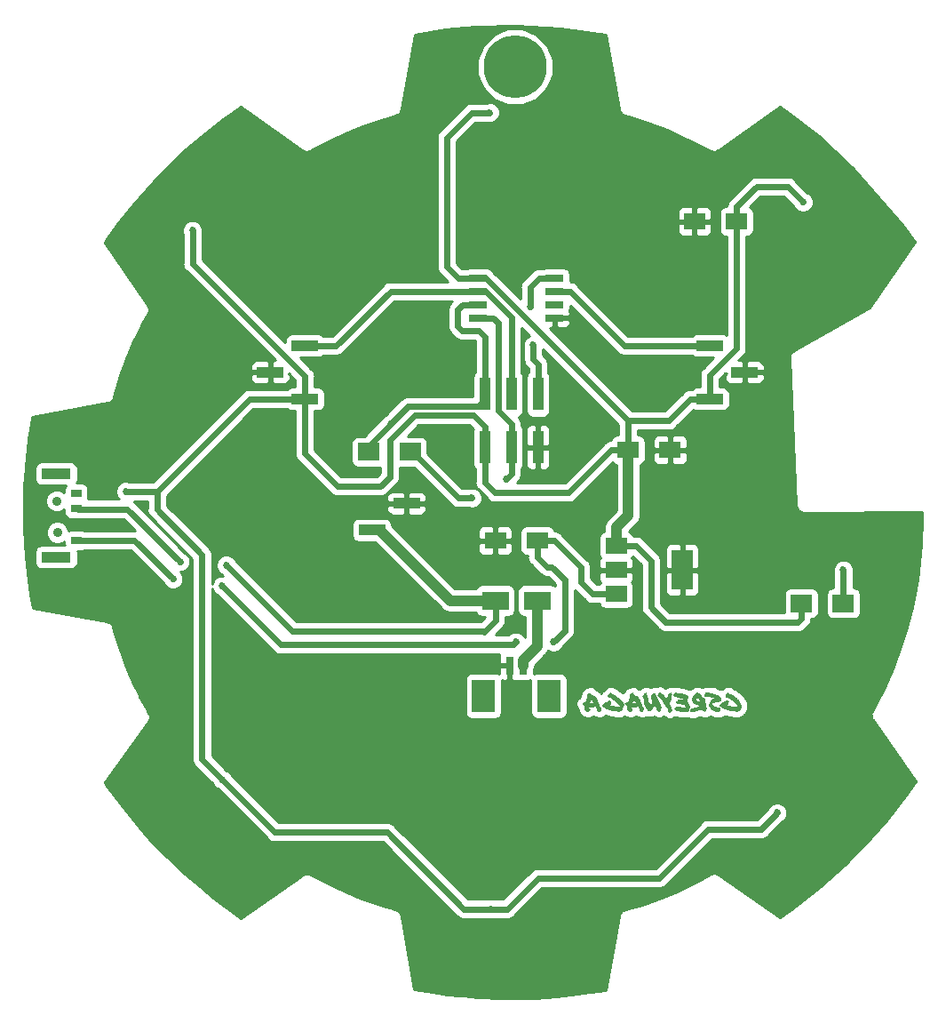
<source format=gbr>
G04 #@! TF.GenerationSoftware,KiCad,Pcbnew,6.0.0-rc1-unknown-7b10490~66~ubuntu16.04.1*
G04 #@! TF.CreationDate,2018-10-31T12:07:25-07:00*
G04 #@! TF.ProjectId,HG_002,48475f30-3032-42e6-9b69-6361645f7063,rev?*
G04 #@! TF.SameCoordinates,Original*
G04 #@! TF.FileFunction,Copper,L2,Bot*
G04 #@! TF.FilePolarity,Positive*
%FSLAX46Y46*%
G04 Gerber Fmt 4.6, Leading zero omitted, Abs format (unit mm)*
G04 Created by KiCad (PCBNEW 6.0.0-rc1-unknown-7b10490~66~ubuntu16.04.1) date Wed 31 Oct 2018 12:07:25 PM MST*
%MOMM*%
%LPD*%
G01*
G04 APERTURE LIST*
G04 #@! TA.AperFunction,EtchedComponent*
%ADD10C,0.100000*%
G04 #@! TD*
G04 #@! TA.AperFunction,ComponentPad*
%ADD11C,6.000000*%
G04 #@! TD*
G04 #@! TA.AperFunction,SMDPad,CuDef*
%ADD12R,2.499360X1.800860*%
G04 #@! TD*
G04 #@! TA.AperFunction,SMDPad,CuDef*
%ADD13R,2.000000X1.600000*%
G04 #@! TD*
G04 #@! TA.AperFunction,SMDPad,CuDef*
%ADD14R,2.510000X1.000000*%
G04 #@! TD*
G04 #@! TA.AperFunction,SMDPad,CuDef*
%ADD15R,1.000000X3.150000*%
G04 #@! TD*
G04 #@! TA.AperFunction,SMDPad,CuDef*
%ADD16R,0.800000X1.700000*%
G04 #@! TD*
G04 #@! TA.AperFunction,SMDPad,CuDef*
%ADD17R,2.200000X3.100000*%
G04 #@! TD*
G04 #@! TA.AperFunction,SMDPad,CuDef*
%ADD18R,2.000000X1.700000*%
G04 #@! TD*
G04 #@! TA.AperFunction,SMDPad,CuDef*
%ADD19R,1.700000X0.650000*%
G04 #@! TD*
G04 #@! TA.AperFunction,SMDPad,CuDef*
%ADD20R,2.000000X3.800000*%
G04 #@! TD*
G04 #@! TA.AperFunction,SMDPad,CuDef*
%ADD21R,2.000000X1.500000*%
G04 #@! TD*
G04 #@! TA.AperFunction,SMDPad,CuDef*
%ADD22R,2.800000X1.000000*%
G04 #@! TD*
G04 #@! TA.AperFunction,SMDPad,CuDef*
%ADD23R,1.000000X0.700000*%
G04 #@! TD*
G04 #@! TA.AperFunction,WasherPad*
%ADD24C,0.900000*%
G04 #@! TD*
G04 #@! TA.AperFunction,ViaPad*
%ADD25C,0.685800*%
G04 #@! TD*
G04 #@! TA.AperFunction,Conductor*
%ADD26C,1.000000*%
G04 #@! TD*
G04 #@! TA.AperFunction,Conductor*
%ADD27C,0.609600*%
G04 #@! TD*
G04 #@! TA.AperFunction,Conductor*
%ADD28C,0.254000*%
G04 #@! TD*
G04 APERTURE END LIST*
D10*
G04 #@! TO.C,svg2mod*
G36*
X155756327Y-116103180D02*
X156604997Y-115595127D01*
X156446401Y-115583380D01*
X156284869Y-115556946D01*
X156328925Y-115374855D01*
X156378851Y-115183953D01*
X156396474Y-115213322D01*
X156511015Y-115351358D01*
X156602060Y-115495270D01*
X156637305Y-115548137D01*
X156669609Y-115601005D01*
X156637305Y-115598082D01*
X156604995Y-115595159D01*
X156604997Y-115595127D01*
X155756327Y-116103180D01*
X155809194Y-116205974D01*
X155888493Y-116297019D01*
X155988349Y-116361632D01*
X156105828Y-116391001D01*
X156158695Y-116370444D01*
X156185129Y-116352821D01*
X156202751Y-116344010D01*
X156214497Y-116335199D01*
X156249742Y-116320511D01*
X156237996Y-116282331D01*
X156240919Y-116247086D01*
X156276164Y-116208906D01*
X156293786Y-116191284D01*
X156308474Y-116173661D01*
X156358400Y-116117859D01*
X156279103Y-116097301D01*
X156182183Y-116044434D01*
X156161625Y-115935766D01*
X156261482Y-115932844D01*
X156340779Y-115953401D01*
X156449447Y-115979835D01*
X156566926Y-115988646D01*
X156610982Y-115988646D01*
X156655038Y-115982800D01*
X156684407Y-115976955D01*
X156696153Y-115941710D01*
X156707899Y-115929963D01*
X156740209Y-115891783D01*
X156746055Y-115827170D01*
X156763678Y-115774303D01*
X156790111Y-115847727D01*
X156801858Y-115877096D01*
X156831226Y-115882942D01*
X156840038Y-115897629D01*
X156842960Y-115912316D01*
X156857648Y-115962243D01*
X156869394Y-115973989D01*
X156881140Y-115982800D01*
X156895828Y-116035668D01*
X156913450Y-116085594D01*
X156939884Y-116161955D01*
X156945730Y-116232441D01*
X156957476Y-116264751D01*
X156989786Y-116294120D01*
X157025031Y-116311743D01*
X157042653Y-116323489D01*
X157057341Y-116329335D01*
X157066152Y-116361638D01*
X157101397Y-116367484D01*
X157148388Y-116376295D01*
X157177757Y-116379218D01*
X157207126Y-116376295D01*
X157257052Y-116335180D01*
X157298167Y-116302870D01*
X157327536Y-116250003D01*
X157333382Y-116217699D01*
X157339227Y-116188330D01*
X157348039Y-116170708D01*
X157386219Y-116135463D01*
X157353909Y-116109029D01*
X157350986Y-116059103D01*
X157227634Y-115771281D01*
X157089597Y-115489333D01*
X157045540Y-115395351D01*
X156998549Y-115301368D01*
X157001472Y-115280811D01*
X156995626Y-115254377D01*
X156942759Y-115166268D01*
X156901644Y-115084033D01*
X156854652Y-114987113D01*
X156790039Y-114890194D01*
X156743048Y-114869636D01*
X156722491Y-114863791D01*
X156696057Y-114857945D01*
X156652001Y-114863791D01*
X156508090Y-114758060D01*
X156381801Y-114590653D01*
X156352432Y-114549538D01*
X156314252Y-114573031D01*
X156273137Y-114590653D01*
X156217334Y-114605341D01*
X156117478Y-114631774D01*
X156041117Y-114675831D01*
X156020559Y-114746317D01*
X156011748Y-114793309D01*
X155997061Y-114893165D01*
X155985315Y-115004769D01*
X155961816Y-115104626D01*
X155941258Y-115201545D01*
X155911890Y-115339583D01*
X155873710Y-115462935D01*
X155844341Y-115465858D01*
X155814972Y-115457046D01*
X155776792Y-115451201D01*
X155744488Y-115448278D01*
X155732742Y-115477647D01*
X155703373Y-115507015D01*
X155647571Y-115524638D01*
X155615261Y-115551072D01*
X155591768Y-115568694D01*
X155547712Y-115586316D01*
X155571205Y-115630373D01*
X155656376Y-115733166D01*
X155776792Y-115812464D01*
X155773869Y-115847709D01*
X155765058Y-115880013D01*
X155750370Y-115982806D01*
X155750370Y-116091474D01*
X155756216Y-116103220D01*
X155756327Y-116103180D01*
X155756327Y-116103180D01*
G37*
G36*
X157457320Y-115821232D02*
X157642349Y-116018008D01*
X157894927Y-116132550D01*
X158185686Y-116211847D01*
X158476445Y-116302893D01*
X158549869Y-116305816D01*
X158608607Y-116314627D01*
X158661474Y-116323438D01*
X158720211Y-116329284D01*
X158734899Y-116335130D01*
X158743710Y-116346876D01*
X158834756Y-116355687D01*
X158899369Y-116355687D01*
X158972793Y-116364499D01*
X159037406Y-116373310D01*
X159383967Y-116217651D01*
X159522004Y-115812351D01*
X159527850Y-115794728D01*
X159539596Y-115785917D01*
X159533751Y-115735991D01*
X159530828Y-115683123D01*
X159357547Y-115383554D01*
X159125528Y-115136849D01*
X159090283Y-115101604D01*
X159063849Y-115066359D01*
X159031545Y-115036990D01*
X158987489Y-115016433D01*
X158840641Y-114887207D01*
X158661487Y-114775602D01*
X158476458Y-114666935D01*
X158306115Y-114543582D01*
X158259124Y-114552393D01*
X158226820Y-114552393D01*
X158171017Y-114614069D01*
X158097594Y-114652249D01*
X158027107Y-114696305D01*
X157977181Y-114766792D01*
X157994803Y-114781480D01*
X157985992Y-114807913D01*
X157983069Y-114834347D01*
X158003626Y-114846093D01*
X157986004Y-114863716D01*
X157968381Y-114878403D01*
X157977193Y-114901896D01*
X157977193Y-114931265D01*
X158109356Y-115004688D01*
X158259140Y-115081050D01*
X158420673Y-115166221D01*
X158582206Y-115269014D01*
X158743738Y-115401178D01*
X158902334Y-115550963D01*
X159046245Y-115715432D01*
X159160786Y-115879902D01*
X159149040Y-115903394D01*
X159134352Y-115923952D01*
X158961072Y-115923952D01*
X158796603Y-115932763D01*
X158784856Y-115915141D01*
X158770175Y-115897518D01*
X158458857Y-115844651D01*
X158165161Y-115765353D01*
X158209218Y-115750665D01*
X158244462Y-115735984D01*
X158244462Y-115712491D01*
X158215094Y-115688993D01*
X158282644Y-115630255D01*
X158312012Y-115536272D01*
X158294390Y-115501027D01*
X158312012Y-115468717D01*
X158326694Y-115468717D01*
X158332540Y-115477528D01*
X158335462Y-115489275D01*
X158350150Y-115486352D01*
X158338404Y-115442296D01*
X158320781Y-115401181D01*
X158118131Y-115266081D01*
X158038833Y-115318948D01*
X157941914Y-115374751D01*
X157836183Y-115430553D01*
X157733389Y-115483420D01*
X157659966Y-115530412D01*
X157598289Y-115592088D01*
X157539552Y-115650825D01*
X157466127Y-115700752D01*
X157463205Y-115762428D01*
X157457359Y-115821166D01*
X157457320Y-115821232D01*
X157457320Y-115821232D01*
G37*
G36*
X159812350Y-116103180D02*
X160661031Y-115595127D01*
X160502435Y-115583380D01*
X160340902Y-115556946D01*
X160384958Y-115374855D01*
X160434885Y-115183953D01*
X160452507Y-115213322D01*
X160567048Y-115351358D01*
X160658094Y-115495270D01*
X160693339Y-115548137D01*
X160725649Y-115601005D01*
X160693339Y-115598082D01*
X160661035Y-115595159D01*
X160661031Y-115595127D01*
X159812350Y-116103180D01*
X159865217Y-116205974D01*
X159944515Y-116297019D01*
X160044372Y-116361632D01*
X160161850Y-116391001D01*
X160214717Y-116370444D01*
X160241151Y-116352821D01*
X160258774Y-116344010D01*
X160270520Y-116335199D01*
X160305765Y-116320511D01*
X160294019Y-116282331D01*
X160296941Y-116247086D01*
X160332186Y-116208906D01*
X160349809Y-116191284D01*
X160364496Y-116173661D01*
X160414423Y-116117859D01*
X160335125Y-116097301D01*
X160238205Y-116044434D01*
X160217648Y-115935766D01*
X160317504Y-115932844D01*
X160396803Y-115953401D01*
X160505470Y-115979835D01*
X160622948Y-115988646D01*
X160667004Y-115988646D01*
X160711061Y-115982800D01*
X160740429Y-115976955D01*
X160752176Y-115941710D01*
X160763922Y-115929963D01*
X160796232Y-115891783D01*
X160802078Y-115827170D01*
X160819700Y-115774303D01*
X160846134Y-115847727D01*
X160857880Y-115877096D01*
X160887249Y-115882942D01*
X160896060Y-115897629D01*
X160898983Y-115912316D01*
X160913670Y-115962243D01*
X160925417Y-115973989D01*
X160937163Y-115982800D01*
X160951850Y-116035668D01*
X160969473Y-116085594D01*
X160995907Y-116161955D01*
X161001752Y-116232441D01*
X161013499Y-116264751D01*
X161045802Y-116294120D01*
X161081047Y-116311743D01*
X161098670Y-116323489D01*
X161113357Y-116329335D01*
X161122168Y-116361638D01*
X161157413Y-116367484D01*
X161204405Y-116376295D01*
X161233773Y-116379218D01*
X161263142Y-116376295D01*
X161313068Y-116335180D01*
X161354184Y-116302870D01*
X161383552Y-116250003D01*
X161389398Y-116217699D01*
X161395244Y-116188330D01*
X161404055Y-116170708D01*
X161442235Y-116135463D01*
X161409931Y-116109029D01*
X161407008Y-116059103D01*
X161283656Y-115771281D01*
X161145619Y-115489333D01*
X161101563Y-115395351D01*
X161054572Y-115301368D01*
X161057494Y-115280811D01*
X161051649Y-115254377D01*
X160998781Y-115166268D01*
X160957666Y-115084033D01*
X160910675Y-114987113D01*
X160846062Y-114890194D01*
X160799071Y-114869636D01*
X160778513Y-114863791D01*
X160752079Y-114857945D01*
X160708023Y-114863791D01*
X160564112Y-114758060D01*
X160437823Y-114590653D01*
X160408454Y-114549538D01*
X160370274Y-114573031D01*
X160329159Y-114590653D01*
X160273356Y-114605341D01*
X160173500Y-114631774D01*
X160097139Y-114675831D01*
X160076581Y-114746317D01*
X160067770Y-114793309D01*
X160053083Y-114893165D01*
X160041336Y-115004769D01*
X160017844Y-115104626D01*
X159997286Y-115201545D01*
X159967918Y-115339583D01*
X159929738Y-115462935D01*
X159900369Y-115465858D01*
X159871000Y-115457046D01*
X159832820Y-115451201D01*
X159800510Y-115448278D01*
X159788764Y-115477647D01*
X159759395Y-115507015D01*
X159703593Y-115524638D01*
X159671289Y-115551072D01*
X159647790Y-115568694D01*
X159603734Y-115586316D01*
X159627233Y-115630373D01*
X159712404Y-115733166D01*
X159832819Y-115812464D01*
X159829897Y-115847709D01*
X159821085Y-115880013D01*
X159806404Y-115982806D01*
X159806404Y-116091474D01*
X159812250Y-116103220D01*
X159812350Y-116103180D01*
X159812350Y-116103180D01*
G37*
G36*
X162461486Y-115815358D02*
X162499666Y-115847668D01*
X162523158Y-115897594D01*
X162543716Y-115947521D01*
X162573085Y-115968078D01*
X162590707Y-116009193D01*
X162614206Y-116047373D01*
X162631828Y-116088488D01*
X162625983Y-116138415D01*
X162655351Y-116188341D01*
X162670039Y-116250017D01*
X162693531Y-116299943D01*
X162758144Y-116317566D01*
X162761067Y-116332253D01*
X162752256Y-116352811D01*
X162802182Y-116355734D01*
X162840362Y-116370415D01*
X162934345Y-116308739D01*
X162998958Y-116211819D01*
X163048884Y-116100215D01*
X163089999Y-116003296D01*
X163087076Y-115941619D01*
X163107634Y-115888752D01*
X163071244Y-115811748D01*
X163034026Y-115733461D01*
X162995986Y-115653887D01*
X162957118Y-115573029D01*
X162917422Y-115490886D01*
X162876904Y-115407458D01*
X162835557Y-115322745D01*
X162793383Y-115236747D01*
X162751074Y-115150245D01*
X162709314Y-115064017D01*
X162668101Y-114978065D01*
X162627443Y-114892389D01*
X162587332Y-114806988D01*
X162547776Y-114721862D01*
X162508768Y-114637011D01*
X162470314Y-114552436D01*
X162338151Y-114614112D01*
X162217735Y-114690473D01*
X162123753Y-114793267D01*
X162073827Y-114919555D01*
X162088514Y-114934243D01*
X162100260Y-114937166D01*
X162088514Y-114957723D01*
X162088514Y-114969470D01*
X162088514Y-114987092D01*
X162079703Y-115013526D01*
X162097325Y-115016449D01*
X162114948Y-115016449D01*
X162109102Y-115069316D01*
X162120848Y-115107496D01*
X162135536Y-115142741D01*
X162132613Y-115189732D01*
X162147300Y-115195578D01*
X162153146Y-115204389D01*
X162161957Y-115213200D01*
X162173704Y-115213200D01*
X162167858Y-115342427D01*
X162173704Y-115474590D01*
X162170781Y-115612627D01*
X162150223Y-115759475D01*
X161982817Y-115600878D01*
X161880023Y-115383544D01*
X161818347Y-115125092D01*
X161774291Y-114843144D01*
X161733176Y-114778531D01*
X161706742Y-114699232D01*
X161683249Y-114614061D01*
X161653881Y-114534763D01*
X161580456Y-114564132D01*
X161521719Y-114611123D01*
X161465916Y-114658114D01*
X161392493Y-114684548D01*
X161327880Y-114781467D01*
X161289700Y-114881324D01*
X161313192Y-114934192D01*
X161327880Y-114992929D01*
X161351372Y-115048732D01*
X161392487Y-115089847D01*
X161415980Y-115230821D01*
X161442413Y-115354173D01*
X161462971Y-115483399D01*
X161468817Y-115627310D01*
X161518743Y-115771221D01*
X161559858Y-115909258D01*
X161633282Y-116000304D01*
X161689085Y-116106034D01*
X161703772Y-116111880D01*
X161724330Y-116103069D01*
X161724330Y-116120691D01*
X161733141Y-116132437D01*
X161738987Y-116144184D01*
X161733141Y-116167682D01*
X161806565Y-116217609D01*
X161877052Y-116276346D01*
X161965161Y-116311591D01*
X162097324Y-116291033D01*
X162311722Y-116088384D01*
X162461507Y-115815246D01*
X162461486Y-115815358D01*
X162461486Y-115815358D01*
G37*
G36*
X163327888Y-115580402D02*
X163363133Y-115624458D01*
X163392502Y-115674384D01*
X163424806Y-115736061D01*
X163468862Y-115788928D01*
X163498231Y-115859415D01*
X163545222Y-115915217D01*
X163683259Y-116170732D01*
X163700881Y-116223600D01*
X163727315Y-116270591D01*
X163739061Y-116291149D01*
X163747872Y-116305836D01*
X163753718Y-116335205D01*
X163786028Y-116376320D01*
X163818332Y-116408624D01*
X163838889Y-116432116D01*
X163882946Y-116449739D01*
X164144335Y-116220656D01*
X164141412Y-116191287D01*
X164132601Y-116161919D01*
X164120855Y-116126674D01*
X164094421Y-116044439D01*
X164044495Y-115971015D01*
X164018061Y-115906402D01*
X163947574Y-115768365D01*
X163882961Y-115656761D01*
X163844781Y-115592148D01*
X163915268Y-115506976D01*
X163982818Y-115366002D01*
X164023933Y-115245586D01*
X164032745Y-115180973D01*
X164044491Y-115125171D01*
X164059178Y-115060558D01*
X164065024Y-114993008D01*
X164082647Y-114951893D01*
X164076801Y-114922524D01*
X164073878Y-114869657D01*
X164088565Y-114799170D01*
X164103253Y-114734557D01*
X164106176Y-114664070D01*
X164088553Y-114599457D01*
X164032751Y-114543654D01*
X163982824Y-114540731D01*
X163932898Y-114570100D01*
X163882972Y-114596534D01*
X163821296Y-114625902D01*
X163759620Y-114664082D01*
X163739062Y-114705198D01*
X163700882Y-114737501D01*
X163700882Y-114769811D01*
X163697960Y-114802115D01*
X163686213Y-114849106D01*
X163674467Y-114884351D01*
X163665656Y-114963649D01*
X163648033Y-115031199D01*
X163630411Y-115098749D01*
X163627488Y-115175110D01*
X163598119Y-115154552D01*
X163586373Y-115145741D01*
X163574627Y-115136930D01*
X163401346Y-114901974D01*
X163407192Y-114872605D01*
X163345516Y-114813867D01*
X163301460Y-114769811D01*
X163263280Y-114725755D01*
X163230970Y-114702256D01*
X162963707Y-114520165D01*
X162922592Y-114514319D01*
X162910846Y-114552499D01*
X162863854Y-114611237D01*
X162784556Y-114661163D01*
X162758123Y-114678786D01*
X162743435Y-114722842D01*
X162746358Y-114749276D01*
X162734612Y-114778644D01*
X162793349Y-114881438D01*
X162857962Y-114940176D01*
X162907889Y-114984232D01*
X162940192Y-115031223D01*
X162960750Y-115054722D01*
X163040048Y-115148704D01*
X163048859Y-115183949D01*
X163084104Y-115183949D01*
X163098792Y-115195695D01*
X163128160Y-115245622D01*
X163157529Y-115283802D01*
X163172217Y-115298489D01*
X163181028Y-115321982D01*
X163189839Y-115345474D01*
X163236830Y-115404212D01*
X163257388Y-115445327D01*
X163280880Y-115492318D01*
X163313184Y-115536374D01*
X163327872Y-115580431D01*
X163327888Y-115580402D01*
X163327888Y-115580402D01*
G37*
G36*
X164197227Y-114696377D02*
X164197227Y-114728687D01*
X164200150Y-114746310D01*
X164200150Y-114766867D01*
X164194304Y-114796236D01*
X164338215Y-114934273D01*
X164511496Y-114987140D01*
X164705335Y-115019450D01*
X164899174Y-115095811D01*
X164969661Y-115095811D01*
X165057770Y-115104622D01*
X165101826Y-115131056D01*
X165154694Y-115145743D01*
X165145882Y-115201545D01*
X165137071Y-115245602D01*
X164910925Y-115242679D01*
X164664221Y-115227991D01*
X164667143Y-115248549D01*
X164670066Y-115263236D01*
X164628951Y-115301416D01*
X164587836Y-115342531D01*
X164546721Y-115377776D01*
X164493854Y-115386588D01*
X164479166Y-115439455D01*
X164485012Y-115495257D01*
X164578994Y-115562807D01*
X164678851Y-115621545D01*
X164787519Y-115665601D01*
X164913808Y-115677347D01*
X164937301Y-115677347D01*
X164954923Y-115668536D01*
X165022474Y-115677347D01*
X165087086Y-115686159D01*
X165166384Y-115674412D01*
X165245682Y-115662666D01*
X165330854Y-115794829D01*
X165398404Y-115944614D01*
X165233934Y-115956360D01*
X165107645Y-115947549D01*
X164987230Y-115932868D01*
X164831571Y-115927022D01*
X164693534Y-115885907D01*
X164543750Y-115850662D01*
X164502634Y-115882966D01*
X164470325Y-115924081D01*
X164435080Y-115956391D01*
X164391023Y-115968137D01*
X164376336Y-115997506D01*
X164367525Y-116026875D01*
X164358714Y-116053308D01*
X164332280Y-116059154D01*
X164435074Y-116208939D01*
X164564300Y-116285300D01*
X164728769Y-116326415D01*
X164925545Y-116361660D01*
X164969601Y-116358738D01*
X165010717Y-116352892D01*
X165172249Y-116379325D01*
X165363151Y-116388137D01*
X165548180Y-116361703D01*
X165692091Y-116285342D01*
X165724401Y-116238351D01*
X165762581Y-116194295D01*
X165774327Y-116109124D01*
X165791949Y-116012204D01*
X165806631Y-115909410D01*
X165800785Y-115818364D01*
X165765540Y-115739067D01*
X165744983Y-115662706D01*
X165727360Y-115648024D01*
X165703867Y-115636278D01*
X165665687Y-115536421D01*
X165624572Y-115445376D01*
X165580516Y-115357267D01*
X165536460Y-115254474D01*
X165598136Y-115172239D01*
X165624570Y-115081193D01*
X165639257Y-114987210D01*
X165659815Y-114887354D01*
X165589327Y-114816867D01*
X165495345Y-114769876D01*
X165386678Y-114740507D01*
X165263326Y-114714073D01*
X165054801Y-114655336D01*
X164872710Y-114623032D01*
X164684745Y-114596598D01*
X164464473Y-114561353D01*
X164414546Y-114587787D01*
X164388113Y-114573100D01*
X164373425Y-114555477D01*
X164300002Y-114640649D01*
X164197208Y-114696451D01*
X164197227Y-114696377D01*
X164197227Y-114696377D01*
G37*
G36*
X166990275Y-116044441D02*
X166825802Y-115401275D01*
X166611404Y-115345473D01*
X166399943Y-115257364D01*
X166464556Y-115110516D01*
X166570287Y-115037092D01*
X166570289Y-115037093D01*
X166643713Y-115122264D01*
X166720074Y-115201562D01*
X166784687Y-115289671D01*
X166825802Y-115401275D01*
X166990275Y-116044441D01*
X167049012Y-116223596D01*
X167122437Y-116346947D01*
X167175304Y-116355759D01*
X167207614Y-116382192D01*
X167245794Y-116382192D01*
X167266352Y-116367505D01*
X167289850Y-116352817D01*
X167328030Y-116346972D01*
X167342718Y-116302916D01*
X167380898Y-116288228D01*
X167377975Y-116250048D01*
X167386786Y-116220679D01*
X167392632Y-116194246D01*
X167389709Y-116159001D01*
X167413201Y-116138443D01*
X167433759Y-116097328D01*
X167416137Y-115997472D01*
X167395579Y-115909363D01*
X167372086Y-115827128D01*
X167380898Y-115741956D01*
X167363275Y-115739033D01*
X167354464Y-115703788D01*
X167351541Y-115659732D01*
X167354464Y-115621552D01*
X167307473Y-115465894D01*
X167272228Y-115304361D01*
X167236983Y-115148702D01*
X167189992Y-115007728D01*
X167119505Y-115016539D01*
X167069578Y-115048843D01*
X166934478Y-114907869D01*
X166814063Y-114743399D01*
X166678963Y-114602426D01*
X166488061Y-114529002D01*
X166358835Y-114620048D01*
X166238419Y-114737526D01*
X166200239Y-114763959D01*
X166159124Y-114790393D01*
X166159124Y-114825638D01*
X166103322Y-114901999D01*
X166062207Y-114993045D01*
X166026962Y-115089964D01*
X165985847Y-115181010D01*
X165991692Y-115207444D01*
X165988769Y-115228001D01*
X165979958Y-115251500D01*
X165979958Y-115283804D01*
X166065130Y-115492327D01*
X166244284Y-115624491D01*
X166470430Y-115709662D01*
X166687765Y-115786023D01*
X166678954Y-115797770D01*
X166670142Y-115812457D01*
X166558538Y-115882944D01*
X166482178Y-115927000D01*
X166402879Y-115959310D01*
X166282464Y-115988679D01*
X166164986Y-116018048D01*
X166085688Y-116035670D01*
X166015201Y-116047416D01*
X165909470Y-116056228D01*
X165865414Y-116120841D01*
X165838980Y-116194265D01*
X165836057Y-116264752D01*
X165856615Y-116317619D01*
X165844869Y-116326431D01*
X165821370Y-116326431D01*
X165850739Y-116355799D01*
X165874231Y-116391044D01*
X165900665Y-116420413D01*
X165941780Y-116438036D01*
X166170863Y-116440958D01*
X166520361Y-116329354D01*
X166693641Y-116258867D01*
X166808182Y-116197191D01*
X166896291Y-116129641D01*
X166990274Y-116044469D01*
X166990275Y-116044441D01*
X166990275Y-116044441D01*
G37*
G36*
X168817063Y-115028253D02*
X168752449Y-114922523D01*
X168652593Y-114849099D01*
X168538051Y-114796232D01*
X168426447Y-114760987D01*
X168176806Y-114667004D01*
X167903668Y-114584769D01*
X167615847Y-114540713D01*
X167307466Y-114575958D01*
X167281032Y-114631760D01*
X167245787Y-114684628D01*
X167210542Y-114737495D01*
X167192920Y-114787422D01*
X167145929Y-114846159D01*
X167140083Y-114925457D01*
X167198820Y-114969513D01*
X167257558Y-115001817D01*
X167477830Y-114984195D01*
X167677543Y-114998882D01*
X167742156Y-114972448D01*
X167818517Y-114984195D01*
X167897815Y-115007687D01*
X167971238Y-115013533D01*
X168044663Y-115045837D01*
X168135708Y-115057583D01*
X168129863Y-115078141D01*
X168126940Y-115095763D01*
X168082884Y-115125132D01*
X168024146Y-115142754D01*
X167968344Y-115166247D01*
X167936040Y-115207362D01*
X167859679Y-115227920D01*
X167806811Y-115277846D01*
X167777442Y-115342459D01*
X167765696Y-115401196D01*
X167745139Y-115421754D01*
X167718705Y-115433500D01*
X167674649Y-115512798D01*
X167618846Y-115597970D01*
X167610035Y-115730133D01*
X167630592Y-115844675D01*
X167753945Y-116038513D01*
X167930162Y-116191235D01*
X168138686Y-116302839D01*
X168356021Y-116382138D01*
X168379520Y-116382138D01*
X168385365Y-116367450D01*
X168438233Y-116393884D01*
X168496970Y-116396807D01*
X168564520Y-116393884D01*
X168626197Y-116396807D01*
X168664377Y-116355692D01*
X168687869Y-116308700D01*
X168702557Y-116294013D01*
X168711368Y-116279326D01*
X168696680Y-116247022D01*
X168705492Y-116238211D01*
X168717238Y-116232365D01*
X168720161Y-116217683D01*
X168711350Y-116164816D01*
X168717195Y-116100203D01*
X168714272Y-116038527D01*
X168670216Y-115991535D01*
X168482251Y-115985690D01*
X168311908Y-115929887D01*
X168162123Y-115853527D01*
X168018212Y-115780103D01*
X167994713Y-115736047D01*
X167959468Y-115703737D01*
X167927158Y-115671433D01*
X167906601Y-115627377D01*
X167918347Y-115603878D01*
X167930094Y-115580385D01*
X167962397Y-115571574D01*
X168088687Y-115518707D01*
X168209102Y-115468781D01*
X168270778Y-115477592D01*
X168341265Y-115459969D01*
X168535104Y-115439412D01*
X168711322Y-115386544D01*
X168726009Y-115360111D01*
X168758313Y-115354265D01*
X168793558Y-115310209D01*
X168825862Y-115260282D01*
X168817050Y-115201545D01*
X168834673Y-115151619D01*
X168817050Y-115089942D01*
X168817050Y-115028266D01*
X168817063Y-115028253D01*
X168817063Y-115028253D01*
G37*
G36*
X168658467Y-115821232D02*
X168739968Y-115933571D01*
X168843495Y-116018008D01*
X168963911Y-116080419D01*
X169096074Y-116132549D01*
X169237782Y-116174401D01*
X169386832Y-116211844D01*
X169534414Y-116252229D01*
X169677591Y-116302892D01*
X169716502Y-116303623D01*
X169751010Y-116305815D01*
X169780379Y-116309468D01*
X169809747Y-116314644D01*
X169836181Y-116318298D01*
X169862615Y-116323474D01*
X169890516Y-116326397D01*
X169921352Y-116329319D01*
X169930900Y-116329319D01*
X169936015Y-116335165D01*
X169939669Y-116341011D01*
X169944845Y-116346918D01*
X169992573Y-116353524D01*
X170014787Y-116355169D01*
X170035899Y-116355719D01*
X170052053Y-116355719D01*
X170068208Y-116355719D01*
X170084363Y-116355719D01*
X170100518Y-116355719D01*
X170118323Y-116356270D01*
X170136494Y-116357914D01*
X170155036Y-116360654D01*
X170173943Y-116364490D01*
X170191200Y-116369422D01*
X170207721Y-116372528D01*
X170223504Y-116373807D01*
X170238557Y-116373257D01*
X170342819Y-116359124D01*
X170435333Y-116328470D01*
X170516099Y-116281296D01*
X170585118Y-116217600D01*
X170640001Y-116137201D01*
X170681299Y-116042851D01*
X170709017Y-115934550D01*
X170723151Y-115812299D01*
X170722420Y-115805693D01*
X170723151Y-115800578D01*
X170725343Y-115796924D01*
X170728996Y-115794732D01*
X170731919Y-115793088D01*
X170734842Y-115791078D01*
X170737765Y-115788703D01*
X170740688Y-115785963D01*
X170740323Y-115771830D01*
X170739227Y-115758799D01*
X170737400Y-115746870D01*
X170734842Y-115736043D01*
X170731371Y-115725027D01*
X170729727Y-115712544D01*
X170729915Y-115698594D01*
X170731925Y-115683176D01*
X170692460Y-115603878D01*
X170650425Y-115527517D01*
X170605821Y-115454093D01*
X170558647Y-115383606D01*
X170507802Y-115315322D01*
X170452182Y-115251443D01*
X170391788Y-115191969D01*
X170326624Y-115136903D01*
X170316711Y-115128092D01*
X170307534Y-115119281D01*
X170299088Y-115110469D01*
X170291379Y-115101658D01*
X170284218Y-115092847D01*
X170277423Y-115084036D01*
X170270998Y-115075224D01*
X170264970Y-115066413D01*
X170257444Y-115057967D01*
X170249552Y-115050258D01*
X170232666Y-115037044D01*
X170212839Y-115024561D01*
X170188610Y-115016487D01*
X170121060Y-114948937D01*
X170041762Y-114887261D01*
X169954388Y-114829991D01*
X169862608Y-114775656D01*
X169769359Y-114720590D01*
X169677579Y-114666992D01*
X169588002Y-114608254D01*
X169507236Y-114543641D01*
X169479335Y-114553189D01*
X169460245Y-114552459D01*
X169444826Y-114549536D01*
X169427941Y-114552459D01*
X169403711Y-114589908D01*
X169372138Y-114614137D01*
X169334689Y-114632490D01*
X169298713Y-114652317D01*
X169262001Y-114672144D01*
X169228223Y-114696373D01*
X169199585Y-114727210D01*
X169178297Y-114766857D01*
X169191517Y-114770511D01*
X169195901Y-114781526D01*
X169192248Y-114794010D01*
X169187072Y-114807960D01*
X169183418Y-114820443D01*
X169184149Y-114834394D01*
X169189264Y-114843205D01*
X169204682Y-114846128D01*
X169198836Y-114857874D01*
X169187078Y-114863720D01*
X169173864Y-114867374D01*
X169169480Y-114878389D01*
X169171672Y-114891603D01*
X169178279Y-114901882D01*
X169181202Y-114913628D01*
X169178279Y-114931251D01*
X169240688Y-114968694D01*
X169310442Y-115004669D01*
X169383131Y-115041382D01*
X169460226Y-115081029D01*
X169538790Y-115121414D01*
X169621759Y-115166201D01*
X169703260Y-115213929D01*
X169783292Y-115268994D01*
X169863324Y-115331404D01*
X169944824Y-115401157D01*
X170025591Y-115473847D01*
X170064873Y-115511845D01*
X170103419Y-115550944D01*
X170141051Y-115590957D01*
X170177580Y-115631707D01*
X170213008Y-115673193D01*
X170247334Y-115715411D01*
X170279826Y-115756526D01*
X170309749Y-115797641D01*
X170337096Y-115838756D01*
X170361874Y-115879871D01*
X170358951Y-115886849D01*
X170356028Y-115893091D01*
X170353105Y-115898571D01*
X170350182Y-115903321D01*
X170345980Y-115906792D01*
X170342144Y-115911359D01*
X170338673Y-115917022D01*
X170335568Y-115923823D01*
X170289496Y-115926016D01*
X170245257Y-115926746D01*
X170202857Y-115926016D01*
X170162290Y-115923823D01*
X170121175Y-115921083D01*
X170080060Y-115921634D01*
X170038945Y-115925470D01*
X169997830Y-115932631D01*
X169993811Y-115929343D01*
X169990523Y-115925324D01*
X169987965Y-115920574D01*
X169986138Y-115915033D01*
X169984129Y-115909553D01*
X169981023Y-115904803D01*
X169976822Y-115900784D01*
X169971463Y-115897496D01*
X169809930Y-115875465D01*
X169660145Y-115844622D01*
X169514766Y-115805705D01*
X169366450Y-115765321D01*
X169389211Y-115757240D01*
X169410506Y-115750634D01*
X169428128Y-115742559D01*
X169445751Y-115735952D01*
X169453094Y-115722738D01*
X169445751Y-115712466D01*
X169429596Y-115700719D01*
X169416382Y-115688967D01*
X169453825Y-115662539D01*
X169483931Y-115630230D01*
X169503021Y-115589108D01*
X169513300Y-115536241D01*
X169500086Y-115520086D01*
X169495701Y-115500996D01*
X169500086Y-115482637D01*
X169513300Y-115468686D01*
X169522848Y-115467225D01*
X169527963Y-115468686D01*
X169530885Y-115472340D01*
X169533808Y-115477516D01*
X169534539Y-115483361D01*
X169536731Y-115489268D01*
X169541846Y-115489999D01*
X169551400Y-115486345D01*
X169547016Y-115462116D01*
X169539666Y-115442289D01*
X169529387Y-115423199D01*
X169522044Y-115401174D01*
X169420719Y-115333624D01*
X169319394Y-115266074D01*
X169283412Y-115291034D01*
X169240093Y-115318941D01*
X169192365Y-115346106D01*
X169143169Y-115374744D01*
X169090302Y-115401908D01*
X169037440Y-115430546D01*
X168983842Y-115456980D01*
X168934647Y-115483414D01*
X168895736Y-115503971D01*
X168861228Y-115530405D01*
X168829655Y-115560511D01*
X168799549Y-115592084D01*
X168770180Y-115621452D01*
X168740812Y-115650821D01*
X168706303Y-115677986D01*
X168667393Y-115700747D01*
X168669585Y-115735256D01*
X168664470Y-115762420D01*
X168658624Y-115788848D01*
X168658645Y-115821158D01*
X168658626Y-115821191D01*
X168658467Y-115821232D01*
X168658467Y-115821232D01*
G37*
G04 #@! TD*
D11*
G04 #@! TO.P,MountinHoleBagde,1*
G04 #@! TO.N,N/C*
X149148800Y-54940200D03*
G04 #@! TD*
D12*
G04 #@! TO.P,D2,2*
G04 #@! TO.N,VBAT*
X151249380Y-105791000D03*
G04 #@! TO.P,D2,1*
G04 #@! TO.N,VCC*
X147251420Y-105791000D03*
G04 #@! TD*
D13*
G04 #@! TO.P,C1,1*
G04 #@! TO.N,+5V*
X170249600Y-69672200D03*
G04 #@! TO.P,C1,2*
G04 #@! TO.N,GND*
X166249600Y-69672200D03*
G04 #@! TD*
G04 #@! TO.P,C2,1*
G04 #@! TO.N,Net-(C2-Pad1)*
X151250400Y-100076000D03*
G04 #@! TO.P,C2,2*
G04 #@! TO.N,GND*
X147250400Y-100076000D03*
G04 #@! TD*
G04 #@! TO.P,C3,2*
G04 #@! TO.N,GND*
X163925000Y-91440000D03*
G04 #@! TO.P,C3,1*
G04 #@! TO.N,+5V*
X159925000Y-91440000D03*
G04 #@! TD*
D14*
G04 #@! TO.P,J1,1*
G04 #@! TO.N,+5V*
X167712200Y-86588600D03*
G04 #@! TO.P,J1,3*
G04 #@! TO.N,3-A3*
X167712200Y-81508600D03*
G04 #@! TO.P,J1,2*
G04 #@! TO.N,GND*
X171022200Y-84048600D03*
G04 #@! TD*
G04 #@! TO.P,J2,2*
G04 #@! TO.N,GND*
X125802200Y-84048600D03*
G04 #@! TO.P,J2,1*
G04 #@! TO.N,+5V*
X129112200Y-86588600D03*
G04 #@! TO.P,J2,3*
G04 #@! TO.N,SCK-2-A1*
X129112200Y-81508600D03*
G04 #@! TD*
D15*
G04 #@! TO.P,J3,1*
G04 #@! TO.N,MISO-1-PWM*
X146253200Y-86121000D03*
G04 #@! TO.P,J3,2*
G04 #@! TO.N,+5V*
X146253200Y-91171000D03*
G04 #@! TO.P,J3,3*
G04 #@! TO.N,SCK-2-A1*
X148793200Y-86121000D03*
G04 #@! TO.P,J3,4*
G04 #@! TO.N,MOSI-0-PWM*
X148793200Y-91171000D03*
G04 #@! TO.P,J3,5*
G04 #@! TO.N,RESET*
X151333200Y-86121000D03*
G04 #@! TO.P,J3,6*
G04 #@! TO.N,GND*
X151333200Y-91171000D03*
G04 #@! TD*
D14*
G04 #@! TO.P,J4,1*
G04 #@! TO.N,GND*
X138789600Y-96520000D03*
G04 #@! TO.P,J4,2*
G04 #@! TO.N,VCC*
X135479600Y-99060000D03*
G04 #@! TD*
D16*
G04 #@! TO.P,J5,1*
G04 #@! TO.N,VBAT*
X149875400Y-111961000D03*
G04 #@! TO.P,J5,2*
G04 #@! TO.N,GND*
X148625400Y-111961000D03*
D17*
G04 #@! TO.P,J5,*
G04 #@! TO.N,*
X152375400Y-114861000D03*
X146125400Y-114861000D03*
G04 #@! TD*
D18*
G04 #@! TO.P,R1,1*
G04 #@! TO.N,+5V*
X176435000Y-106045000D03*
G04 #@! TO.P,R1,2*
G04 #@! TO.N,Net-(D1-Pad2)*
X180435000Y-106045000D03*
G04 #@! TD*
G04 #@! TO.P,R2,2*
G04 #@! TO.N,MISO-1-PWM*
X135160000Y-91617800D03*
G04 #@! TO.P,R2,1*
G04 #@! TO.N,MOSI-0-PWM*
X139160000Y-91617800D03*
G04 #@! TD*
D19*
G04 #@! TO.P,U1,8*
G04 #@! TO.N,+5V*
X145600400Y-75057000D03*
G04 #@! TO.P,U1,7*
G04 #@! TO.N,SCK-2-A1*
X145600400Y-76327000D03*
G04 #@! TO.P,U1,6*
G04 #@! TO.N,MISO-1-PWM*
X145600400Y-77597000D03*
G04 #@! TO.P,U1,5*
G04 #@! TO.N,MOSI-0-PWM*
X145600400Y-78867000D03*
G04 #@! TO.P,U1,4*
G04 #@! TO.N,GND*
X152900400Y-78867000D03*
G04 #@! TO.P,U1,3*
G04 #@! TO.N,4-A2*
X152900400Y-77597000D03*
G04 #@! TO.P,U1,2*
G04 #@! TO.N,3-A3*
X152900400Y-76327000D03*
G04 #@! TO.P,U1,1*
G04 #@! TO.N,RESET*
X152900400Y-75057000D03*
G04 #@! TD*
D20*
G04 #@! TO.P,U2,2*
G04 #@! TO.N,GND*
X165075000Y-102870000D03*
D21*
X158775000Y-102870000D03*
G04 #@! TO.P,U2,3*
G04 #@! TO.N,+5V*
X158775000Y-100570000D03*
G04 #@! TO.P,U2,1*
G04 #@! TO.N,Net-(C2-Pad1)*
X158775000Y-105170000D03*
G04 #@! TD*
D22*
G04 #@! TO.P,S2,NC*
G04 #@! TO.N,N/C*
X105414600Y-101649200D03*
D23*
G04 #@! TO.P,S2,1*
G04 #@! TO.N,Net-(C2-Pad1)*
X107314600Y-100049200D03*
G04 #@! TO.P,S2,3*
G04 #@! TO.N,N/C*
X107314600Y-95549200D03*
G04 #@! TO.P,S2,2*
G04 #@! TO.N,VCC*
X107314600Y-97049200D03*
D22*
G04 #@! TO.P,S2,NC*
G04 #@! TO.N,N/C*
X105414600Y-93699200D03*
D24*
G04 #@! TO.P,S2,*
G04 #@! TO.N,*
X105514600Y-99299200D03*
X105464600Y-96299200D03*
G04 #@! TD*
D25*
G04 #@! TO.N,+5V*
X176582824Y-67821958D03*
X146735800Y-59309000D03*
X118393358Y-70533776D03*
X112039400Y-95402400D03*
X121212848Y-122816916D03*
X146862800Y-135153400D03*
X174120958Y-126007376D03*
G04 #@! TO.N,GND*
X151638000Y-62585600D03*
X152882600Y-78943200D03*
X151333200Y-91186000D03*
X143687800Y-93827600D03*
X144653000Y-81762600D03*
G04 #@! TO.N,VCC*
X117221000Y-102082600D03*
X121615200Y-102412800D03*
G04 #@! TO.N,Net-(D1-Pad2)*
X180435000Y-102870000D03*
G04 #@! TO.N,MISO-1-PWM*
X137261600Y-88950800D03*
G04 #@! TO.N,MOSI-0-PWM*
X145008600Y-96012000D03*
X148310600Y-94208600D03*
G04 #@! TO.N,RESET*
X150850600Y-81457800D03*
X150571200Y-77800198D03*
G04 #@! TO.N,4-A2*
X152882600Y-77597000D03*
G04 #@! TO.N,Net-(C2-Pad1)*
X116535200Y-103733600D03*
X121208800Y-104394000D03*
X149225000Y-109728000D03*
X152806400Y-109728000D03*
G04 #@! TD*
D26*
G04 #@! TO.N,+5V*
X159925000Y-97670000D02*
X159925000Y-91440000D01*
X158775000Y-98820000D02*
X159925000Y-97670000D01*
X158775000Y-100570000D02*
X158775000Y-98820000D01*
D27*
X158315400Y-91440000D02*
X154251400Y-95504000D01*
X159925000Y-91440000D02*
X158315400Y-91440000D01*
X154251400Y-95504000D02*
X147243800Y-95504000D01*
X146253200Y-94513400D02*
X146253200Y-91171000D01*
X147243800Y-95504000D02*
X146253200Y-94513400D01*
X159925000Y-88653638D02*
X159925000Y-90030400D01*
X146328362Y-75057000D02*
X159925000Y-88653638D01*
X159925000Y-90030400D02*
X159925000Y-91440000D01*
X145600400Y-75057000D02*
X146328362Y-75057000D01*
X163782562Y-88653638D02*
X159925000Y-88653638D01*
X165847600Y-86588600D02*
X163782562Y-88653638D01*
X167712200Y-86588600D02*
X165847600Y-86588600D01*
X170249600Y-81769200D02*
X170249600Y-69672200D01*
X167712200Y-86588600D02*
X167712200Y-85479000D01*
X167712200Y-85479000D02*
X167690800Y-85457600D01*
X167690800Y-85457600D02*
X167690800Y-84328000D01*
X167690800Y-84328000D02*
X170249600Y-81769200D01*
X170249600Y-68262600D02*
X172167400Y-66344800D01*
X170249600Y-69672200D02*
X170249600Y-68262600D01*
X175105666Y-66344800D02*
X176582824Y-67821958D01*
X172167400Y-66344800D02*
X175105666Y-66344800D01*
X146253200Y-90096000D02*
X146253200Y-91171000D01*
X159025000Y-100570000D02*
X158775000Y-100570000D01*
X176435000Y-106045000D02*
X176435000Y-107504600D01*
X176435000Y-107504600D02*
X176116600Y-107823000D01*
X176435000Y-107504600D02*
X176435000Y-106045000D01*
X176116600Y-107823000D02*
X176435000Y-107504600D01*
X162102800Y-106426000D02*
X163499800Y-107823000D01*
X162102800Y-101981000D02*
X162102800Y-106426000D01*
X160680400Y-100558600D02*
X162102800Y-101981000D01*
X163499800Y-107823000D02*
X176116600Y-107823000D01*
X160384600Y-100570000D02*
X160396000Y-100558600D01*
X158775000Y-100570000D02*
X160384600Y-100570000D01*
X160396000Y-100558600D02*
X160680400Y-100558600D01*
X144140800Y-75057000D02*
X144115400Y-75082400D01*
X145600400Y-75057000D02*
X144140800Y-75057000D01*
X144115400Y-75082400D02*
X143713200Y-75082400D01*
X143713200Y-75082400D02*
X142621000Y-73990200D01*
X142621000Y-73990200D02*
X142621000Y-61671200D01*
X144983200Y-59309000D02*
X146735800Y-59309000D01*
X142621000Y-61671200D02*
X144983200Y-59309000D01*
X118393358Y-73689358D02*
X118393358Y-70533776D01*
X129112200Y-84408200D02*
X118393358Y-73689358D01*
X129112200Y-86588600D02*
X129112200Y-84408200D01*
X123825000Y-86588600D02*
X129112200Y-86588600D01*
X115011200Y-95402400D02*
X123825000Y-86588600D01*
X112039400Y-95402400D02*
X115011200Y-95402400D01*
X136931400Y-127838200D02*
X144246600Y-135153400D01*
X144246600Y-135153400D02*
X146862800Y-135153400D01*
X126234132Y-127838200D02*
X136931400Y-127838200D01*
X121212848Y-122816916D02*
X126234132Y-127838200D01*
X136321800Y-94869000D02*
X132181600Y-94869000D01*
X137185400Y-90500200D02*
X137185400Y-94005400D01*
X137185400Y-94005400D02*
X136321800Y-94869000D01*
X146253200Y-91171000D02*
X146253200Y-89255600D01*
X139547600Y-88138000D02*
X137185400Y-90500200D01*
X132181600Y-94869000D02*
X129112200Y-91799600D01*
X146253200Y-89255600D02*
X145135600Y-88138000D01*
X129112200Y-91799600D02*
X129112200Y-86588600D01*
X145135600Y-88138000D02*
X139547600Y-88138000D01*
X167538400Y-127558800D02*
X172569534Y-127558800D01*
X172569534Y-127558800D02*
X174120958Y-126007376D01*
X146862800Y-135153400D02*
X148372400Y-135153400D01*
X151318800Y-132207000D02*
X162890200Y-132207000D01*
X148372400Y-135153400D02*
X151318800Y-132207000D01*
X162890200Y-132207000D02*
X167538400Y-127558800D01*
X119303800Y-120907868D02*
X121212848Y-122816916D01*
X119303800Y-101422200D02*
X119303800Y-120907868D01*
X115011200Y-97129600D02*
X119303800Y-101422200D01*
X115011200Y-95402400D02*
X115011200Y-97129600D01*
D26*
G04 #@! TO.N,VCC*
X142965600Y-105791000D02*
X147251420Y-105791000D01*
X136234600Y-99060000D02*
X142965600Y-105791000D01*
X135479600Y-99060000D02*
X136234600Y-99060000D01*
D27*
X107464600Y-97049200D02*
X107468800Y-97053400D01*
X107314600Y-97049200D02*
X107464600Y-97049200D01*
X107468800Y-97053400D02*
X112191800Y-97053400D01*
X112191800Y-97053400D02*
X117221000Y-102082600D01*
X147251420Y-107713780D02*
X147251420Y-105791000D01*
X121615200Y-102412800D02*
X127914400Y-108712000D01*
X127914400Y-108712000D02*
X146202400Y-108712000D01*
X146202400Y-108712000D02*
X146227800Y-108737400D01*
X146227800Y-108737400D02*
X147251420Y-107713780D01*
G04 #@! TO.N,Net-(D1-Pad2)*
X180435000Y-106045000D02*
X180435000Y-102870000D01*
D26*
G04 #@! TO.N,VBAT*
X149875400Y-111511000D02*
X151257000Y-110129400D01*
X149875400Y-111961000D02*
X149875400Y-111511000D01*
X151249380Y-110121780D02*
X151249380Y-105791000D01*
X151257000Y-110129400D02*
X151249380Y-110121780D01*
D27*
G04 #@! TO.N,3-A3*
X160934400Y-81508600D02*
X167712200Y-81508600D01*
X159541600Y-81508600D02*
X160934400Y-81508600D01*
X154360000Y-76327000D02*
X159541600Y-81508600D01*
X152900400Y-76327000D02*
X154360000Y-76327000D01*
G04 #@! TO.N,SCK-2-A1*
X146328362Y-76327000D02*
X145600400Y-76327000D01*
X148793200Y-78791838D02*
X146328362Y-76327000D01*
X148793200Y-86121000D02*
X148793200Y-78791838D01*
X129112200Y-81508600D02*
X132080000Y-81508600D01*
X137261600Y-76327000D02*
X145600400Y-76327000D01*
X132080000Y-81508600D02*
X137261600Y-76327000D01*
G04 #@! TO.N,MISO-1-PWM*
X146253200Y-86664800D02*
X145618200Y-87299800D01*
X135160000Y-91052400D02*
X135160000Y-91617800D01*
X145618200Y-87299800D02*
X138912600Y-87299800D01*
X146253200Y-86121000D02*
X146253200Y-86664800D01*
X138912600Y-87299800D02*
X137261600Y-88950800D01*
X137261600Y-88950800D02*
X135160000Y-91052400D01*
X143687800Y-79654400D02*
X143687800Y-78050000D01*
X144140800Y-77597000D02*
X145600400Y-77597000D01*
X143687800Y-78050000D02*
X144140800Y-77597000D01*
X146253200Y-86121000D02*
X146253200Y-80645000D01*
X146253200Y-80645000D02*
X145669000Y-80060800D01*
X144094200Y-80060800D02*
X143687800Y-79654400D01*
X145669000Y-80060800D02*
X144094200Y-80060800D01*
G04 #@! TO.N,MOSI-0-PWM*
X143704200Y-96012000D02*
X145008600Y-96012000D01*
X139310000Y-91617800D02*
X143704200Y-96012000D01*
X139160000Y-91617800D02*
X139310000Y-91617800D01*
X148793200Y-93726000D02*
X148793200Y-91171000D01*
X148310600Y-94208600D02*
X148793200Y-93726000D01*
X147060000Y-78867000D02*
X145600400Y-78867000D01*
X148793200Y-91171000D02*
X148793200Y-88986400D01*
X147523200Y-79330200D02*
X147060000Y-78867000D01*
X148793200Y-88986400D02*
X147523200Y-87716400D01*
X147523200Y-87716400D02*
X147523200Y-79330200D01*
G04 #@! TO.N,RESET*
X150850600Y-81457800D02*
X150850600Y-82778600D01*
X151333200Y-83261200D02*
X151333200Y-86121000D01*
X150850600Y-82778600D02*
X151333200Y-83261200D01*
X151440800Y-75057000D02*
X150571200Y-75926600D01*
X150571200Y-77315265D02*
X150571200Y-77800198D01*
X152900400Y-75057000D02*
X151440800Y-75057000D01*
X150571200Y-75926600D02*
X150571200Y-77315265D01*
G04 #@! TO.N,Net-(C2-Pad1)*
X152860000Y-100076000D02*
X155397200Y-102613200D01*
X151250400Y-100076000D02*
X152860000Y-100076000D01*
X155397200Y-102613200D02*
X155397200Y-104013000D01*
X156554200Y-105170000D02*
X158775000Y-105170000D01*
X155397200Y-104013000D02*
X156554200Y-105170000D01*
X112850800Y-100049200D02*
X116535200Y-103733600D01*
X107314600Y-100049200D02*
X112850800Y-100049200D01*
X121208800Y-104394000D02*
X126796800Y-109982000D01*
X148971000Y-109982000D02*
X149225000Y-109728000D01*
X126796800Y-109982000D02*
X148971000Y-109982000D01*
X151250400Y-101644200D02*
X151250400Y-100076000D01*
X152171400Y-102565200D02*
X151250400Y-101644200D01*
X152806400Y-109728000D02*
X153873200Y-108661200D01*
X153873200Y-108661200D02*
X153873200Y-103809800D01*
X153873200Y-103809800D02*
X152628600Y-102565200D01*
X152628600Y-102565200D02*
X152171400Y-102565200D01*
G04 #@! TD*
D28*
G04 #@! TO.N,GND*
G36*
X153513146Y-51293394D02*
X156484955Y-51675737D01*
X157763631Y-51918686D01*
X159025393Y-58943134D01*
X159021776Y-58993695D01*
X159049364Y-59076585D01*
X159052599Y-59094597D01*
X159070731Y-59140785D01*
X159108199Y-59253362D01*
X159120496Y-59267554D01*
X159127359Y-59285036D01*
X159209711Y-59370515D01*
X159287414Y-59460189D01*
X159304203Y-59468593D01*
X159317236Y-59482121D01*
X159426038Y-59529580D01*
X159470361Y-59551767D01*
X159487989Y-59556603D01*
X159568081Y-59591539D01*
X159618773Y-59592483D01*
X160228311Y-59759706D01*
X161278586Y-60089445D01*
X162700647Y-60585941D01*
X163613388Y-60951029D01*
X164678205Y-61410012D01*
X166117443Y-62095943D01*
X167644464Y-62913676D01*
X167675030Y-62942997D01*
X167764095Y-62977739D01*
X167787478Y-62990261D01*
X167827075Y-63002306D01*
X167929990Y-63042451D01*
X167957186Y-63041886D01*
X167983210Y-63049802D01*
X168093154Y-63039060D01*
X168203601Y-63036764D01*
X168228511Y-63025834D01*
X168255584Y-63023189D01*
X168353045Y-62971192D01*
X168390948Y-62954561D01*
X168412693Y-62939369D01*
X168497040Y-62894368D01*
X168523935Y-62861648D01*
X174362969Y-58782124D01*
X175294671Y-59404532D01*
X178091338Y-61558486D01*
X181410609Y-64634457D01*
X186072556Y-69977366D01*
X187238573Y-71635077D01*
X182893619Y-77859588D01*
X175747334Y-81933397D01*
X175707542Y-81943186D01*
X175629415Y-82000618D01*
X175605195Y-82014425D01*
X175574956Y-82040652D01*
X175487040Y-82105280D01*
X175472238Y-82129741D01*
X175450640Y-82148473D01*
X175401844Y-82246068D01*
X175345354Y-82339418D01*
X175341040Y-82367679D01*
X175328253Y-82393253D01*
X175320519Y-82502095D01*
X175314479Y-82541663D01*
X175315729Y-82569514D01*
X175308857Y-82666234D01*
X175321816Y-82705108D01*
X175948814Y-96673225D01*
X175938350Y-96726448D01*
X175954893Y-96808663D01*
X175955556Y-96823424D01*
X175968235Y-96874963D01*
X175992336Y-96994739D01*
X176000800Y-97007346D01*
X176004427Y-97022089D01*
X176076785Y-97120521D01*
X176144884Y-97221950D01*
X176157527Y-97230357D01*
X176166520Y-97242591D01*
X176271052Y-97305847D01*
X176372771Y-97373487D01*
X176387667Y-97376416D01*
X176400658Y-97384277D01*
X176521438Y-97402715D01*
X176573516Y-97412954D01*
X176588291Y-97412921D01*
X176671193Y-97425577D01*
X176723865Y-97412620D01*
X187946711Y-97387691D01*
X187941376Y-97914715D01*
X187830474Y-100490196D01*
X187498649Y-103759285D01*
X186996950Y-106439065D01*
X186423390Y-108647888D01*
X185230946Y-112114589D01*
X184391587Y-114048760D01*
X183188782Y-116323372D01*
X183160116Y-116353428D01*
X183125339Y-116443348D01*
X183112562Y-116467511D01*
X183100955Y-116506396D01*
X183061399Y-116608674D01*
X183062062Y-116636695D01*
X183054046Y-116663552D01*
X183065281Y-116772639D01*
X183067877Y-116882267D01*
X183079212Y-116907899D01*
X183082084Y-116935782D01*
X183134210Y-117032265D01*
X183150621Y-117069376D01*
X183166339Y-117091735D01*
X183212166Y-117176560D01*
X183244391Y-117202767D01*
X187337675Y-123025602D01*
X186493108Y-124213560D01*
X184544766Y-126716827D01*
X182962252Y-128507876D01*
X180631639Y-130875485D01*
X178258289Y-133027494D01*
X175503786Y-135167152D01*
X174355419Y-135938859D01*
X168581826Y-131908883D01*
X168553901Y-131875213D01*
X168470556Y-131831217D01*
X168449929Y-131816819D01*
X168410782Y-131799663D01*
X168311881Y-131747455D01*
X168286182Y-131745058D01*
X168262545Y-131734699D01*
X168150743Y-131732425D01*
X168039393Y-131722039D01*
X168014734Y-131729659D01*
X167988932Y-131729134D01*
X167884769Y-131769819D01*
X167843925Y-131782440D01*
X167821798Y-131794415D01*
X167734017Y-131828701D01*
X167702465Y-131858995D01*
X166728885Y-132385875D01*
X165573587Y-132988105D01*
X164540114Y-133474447D01*
X163520229Y-133899398D01*
X161250415Y-134733712D01*
X159613805Y-135201312D01*
X159565473Y-135202396D01*
X159483391Y-135238573D01*
X159463570Y-135244236D01*
X159421527Y-135265839D01*
X159315047Y-135312769D01*
X159300420Y-135328067D01*
X159281599Y-135337738D01*
X159206345Y-135426460D01*
X159125921Y-135510574D01*
X159118262Y-135530306D01*
X159104574Y-135546443D01*
X159069002Y-135657207D01*
X159051887Y-135701297D01*
X159048318Y-135721612D01*
X159020893Y-135807006D01*
X159024850Y-135855182D01*
X157790372Y-142881359D01*
X156358391Y-143079271D01*
X156356309Y-143079161D01*
X156291285Y-143088546D01*
X156226225Y-143097538D01*
X156224255Y-143098221D01*
X155092013Y-143261641D01*
X153825789Y-143396861D01*
X152168723Y-143545264D01*
X150844071Y-143631113D01*
X149324236Y-143667866D01*
X147437213Y-143643244D01*
X146134153Y-143594063D01*
X145300706Y-143536943D01*
X145299663Y-143536664D01*
X145233020Y-143532305D01*
X145166592Y-143527752D01*
X145165524Y-143527889D01*
X143913831Y-143446011D01*
X142731921Y-143311979D01*
X140789650Y-143024236D01*
X140789301Y-143024112D01*
X140722647Y-143014310D01*
X140655970Y-143004432D01*
X140655600Y-143004450D01*
X139517875Y-142837139D01*
X138301516Y-135883218D01*
X138304806Y-135863120D01*
X138278053Y-135749081D01*
X138269774Y-135701751D01*
X138262610Y-135683254D01*
X138242301Y-135596684D01*
X138213629Y-135556787D01*
X138195885Y-135510972D01*
X138134483Y-135446654D01*
X138082592Y-135374448D01*
X138040836Y-135348561D01*
X138006909Y-135313023D01*
X137925565Y-135277098D01*
X137908709Y-135266648D01*
X137863724Y-135249786D01*
X137756566Y-135202461D01*
X137736204Y-135201989D01*
X137681780Y-135181589D01*
X137655728Y-135168339D01*
X137618486Y-135157865D01*
X137582261Y-135144287D01*
X137553417Y-135139565D01*
X136805076Y-134929101D01*
X135559059Y-134525972D01*
X134105016Y-133988348D01*
X132083806Y-133118607D01*
X130660313Y-132394593D01*
X129702154Y-131892704D01*
X129673311Y-131865152D01*
X129581906Y-131829718D01*
X129556257Y-131816283D01*
X129518878Y-131805285D01*
X129418143Y-131766234D01*
X129388467Y-131766913D01*
X129359989Y-131758534D01*
X129252555Y-131770023D01*
X129144544Y-131772495D01*
X129117388Y-131784478D01*
X129087871Y-131787635D01*
X128993012Y-131839363D01*
X128957370Y-131855091D01*
X128933673Y-131871721D01*
X128847602Y-131918657D01*
X128822555Y-131949703D01*
X123011869Y-136027585D01*
X122637843Y-135780248D01*
X121980986Y-135318014D01*
X121391972Y-134876252D01*
X120383002Y-134113372D01*
X118978129Y-132942646D01*
X117635190Y-131784518D01*
X115763971Y-130011795D01*
X114311085Y-128485020D01*
X113318308Y-127381938D01*
X111954772Y-125711308D01*
X110236440Y-123387232D01*
X110056584Y-123129600D01*
X114143260Y-117334372D01*
X114180840Y-117302498D01*
X114221408Y-117223552D01*
X114232759Y-117207455D01*
X114252325Y-117163386D01*
X114305922Y-117059085D01*
X114307577Y-117038942D01*
X114315779Y-117020468D01*
X114318728Y-116903216D01*
X114328331Y-116786333D01*
X114322152Y-116767091D01*
X114322660Y-116746884D01*
X114280516Y-116637435D01*
X114265779Y-116591543D01*
X114256218Y-116574332D01*
X114224320Y-116491492D01*
X114190359Y-116455779D01*
X114140684Y-116366359D01*
X114140445Y-116365620D01*
X114107640Y-116306876D01*
X114075253Y-116248576D01*
X114074755Y-116247989D01*
X113581976Y-115365568D01*
X113369012Y-114918341D01*
X113367656Y-114913306D01*
X113339893Y-114857190D01*
X113312994Y-114800702D01*
X113309879Y-114796525D01*
X112761351Y-113687819D01*
X112187187Y-112307382D01*
X111647664Y-110909512D01*
X111156222Y-109422894D01*
X110824962Y-108349165D01*
X110824119Y-108308724D01*
X110784943Y-108219451D01*
X110776572Y-108192318D01*
X110757787Y-108157570D01*
X110714146Y-108058122D01*
X110693127Y-108037961D01*
X110679279Y-108012345D01*
X110595017Y-107943856D01*
X110516642Y-107868681D01*
X110489509Y-107858099D01*
X110466911Y-107839731D01*
X110362856Y-107808703D01*
X110326037Y-107794343D01*
X110298062Y-107789382D01*
X110204652Y-107761528D01*
X110164423Y-107765682D01*
X103139811Y-106519938D01*
X102912097Y-105190088D01*
X102640822Y-103069223D01*
X102493305Y-101569475D01*
X102320821Y-98846678D01*
X102320821Y-95916325D01*
X102369629Y-94891355D01*
X102481692Y-93199200D01*
X103367160Y-93199200D01*
X103367160Y-94199200D01*
X103416443Y-94446965D01*
X103556791Y-94657009D01*
X103766835Y-94797357D01*
X104014600Y-94846640D01*
X106286465Y-94846640D01*
X106216443Y-94951435D01*
X106167160Y-95199200D01*
X106167160Y-95467339D01*
X106079203Y-95379382D01*
X105680420Y-95214200D01*
X105248780Y-95214200D01*
X104849997Y-95379382D01*
X104544782Y-95684597D01*
X104379600Y-96083380D01*
X104379600Y-96515020D01*
X104544782Y-96913803D01*
X104849997Y-97219018D01*
X105248780Y-97384200D01*
X105680420Y-97384200D01*
X106079203Y-97219018D01*
X106167160Y-97131061D01*
X106167160Y-97399200D01*
X106216443Y-97646965D01*
X106356791Y-97857009D01*
X106566835Y-97997357D01*
X106814600Y-98046640D01*
X107814600Y-98046640D01*
X108062365Y-97997357D01*
X108068586Y-97993200D01*
X111802523Y-97993200D01*
X112912607Y-99103284D01*
X112850800Y-99090990D01*
X112758246Y-99109400D01*
X108074872Y-99109400D01*
X108062365Y-99101043D01*
X107814600Y-99051760D01*
X106814600Y-99051760D01*
X106599600Y-99094526D01*
X106599600Y-99083380D01*
X106434418Y-98684597D01*
X106129203Y-98379382D01*
X105730420Y-98214200D01*
X105298780Y-98214200D01*
X104899997Y-98379382D01*
X104594782Y-98684597D01*
X104429600Y-99083380D01*
X104429600Y-99515020D01*
X104594782Y-99913803D01*
X104899997Y-100219018D01*
X105298780Y-100384200D01*
X105730420Y-100384200D01*
X106129203Y-100219018D01*
X106167160Y-100181061D01*
X106167160Y-100399200D01*
X106187560Y-100501760D01*
X104014600Y-100501760D01*
X103766835Y-100551043D01*
X103556791Y-100691391D01*
X103416443Y-100901435D01*
X103367160Y-101149200D01*
X103367160Y-102149200D01*
X103416443Y-102396965D01*
X103556791Y-102607009D01*
X103766835Y-102747357D01*
X104014600Y-102796640D01*
X106814600Y-102796640D01*
X107062365Y-102747357D01*
X107272409Y-102607009D01*
X107412757Y-102396965D01*
X107462040Y-102149200D01*
X107462040Y-101149200D01*
X107441640Y-101046640D01*
X107814600Y-101046640D01*
X108062365Y-100997357D01*
X108074872Y-100989000D01*
X112461523Y-100989000D01*
X115668077Y-104195555D01*
X115706177Y-104287536D01*
X115981264Y-104562623D01*
X116340684Y-104711500D01*
X116729716Y-104711500D01*
X117089136Y-104562623D01*
X117364223Y-104287536D01*
X117513100Y-103928116D01*
X117513100Y-103539084D01*
X117364223Y-103179664D01*
X117245059Y-103060500D01*
X117415516Y-103060500D01*
X117774936Y-102911623D01*
X118050023Y-102636536D01*
X118198900Y-102277116D01*
X118198900Y-101888084D01*
X118050023Y-101528664D01*
X117774936Y-101253577D01*
X117682955Y-101215477D01*
X112921788Y-96454311D01*
X112869357Y-96375843D01*
X112819007Y-96342200D01*
X114071401Y-96342200D01*
X114071401Y-97037041D01*
X114052990Y-97129600D01*
X114125929Y-97496292D01*
X114281212Y-97728689D01*
X114281215Y-97728692D01*
X114333644Y-97807157D01*
X114412109Y-97859586D01*
X118364000Y-101811477D01*
X118364001Y-120815309D01*
X118345590Y-120907868D01*
X118418529Y-121274560D01*
X118573812Y-121506957D01*
X118573815Y-121506960D01*
X118626244Y-121585425D01*
X118704708Y-121637854D01*
X120345725Y-123278871D01*
X120383825Y-123370852D01*
X120658912Y-123645939D01*
X120750894Y-123684039D01*
X125504146Y-128437292D01*
X125556575Y-128515757D01*
X125635040Y-128568186D01*
X125635042Y-128568188D01*
X125867439Y-128723471D01*
X125867440Y-128723471D01*
X125867441Y-128723472D01*
X126141573Y-128778000D01*
X126141578Y-128778000D01*
X126234132Y-128796410D01*
X126326686Y-128778000D01*
X136542123Y-128778000D01*
X143516614Y-135752492D01*
X143569043Y-135830957D01*
X143647508Y-135883386D01*
X143647510Y-135883388D01*
X143879907Y-136038671D01*
X143879908Y-136038671D01*
X143879909Y-136038672D01*
X144154041Y-136093200D01*
X144154045Y-136093200D01*
X144246599Y-136111610D01*
X144339153Y-136093200D01*
X146576303Y-136093200D01*
X146668284Y-136131300D01*
X147057316Y-136131300D01*
X147149297Y-136093200D01*
X148279846Y-136093200D01*
X148372400Y-136111610D01*
X148464954Y-136093200D01*
X148464959Y-136093200D01*
X148739091Y-136038672D01*
X149049957Y-135830957D01*
X149102388Y-135752489D01*
X151708078Y-133146800D01*
X162797646Y-133146800D01*
X162890200Y-133165210D01*
X162982754Y-133146800D01*
X162982759Y-133146800D01*
X163256891Y-133092272D01*
X163567757Y-132884557D01*
X163620188Y-132806089D01*
X167927678Y-128498600D01*
X172476980Y-128498600D01*
X172569534Y-128517010D01*
X172662088Y-128498600D01*
X172662093Y-128498600D01*
X172936225Y-128444072D01*
X173247091Y-128236357D01*
X173299522Y-128157890D01*
X174582913Y-126874499D01*
X174674894Y-126836399D01*
X174949981Y-126561312D01*
X175098858Y-126201892D01*
X175098858Y-125812860D01*
X174949981Y-125453440D01*
X174674894Y-125178353D01*
X174315474Y-125029476D01*
X173926442Y-125029476D01*
X173567022Y-125178353D01*
X173291935Y-125453440D01*
X173253835Y-125545421D01*
X172180257Y-126619000D01*
X167630949Y-126619000D01*
X167538399Y-126600591D01*
X167445849Y-126619000D01*
X167445841Y-126619000D01*
X167171709Y-126673528D01*
X167171708Y-126673529D01*
X167171707Y-126673529D01*
X166939309Y-126828813D01*
X166939308Y-126828814D01*
X166860843Y-126881243D01*
X166808414Y-126959708D01*
X162500923Y-131267200D01*
X151411354Y-131267200D01*
X151318800Y-131248790D01*
X151226246Y-131267200D01*
X151226241Y-131267200D01*
X150952109Y-131321728D01*
X150952108Y-131321729D01*
X150952107Y-131321729D01*
X150719710Y-131477012D01*
X150719708Y-131477014D01*
X150641243Y-131529443D01*
X150588814Y-131607908D01*
X147983123Y-134213600D01*
X147149297Y-134213600D01*
X147057316Y-134175500D01*
X146668284Y-134175500D01*
X146576303Y-134213600D01*
X144635878Y-134213600D01*
X137661387Y-127239110D01*
X137608957Y-127160643D01*
X137298091Y-126952928D01*
X137023959Y-126898400D01*
X137023954Y-126898400D01*
X136931400Y-126879990D01*
X136838846Y-126898400D01*
X126623410Y-126898400D01*
X122079971Y-122354962D01*
X122041871Y-122262980D01*
X121766784Y-121987893D01*
X121674803Y-121949793D01*
X120243600Y-120518591D01*
X120243600Y-113311000D01*
X144377960Y-113311000D01*
X144377960Y-116411000D01*
X144427243Y-116658765D01*
X144567591Y-116868809D01*
X144777635Y-117009157D01*
X145025400Y-117058440D01*
X147225400Y-117058440D01*
X147473165Y-117009157D01*
X147683209Y-116868809D01*
X147823557Y-116658765D01*
X147872840Y-116411000D01*
X147872840Y-113352284D01*
X148099091Y-113446000D01*
X148339650Y-113446000D01*
X148498400Y-113287250D01*
X148498400Y-112088000D01*
X147749150Y-112088000D01*
X147590400Y-112246750D01*
X147590400Y-112791178D01*
X147473165Y-112712843D01*
X147225400Y-112663560D01*
X145025400Y-112663560D01*
X144777635Y-112712843D01*
X144567591Y-112853191D01*
X144427243Y-113063235D01*
X144377960Y-113311000D01*
X120243600Y-113311000D01*
X120243600Y-104619176D01*
X120379777Y-104947936D01*
X120654864Y-105223023D01*
X120746846Y-105261123D01*
X126066814Y-110581092D01*
X126119243Y-110659557D01*
X126197708Y-110711986D01*
X126197709Y-110711987D01*
X126430107Y-110867271D01*
X126430108Y-110867271D01*
X126430109Y-110867272D01*
X126704241Y-110921800D01*
X126704245Y-110921800D01*
X126796799Y-110940210D01*
X126889353Y-110921800D01*
X147616450Y-110921800D01*
X147590400Y-110984690D01*
X147590400Y-111675250D01*
X147749150Y-111834000D01*
X148498400Y-111834000D01*
X148498400Y-111814000D01*
X148740400Y-111814000D01*
X148740400Y-112072782D01*
X148752400Y-112133110D01*
X148752400Y-113287250D01*
X148911150Y-113446000D01*
X149151709Y-113446000D01*
X149236432Y-113410907D01*
X149475400Y-113458440D01*
X150275400Y-113458440D01*
X150523165Y-113409157D01*
X150627960Y-113339135D01*
X150627960Y-116411000D01*
X150677243Y-116658765D01*
X150817591Y-116868809D01*
X151027635Y-117009157D01*
X151275400Y-117058440D01*
X153475400Y-117058440D01*
X153723165Y-117009157D01*
X153933209Y-116868809D01*
X154073557Y-116658765D01*
X154122840Y-116411000D01*
X154122840Y-115578569D01*
X154912759Y-115578569D01*
X154919179Y-115613040D01*
X154915708Y-115647932D01*
X154941687Y-115733878D01*
X154958127Y-115822144D01*
X154977251Y-115851535D01*
X154987396Y-115885099D01*
X155010889Y-115929156D01*
X155051651Y-115978925D01*
X155082241Y-116035513D01*
X155115370Y-116075497D01*
X155115370Y-116091474D01*
X155119706Y-116113273D01*
X155116885Y-116135323D01*
X155128958Y-116179729D01*
X155128149Y-116196016D01*
X155146237Y-116246653D01*
X155153495Y-116283143D01*
X155158821Y-116318497D01*
X155161368Y-116322725D01*
X155163706Y-116334478D01*
X155176056Y-116352961D01*
X155181887Y-116374409D01*
X155187733Y-116386154D01*
X155190541Y-116389786D01*
X155191633Y-116393603D01*
X155244500Y-116496397D01*
X155292224Y-116556465D01*
X155330357Y-116623035D01*
X155409655Y-116714080D01*
X155479868Y-116768336D01*
X155543527Y-116830145D01*
X155643383Y-116894758D01*
X155740178Y-116933190D01*
X155834343Y-116977673D01*
X155951821Y-117007042D01*
X156022685Y-117010491D01*
X156091956Y-117025850D01*
X156145247Y-117016455D01*
X156199293Y-117019085D01*
X156266085Y-116995151D01*
X156276218Y-116993365D01*
X156281932Y-116993371D01*
X156286213Y-116991603D01*
X156335958Y-116982833D01*
X156388825Y-116962276D01*
X156428675Y-116936890D01*
X156432536Y-116935507D01*
X156436518Y-116931894D01*
X156442540Y-116928058D01*
X156469110Y-116920782D01*
X156486732Y-116911971D01*
X156493100Y-116907029D01*
X156494009Y-116906650D01*
X156497365Y-116904397D01*
X156510934Y-116898793D01*
X156537368Y-116881170D01*
X156548472Y-116870089D01*
X156554569Y-116865996D01*
X156583793Y-116851979D01*
X156595538Y-116843168D01*
X156598252Y-116840140D01*
X156640855Y-116817153D01*
X156648689Y-116823961D01*
X156730426Y-116900631D01*
X156741882Y-116904952D01*
X156751121Y-116912982D01*
X156857394Y-116948526D01*
X156962246Y-116988079D01*
X156990926Y-116992836D01*
X157031362Y-117000418D01*
X157059029Y-117000114D01*
X157085499Y-117008173D01*
X157114868Y-117011096D01*
X157145265Y-117008134D01*
X157145956Y-117008342D01*
X157178710Y-117005060D01*
X157240646Y-117011096D01*
X157270015Y-117008173D01*
X157328934Y-116990234D01*
X157361465Y-116987064D01*
X157362196Y-116986674D01*
X157392487Y-116983639D01*
X157447409Y-116954163D01*
X157507037Y-116936008D01*
X157555505Y-116896148D01*
X157610797Y-116866473D01*
X157655121Y-116829973D01*
X157690524Y-116802151D01*
X157691570Y-116800930D01*
X157693002Y-116800194D01*
X157737446Y-116747793D01*
X158007187Y-116821357D01*
X158286691Y-116908878D01*
X158369861Y-116917821D01*
X158451186Y-116937390D01*
X158489959Y-116938934D01*
X158509326Y-116941839D01*
X158557082Y-116949798D01*
X158578287Y-116949136D01*
X158583517Y-116950729D01*
X158653959Y-116975501D01*
X158668551Y-116974704D01*
X158682543Y-116978923D01*
X158773589Y-116987734D01*
X158804392Y-116984647D01*
X158834756Y-116990687D01*
X158861397Y-116990687D01*
X158892079Y-116994369D01*
X158951608Y-117002487D01*
X159004173Y-116999286D01*
X159056105Y-117008035D01*
X159126658Y-116991828D01*
X159198914Y-116987428D01*
X159246253Y-116964355D01*
X159297580Y-116952564D01*
X159590246Y-116821112D01*
X159599552Y-116830147D01*
X159699409Y-116894760D01*
X159796202Y-116933191D01*
X159890364Y-116977673D01*
X160007842Y-117007042D01*
X160078707Y-117010491D01*
X160147978Y-117025850D01*
X160201269Y-117016455D01*
X160255314Y-117019085D01*
X160322106Y-116995152D01*
X160332240Y-116993365D01*
X160337954Y-116993371D01*
X160342235Y-116991603D01*
X160391980Y-116982833D01*
X160444847Y-116962276D01*
X160484695Y-116936892D01*
X160488557Y-116935508D01*
X160492541Y-116931894D01*
X160498554Y-116928063D01*
X160525119Y-116920789D01*
X160542742Y-116911978D01*
X160549115Y-116907032D01*
X160550032Y-116906650D01*
X160553390Y-116904396D01*
X160566956Y-116898793D01*
X160593390Y-116881170D01*
X160604492Y-116870091D01*
X160610592Y-116865996D01*
X160639816Y-116851979D01*
X160651561Y-116843168D01*
X160654275Y-116840140D01*
X160696874Y-116817155D01*
X160704705Y-116823961D01*
X160786442Y-116900631D01*
X160797898Y-116904952D01*
X160807137Y-116912982D01*
X160913410Y-116948526D01*
X161018262Y-116988079D01*
X161046923Y-116992833D01*
X161087382Y-117000419D01*
X161115047Y-117000115D01*
X161141514Y-117008173D01*
X161170882Y-117011096D01*
X161201281Y-117008134D01*
X161201972Y-117008342D01*
X161234726Y-117005060D01*
X161296662Y-117011096D01*
X161326031Y-117008173D01*
X161384947Y-116990235D01*
X161417478Y-116987065D01*
X161418211Y-116986674D01*
X161448503Y-116983639D01*
X161503425Y-116954163D01*
X161563053Y-116936008D01*
X161611521Y-116896148D01*
X161656465Y-116872027D01*
X161729320Y-116901171D01*
X161773997Y-116909493D01*
X161815216Y-116928634D01*
X161894692Y-116931977D01*
X161972894Y-116946544D01*
X162017357Y-116937135D01*
X162062762Y-116939045D01*
X162194924Y-116918488D01*
X162257756Y-116895505D01*
X162323711Y-116884307D01*
X162372972Y-116853362D01*
X162378185Y-116851455D01*
X162388068Y-116858235D01*
X162475379Y-116924269D01*
X162489809Y-116928028D01*
X162502107Y-116936464D01*
X162593433Y-116955792D01*
X162612459Y-116963108D01*
X162648010Y-116969238D01*
X162671947Y-116975473D01*
X162711318Y-116992165D01*
X162784502Y-116992772D01*
X162856621Y-117005207D01*
X162907212Y-116993790D01*
X162959074Y-116994220D01*
X163026918Y-116966775D01*
X163098308Y-116950664D01*
X163140681Y-116920754D01*
X163188757Y-116901306D01*
X163282740Y-116839630D01*
X163284893Y-116837512D01*
X163287686Y-116836352D01*
X163321642Y-116802325D01*
X163337015Y-116825333D01*
X163354383Y-116842701D01*
X163361018Y-116850283D01*
X163365119Y-116853437D01*
X163369319Y-116857637D01*
X163378936Y-116864063D01*
X163381069Y-116865704D01*
X163395382Y-116886569D01*
X163478666Y-116940760D01*
X163557419Y-117001326D01*
X163581849Y-117007900D01*
X163603054Y-117021698D01*
X163647111Y-117039321D01*
X163745020Y-117057559D01*
X163841211Y-117083366D01*
X163866053Y-117080104D01*
X163890686Y-117084692D01*
X163988118Y-117064074D01*
X164086867Y-117051106D01*
X164108572Y-117038584D01*
X164133083Y-117033397D01*
X164215212Y-116977061D01*
X164301477Y-116927292D01*
X164358829Y-116877029D01*
X164410298Y-116901342D01*
X164574767Y-116942457D01*
X164596527Y-116943516D01*
X164616814Y-116951468D01*
X164813590Y-116986713D01*
X164890898Y-116985235D01*
X164967569Y-116995268D01*
X164993620Y-116993540D01*
X165069701Y-117005990D01*
X165106867Y-117004721D01*
X165142969Y-117013650D01*
X165333870Y-117022462D01*
X165393123Y-117013493D01*
X165452958Y-117016754D01*
X165625340Y-116992127D01*
X165627183Y-116993504D01*
X165639783Y-116996706D01*
X165650499Y-117004058D01*
X165691309Y-117021550D01*
X165691313Y-117021553D01*
X165691318Y-117021554D01*
X165691614Y-117021681D01*
X165812563Y-117047283D01*
X165933681Y-117072984D01*
X165934004Y-117072988D01*
X165934008Y-117072989D01*
X165934012Y-117072988D01*
X166162764Y-117075906D01*
X166262869Y-117057319D01*
X166364026Y-117045865D01*
X166713524Y-116934261D01*
X166735247Y-116922240D01*
X166759628Y-116917551D01*
X166813082Y-116895807D01*
X166877882Y-116920310D01*
X166926991Y-116943720D01*
X166964610Y-116968856D01*
X166995983Y-116975096D01*
X167024219Y-116990133D01*
X167116321Y-116999061D01*
X167141455Y-117008562D01*
X167161131Y-117007946D01*
X167207614Y-117017192D01*
X167245794Y-117017192D01*
X167264657Y-117013440D01*
X167270828Y-117014038D01*
X167288031Y-117008791D01*
X167316766Y-117003075D01*
X167389099Y-117000811D01*
X167437122Y-116979135D01*
X167488798Y-116968856D01*
X167539968Y-116934665D01*
X167611980Y-116914949D01*
X167632544Y-116898991D01*
X167657014Y-116890107D01*
X167729796Y-116823522D01*
X167744512Y-116812102D01*
X167839045Y-116862697D01*
X167882353Y-116875860D01*
X167921029Y-116899371D01*
X168138364Y-116978670D01*
X168247605Y-116995573D01*
X168356021Y-117017138D01*
X168356158Y-117017138D01*
X168393218Y-117027287D01*
X168400023Y-117026429D01*
X168406672Y-117028099D01*
X168465409Y-117031022D01*
X168494930Y-117026662D01*
X168524422Y-117031213D01*
X168563211Y-117029535D01*
X168596137Y-117031095D01*
X168622931Y-117027073D01*
X168649685Y-117031373D01*
X168744641Y-117008804D01*
X168841156Y-116994317D01*
X168864373Y-116980347D01*
X168890735Y-116974081D01*
X168969826Y-116916892D01*
X169053451Y-116866572D01*
X169069555Y-116844780D01*
X169091511Y-116828904D01*
X169119007Y-116799294D01*
X169225689Y-116826093D01*
X169344445Y-116858590D01*
X169465767Y-116901520D01*
X169566361Y-116916081D01*
X169665664Y-116937780D01*
X169689433Y-116938227D01*
X169699530Y-116940006D01*
X169710049Y-116939776D01*
X169714160Y-116941464D01*
X169719431Y-116942496D01*
X169722797Y-116943663D01*
X169731616Y-116944882D01*
X169740594Y-116946640D01*
X169744254Y-116946629D01*
X169749231Y-116947317D01*
X169761765Y-116946577D01*
X169767601Y-116946559D01*
X169796902Y-116959754D01*
X169812546Y-116960230D01*
X169857785Y-116975922D01*
X169905513Y-116982528D01*
X169925950Y-116981325D01*
X169945678Y-116986790D01*
X169967892Y-116988435D01*
X169983202Y-116986551D01*
X169998250Y-116989954D01*
X170019362Y-116990504D01*
X170027651Y-116989078D01*
X170035899Y-116990719D01*
X170066982Y-116990719D01*
X170073873Y-116993489D01*
X170090394Y-116996595D01*
X170124055Y-116996241D01*
X170156431Y-117005453D01*
X170172214Y-117006732D01*
X170209564Y-117002399D01*
X170246690Y-117008384D01*
X170261743Y-117007834D01*
X170292405Y-117000562D01*
X170323853Y-117002502D01*
X170428115Y-116988369D01*
X170483950Y-116969177D01*
X170542544Y-116961897D01*
X170635058Y-116931243D01*
X170692814Y-116898456D01*
X170755598Y-116876791D01*
X170836364Y-116829617D01*
X170887959Y-116783908D01*
X170946756Y-116747943D01*
X171015775Y-116684247D01*
X171058150Y-116626023D01*
X171109573Y-116575611D01*
X171164456Y-116495212D01*
X171187734Y-116440556D01*
X171221716Y-116391824D01*
X171263014Y-116297474D01*
X171274114Y-116246946D01*
X171296471Y-116200295D01*
X171324189Y-116091994D01*
X171326537Y-116048725D01*
X171339815Y-116007479D01*
X171344605Y-115966046D01*
X171345289Y-115964810D01*
X171348941Y-115932470D01*
X171359238Y-115906641D01*
X171358986Y-115887755D01*
X171369395Y-115854036D01*
X171367931Y-115838383D01*
X171375357Y-115806473D01*
X171372301Y-115788009D01*
X171375476Y-115769569D01*
X171375111Y-115755436D01*
X171370990Y-115737195D01*
X171373089Y-115718610D01*
X171371993Y-115705579D01*
X171365937Y-115684539D01*
X171366908Y-115662666D01*
X171365081Y-115650737D01*
X171364247Y-115648439D01*
X171365411Y-115639338D01*
X171355452Y-115602704D01*
X171355386Y-115600864D01*
X171352828Y-115590037D01*
X171350802Y-115585599D01*
X171349199Y-115579705D01*
X171345080Y-115518051D01*
X171320814Y-115469000D01*
X171319800Y-115463518D01*
X171316035Y-115457716D01*
X171300413Y-115400251D01*
X171260948Y-115320953D01*
X171252779Y-115310387D01*
X171248745Y-115297656D01*
X171206710Y-115221295D01*
X171197846Y-115210762D01*
X171193132Y-115197830D01*
X171148529Y-115124406D01*
X171138965Y-115113979D01*
X171133541Y-115100912D01*
X171086367Y-115030425D01*
X171074912Y-115018987D01*
X171067962Y-115004365D01*
X171017116Y-114936081D01*
X170998901Y-114919634D01*
X170986705Y-114898337D01*
X170931085Y-114834458D01*
X170911585Y-114819385D01*
X170897735Y-114798997D01*
X170837341Y-114739523D01*
X170816894Y-114726087D01*
X170801646Y-114706952D01*
X170750865Y-114664040D01*
X170739061Y-114643964D01*
X170731534Y-114635518D01*
X170713754Y-114622097D01*
X170701159Y-114603718D01*
X170693267Y-114596010D01*
X170663814Y-114576826D01*
X170640887Y-114550176D01*
X170624001Y-114536962D01*
X170594766Y-114522198D01*
X170570989Y-114499678D01*
X170551162Y-114487195D01*
X170550836Y-114487070D01*
X170536967Y-114477803D01*
X170510911Y-114447697D01*
X170431613Y-114386022D01*
X170408392Y-114374381D01*
X170389864Y-114356178D01*
X170302491Y-114298908D01*
X170288842Y-114293395D01*
X170277879Y-114283567D01*
X170186098Y-114229232D01*
X170185762Y-114229114D01*
X170185496Y-114228876D01*
X170092247Y-114173810D01*
X170090761Y-114173289D01*
X170089583Y-114172246D01*
X170012027Y-114126955D01*
X169961274Y-114093675D01*
X169903918Y-114047790D01*
X169842063Y-114015714D01*
X169786682Y-113973435D01*
X169733145Y-113959231D01*
X169683969Y-113933730D01*
X169614544Y-113927766D01*
X169547202Y-113909900D01*
X169492305Y-113917265D01*
X169437113Y-113912524D01*
X169396680Y-113925343D01*
X169336511Y-113923842D01*
X169319626Y-113926765D01*
X169316773Y-113927864D01*
X169315343Y-113927877D01*
X169307101Y-113931378D01*
X169294870Y-113931559D01*
X169192497Y-113975746D01*
X169088428Y-114015843D01*
X169079148Y-114024671D01*
X169067391Y-114029746D01*
X169015171Y-114083532D01*
X168994641Y-114094848D01*
X168960252Y-114113420D01*
X168928924Y-114139357D01*
X168891885Y-114156160D01*
X168858107Y-114180389D01*
X168816158Y-114225219D01*
X168804159Y-114219681D01*
X168764778Y-114210208D01*
X168729277Y-114190710D01*
X168634088Y-114160649D01*
X168400536Y-114072723D01*
X168379074Y-114069178D01*
X168359871Y-114058965D01*
X168086733Y-113976729D01*
X168041993Y-113972416D01*
X167999747Y-113957080D01*
X167711926Y-113913024D01*
X167627733Y-113916769D01*
X167543742Y-113909820D01*
X167235361Y-113945065D01*
X167165980Y-113967301D01*
X167093905Y-113977947D01*
X167049120Y-114004753D01*
X166999417Y-114020682D01*
X166969764Y-114045803D01*
X166934390Y-114021063D01*
X166919662Y-114017806D01*
X166906915Y-114009752D01*
X166716013Y-113936328D01*
X166654630Y-113925739D01*
X166596509Y-113903331D01*
X166533737Y-113904883D01*
X166471855Y-113894208D01*
X166411089Y-113907916D01*
X166348820Y-113909456D01*
X166291420Y-113934912D01*
X166230163Y-113948731D01*
X166179267Y-113984651D01*
X166122329Y-114009902D01*
X165993103Y-114100947D01*
X165958036Y-114137792D01*
X165915401Y-114165525D01*
X165844632Y-114234568D01*
X165779326Y-114201915D01*
X165717991Y-114185118D01*
X165661020Y-114156870D01*
X165552353Y-114127501D01*
X165535368Y-114126351D01*
X165519736Y-114119604D01*
X165416095Y-114097394D01*
X165226967Y-114044121D01*
X165195306Y-114041639D01*
X165165721Y-114030099D01*
X164983631Y-113997795D01*
X164972064Y-113998035D01*
X164961142Y-113994220D01*
X164779142Y-113968625D01*
X164564801Y-113934329D01*
X164484584Y-113937353D01*
X164476397Y-113936515D01*
X164430869Y-113923080D01*
X164378640Y-113928625D01*
X164326512Y-113922212D01*
X164256613Y-113941579D01*
X164218577Y-113945617D01*
X164172120Y-113936376D01*
X164153524Y-113931532D01*
X164142178Y-113926051D01*
X164129745Y-113925338D01*
X164069863Y-113909739D01*
X164019937Y-113906816D01*
X163957625Y-113915462D01*
X163894820Y-113911858D01*
X163836109Y-113932322D01*
X163774523Y-113940867D01*
X163720262Y-113972701D01*
X163660860Y-113993406D01*
X163623185Y-114015568D01*
X163597785Y-114029017D01*
X163548300Y-114052580D01*
X163520060Y-114073639D01*
X163487063Y-114085982D01*
X163469852Y-114096636D01*
X163321247Y-113995388D01*
X163302252Y-113987318D01*
X163286877Y-113973551D01*
X163188836Y-113939136D01*
X163093207Y-113898510D01*
X163072570Y-113898324D01*
X163053097Y-113891488D01*
X163011981Y-113885642D01*
X162937273Y-113889763D01*
X162862838Y-113882136D01*
X162814729Y-113896523D01*
X162764593Y-113899289D01*
X162697149Y-113931686D01*
X162640837Y-113948526D01*
X162567928Y-113937326D01*
X162448706Y-113917803D01*
X162445591Y-113918534D01*
X162442429Y-113918048D01*
X162325087Y-113946798D01*
X162207488Y-113974381D01*
X162204891Y-113976247D01*
X162201782Y-113977009D01*
X162069619Y-114038686D01*
X162051294Y-114052130D01*
X162012796Y-114025722D01*
X161919004Y-113957758D01*
X161910899Y-113955823D01*
X161904027Y-113951109D01*
X161790697Y-113927125D01*
X161678012Y-113900221D01*
X161669782Y-113901535D01*
X161661631Y-113899810D01*
X161547735Y-113921024D01*
X161433347Y-113939289D01*
X161426249Y-113943651D01*
X161418055Y-113945177D01*
X161344630Y-113974547D01*
X161266509Y-114025377D01*
X161183767Y-114068286D01*
X161125030Y-114115277D01*
X161119804Y-114121485D01*
X161112698Y-114125400D01*
X161110400Y-114127335D01*
X161039154Y-114156933D01*
X161005702Y-114190455D01*
X160965129Y-114214882D01*
X160957531Y-114225169D01*
X160949739Y-114214840D01*
X160925168Y-114180442D01*
X160850469Y-114110267D01*
X160780757Y-114035129D01*
X160760683Y-114025919D01*
X160744589Y-114010800D01*
X160648727Y-113974555D01*
X160555561Y-113931812D01*
X160533491Y-113930985D01*
X160512836Y-113923176D01*
X160410400Y-113926375D01*
X160307970Y-113922538D01*
X160287265Y-113930220D01*
X160265192Y-113930909D01*
X160171767Y-113973070D01*
X160149666Y-113981270D01*
X160111722Y-113991257D01*
X160111315Y-113991456D01*
X160110861Y-113991484D01*
X160011005Y-114017917D01*
X159935633Y-114054803D01*
X159856162Y-114081754D01*
X159779801Y-114125811D01*
X159691707Y-114203021D01*
X159601981Y-114278284D01*
X159598745Y-114284497D01*
X159593473Y-114289118D01*
X159541624Y-114394179D01*
X159487538Y-114498034D01*
X159466980Y-114568520D01*
X159466481Y-114574210D01*
X159458706Y-114567141D01*
X159401882Y-114532963D01*
X159387375Y-114519956D01*
X159382615Y-114518281D01*
X159260139Y-114410504D01*
X159214704Y-114384168D01*
X159176398Y-114348233D01*
X158997244Y-114236628D01*
X158989358Y-114233653D01*
X158983063Y-114228049D01*
X158824254Y-114134781D01*
X158678551Y-114029270D01*
X158670718Y-114025674D01*
X158664688Y-114019510D01*
X158558400Y-113974108D01*
X158453383Y-113925895D01*
X158444768Y-113925570D01*
X158436839Y-113922183D01*
X158321292Y-113920913D01*
X158266411Y-113918842D01*
X158259124Y-113917393D01*
X158227984Y-113917393D01*
X158205794Y-113916556D01*
X158199611Y-113918848D01*
X158195115Y-113918185D01*
X158190007Y-113919469D01*
X158189089Y-113919459D01*
X158142098Y-113928270D01*
X158120471Y-113936951D01*
X158090062Y-113944596D01*
X157983816Y-113965729D01*
X157970435Y-113974670D01*
X157954827Y-113978594D01*
X157867875Y-114043198D01*
X157777807Y-114103380D01*
X157774193Y-114108789D01*
X157761035Y-114113776D01*
X157690549Y-114157832D01*
X157689795Y-114158541D01*
X157688824Y-114158913D01*
X157599505Y-114243496D01*
X157510103Y-114327615D01*
X157509677Y-114328561D01*
X157508923Y-114329275D01*
X157458998Y-114399762D01*
X157418472Y-114490528D01*
X157370945Y-114577839D01*
X157368279Y-114602945D01*
X157365646Y-114608842D01*
X157318390Y-114537958D01*
X157278361Y-114497845D01*
X157247810Y-114450113D01*
X157191693Y-114410996D01*
X157143377Y-114362579D01*
X157091044Y-114340838D01*
X157044553Y-114308431D01*
X156997562Y-114287874D01*
X156955262Y-114278590D01*
X156933337Y-114267360D01*
X156893717Y-114214840D01*
X156869146Y-114180442D01*
X156794447Y-114110267D01*
X156724735Y-114035129D01*
X156704661Y-114025919D01*
X156688567Y-114010800D01*
X156592705Y-113974555D01*
X156499539Y-113931812D01*
X156477469Y-113930985D01*
X156456814Y-113923176D01*
X156354378Y-113926375D01*
X156251948Y-113922538D01*
X156231243Y-113930220D01*
X156209170Y-113930909D01*
X156115745Y-113973070D01*
X156093644Y-113981270D01*
X156055700Y-113991257D01*
X156055293Y-113991456D01*
X156054839Y-113991484D01*
X155954983Y-114017917D01*
X155879611Y-114054803D01*
X155800140Y-114081754D01*
X155723779Y-114125811D01*
X155635685Y-114203021D01*
X155545959Y-114278284D01*
X155542723Y-114284497D01*
X155537451Y-114289118D01*
X155485602Y-114394179D01*
X155431516Y-114498034D01*
X155410958Y-114568520D01*
X155408200Y-114599983D01*
X155396435Y-114629294D01*
X155387624Y-114676286D01*
X155387763Y-114688965D01*
X155383507Y-114700907D01*
X155368820Y-114800762D01*
X155369488Y-114814022D01*
X155365549Y-114826701D01*
X155358004Y-114898387D01*
X155344179Y-114957135D01*
X155337765Y-114960629D01*
X155317117Y-114986200D01*
X155290013Y-115004794D01*
X155285381Y-115011914D01*
X155272059Y-115019008D01*
X155248929Y-115026000D01*
X155179471Y-115082888D01*
X155104210Y-115131858D01*
X155084374Y-115160775D01*
X155057249Y-115182991D01*
X155014846Y-115262132D01*
X154964057Y-115336173D01*
X154956797Y-115370476D01*
X154940237Y-115401385D01*
X154931348Y-115490732D01*
X154912759Y-115578569D01*
X154122840Y-115578569D01*
X154122840Y-113311000D01*
X154073557Y-113063235D01*
X153933209Y-112853191D01*
X153723165Y-112712843D01*
X153475400Y-112663560D01*
X151275400Y-112663560D01*
X151027635Y-112712843D01*
X150922840Y-112782865D01*
X150922840Y-112436340D01*
X150944546Y-112403855D01*
X151010400Y-112072783D01*
X151010400Y-111981132D01*
X151980529Y-111011004D01*
X152075288Y-110947688D01*
X152138604Y-110852929D01*
X152138608Y-110852925D01*
X152318144Y-110584229D01*
X152611884Y-110705900D01*
X153000916Y-110705900D01*
X153360336Y-110557023D01*
X153635423Y-110281936D01*
X153673523Y-110189954D01*
X154472293Y-109391185D01*
X154550757Y-109338757D01*
X154603186Y-109260292D01*
X154603188Y-109260290D01*
X154758471Y-109027893D01*
X154758471Y-109027892D01*
X154758472Y-109027891D01*
X154813000Y-108753759D01*
X154813000Y-108753755D01*
X154831410Y-108661201D01*
X154813000Y-108568647D01*
X154813000Y-104757877D01*
X155824212Y-105769089D01*
X155876643Y-105847557D01*
X155955110Y-105899987D01*
X156187507Y-106055271D01*
X156187508Y-106055271D01*
X156187509Y-106055272D01*
X156461641Y-106109800D01*
X156461645Y-106109800D01*
X156554199Y-106128210D01*
X156646753Y-106109800D01*
X157165313Y-106109800D01*
X157176843Y-106167765D01*
X157317191Y-106377809D01*
X157527235Y-106518157D01*
X157775000Y-106567440D01*
X159775000Y-106567440D01*
X160022765Y-106518157D01*
X160232809Y-106377809D01*
X160373157Y-106167765D01*
X160422440Y-105920000D01*
X160422440Y-104420000D01*
X160373157Y-104172235D01*
X160272073Y-104020953D01*
X160313327Y-103979699D01*
X160410000Y-103746310D01*
X160410000Y-103155750D01*
X160251250Y-102997000D01*
X158902000Y-102997000D01*
X158902000Y-103017000D01*
X158648000Y-103017000D01*
X158648000Y-102997000D01*
X157298750Y-102997000D01*
X157140000Y-103155750D01*
X157140000Y-103746310D01*
X157236673Y-103979699D01*
X157277927Y-104020953D01*
X157176843Y-104172235D01*
X157165313Y-104230200D01*
X156943477Y-104230200D01*
X156337000Y-103623723D01*
X156337000Y-102705754D01*
X156355410Y-102613200D01*
X156337000Y-102520646D01*
X156337000Y-102520641D01*
X156282472Y-102246509D01*
X156148568Y-102046108D01*
X156127188Y-102014110D01*
X156127186Y-102014108D01*
X156074757Y-101935643D01*
X155996293Y-101883215D01*
X153589988Y-99476911D01*
X153537557Y-99398443D01*
X153226691Y-99190728D01*
X152952559Y-99136200D01*
X152952554Y-99136200D01*
X152866633Y-99119109D01*
X152848557Y-99028235D01*
X152708209Y-98818191D01*
X152498165Y-98677843D01*
X152250400Y-98628560D01*
X150250400Y-98628560D01*
X150002635Y-98677843D01*
X149792591Y-98818191D01*
X149652243Y-99028235D01*
X149602960Y-99276000D01*
X149602960Y-100876000D01*
X149652243Y-101123765D01*
X149792591Y-101333809D01*
X150002635Y-101474157D01*
X150250400Y-101523440D01*
X150310600Y-101523440D01*
X150310600Y-101551645D01*
X150292190Y-101644200D01*
X150310600Y-101736754D01*
X150310600Y-101736758D01*
X150365128Y-102010890D01*
X150365129Y-102010891D01*
X150365129Y-102010892D01*
X150490491Y-102198509D01*
X150572843Y-102321757D01*
X150651310Y-102374187D01*
X151441414Y-103164292D01*
X151493843Y-103242757D01*
X151572308Y-103295186D01*
X151572310Y-103295188D01*
X151715254Y-103390700D01*
X151804709Y-103450472D01*
X152078841Y-103505000D01*
X152078846Y-103505000D01*
X152171400Y-103523410D01*
X152243410Y-103509087D01*
X152933401Y-104199078D01*
X152933401Y-104417080D01*
X152746825Y-104292413D01*
X152499060Y-104243130D01*
X149999700Y-104243130D01*
X149751935Y-104292413D01*
X149541891Y-104432761D01*
X149401543Y-104642805D01*
X149352260Y-104890570D01*
X149352260Y-106691430D01*
X149401543Y-106939195D01*
X149541891Y-107149239D01*
X149751935Y-107289587D01*
X149999700Y-107338870D01*
X150114381Y-107338870D01*
X150114380Y-109319779D01*
X150054023Y-109174064D01*
X149778936Y-108898977D01*
X149419516Y-108750100D01*
X149030484Y-108750100D01*
X148671064Y-108898977D01*
X148527841Y-109042200D01*
X147252077Y-109042200D01*
X147850513Y-108443765D01*
X147928977Y-108391337D01*
X147993677Y-108294508D01*
X148136691Y-108080473D01*
X148136691Y-108080472D01*
X148136692Y-108080471D01*
X148191220Y-107806339D01*
X148191220Y-107806335D01*
X148209630Y-107713781D01*
X148191220Y-107621227D01*
X148191220Y-107338870D01*
X148501100Y-107338870D01*
X148748865Y-107289587D01*
X148958909Y-107149239D01*
X149099257Y-106939195D01*
X149148540Y-106691430D01*
X149148540Y-104890570D01*
X149099257Y-104642805D01*
X148958909Y-104432761D01*
X148748865Y-104292413D01*
X148501100Y-104243130D01*
X146001740Y-104243130D01*
X145753975Y-104292413D01*
X145543931Y-104432761D01*
X145403583Y-104642805D01*
X145400958Y-104656000D01*
X143435733Y-104656000D01*
X139141482Y-100361750D01*
X145615400Y-100361750D01*
X145615400Y-101002310D01*
X145712073Y-101235699D01*
X145890702Y-101414327D01*
X146124091Y-101511000D01*
X146964650Y-101511000D01*
X147123400Y-101352250D01*
X147123400Y-100203000D01*
X147377400Y-100203000D01*
X147377400Y-101352250D01*
X147536150Y-101511000D01*
X148376709Y-101511000D01*
X148610098Y-101414327D01*
X148788727Y-101235699D01*
X148885400Y-101002310D01*
X148885400Y-100361750D01*
X148726650Y-100203000D01*
X147377400Y-100203000D01*
X147123400Y-100203000D01*
X145774150Y-100203000D01*
X145615400Y-100361750D01*
X139141482Y-100361750D01*
X137929422Y-99149690D01*
X145615400Y-99149690D01*
X145615400Y-99790250D01*
X145774150Y-99949000D01*
X147123400Y-99949000D01*
X147123400Y-98799750D01*
X147377400Y-98799750D01*
X147377400Y-99949000D01*
X148726650Y-99949000D01*
X148885400Y-99790250D01*
X148885400Y-99149690D01*
X148788727Y-98916301D01*
X148610098Y-98737673D01*
X148376709Y-98641000D01*
X147536150Y-98641000D01*
X147377400Y-98799750D01*
X147123400Y-98799750D01*
X146964650Y-98641000D01*
X146124091Y-98641000D01*
X145890702Y-98737673D01*
X145712073Y-98916301D01*
X145615400Y-99149690D01*
X137929422Y-99149690D01*
X137382040Y-98602309D01*
X137382040Y-98560000D01*
X137332757Y-98312235D01*
X137192409Y-98102191D01*
X136982365Y-97961843D01*
X136734600Y-97912560D01*
X136283843Y-97912560D01*
X136234600Y-97902765D01*
X136185357Y-97912560D01*
X134224600Y-97912560D01*
X133976835Y-97961843D01*
X133766791Y-98102191D01*
X133626443Y-98312235D01*
X133577160Y-98560000D01*
X133577160Y-99560000D01*
X133626443Y-99807765D01*
X133766791Y-100017809D01*
X133976835Y-100158157D01*
X134224600Y-100207440D01*
X135776909Y-100207440D01*
X142083991Y-106514524D01*
X142147311Y-106609289D01*
X142522745Y-106860146D01*
X142853817Y-106926000D01*
X142965599Y-106948235D01*
X143077381Y-106926000D01*
X145400958Y-106926000D01*
X145403583Y-106939195D01*
X145543931Y-107149239D01*
X145753975Y-107289587D01*
X146001740Y-107338870D01*
X146297252Y-107338870D01*
X145863923Y-107772200D01*
X128303677Y-107772200D01*
X122482323Y-101950846D01*
X122444223Y-101858864D01*
X122169136Y-101583777D01*
X121809716Y-101434900D01*
X121420684Y-101434900D01*
X121061264Y-101583777D01*
X120786177Y-101858864D01*
X120637300Y-102218284D01*
X120637300Y-102607316D01*
X120786177Y-102966736D01*
X121061264Y-103241823D01*
X121153246Y-103279923D01*
X121289423Y-103416100D01*
X121014284Y-103416100D01*
X120654864Y-103564977D01*
X120379777Y-103840064D01*
X120243600Y-104168824D01*
X120243600Y-101514753D01*
X120262010Y-101422199D01*
X120243600Y-101329645D01*
X120243600Y-101329641D01*
X120189072Y-101055509D01*
X120160572Y-101012855D01*
X120033787Y-100823110D01*
X119981357Y-100744643D01*
X119902890Y-100692213D01*
X116016427Y-96805750D01*
X136899600Y-96805750D01*
X136899600Y-97146310D01*
X136996273Y-97379699D01*
X137174902Y-97558327D01*
X137408291Y-97655000D01*
X138503850Y-97655000D01*
X138662600Y-97496250D01*
X138662600Y-96647000D01*
X138916600Y-96647000D01*
X138916600Y-97496250D01*
X139075350Y-97655000D01*
X140170909Y-97655000D01*
X140404298Y-97558327D01*
X140582927Y-97379699D01*
X140679600Y-97146310D01*
X140679600Y-96805750D01*
X140520850Y-96647000D01*
X138916600Y-96647000D01*
X138662600Y-96647000D01*
X137058350Y-96647000D01*
X136899600Y-96805750D01*
X116016427Y-96805750D01*
X115951000Y-96740323D01*
X115951000Y-95893690D01*
X136899600Y-95893690D01*
X136899600Y-96234250D01*
X137058350Y-96393000D01*
X138662600Y-96393000D01*
X138662600Y-95543750D01*
X138916600Y-95543750D01*
X138916600Y-96393000D01*
X140520850Y-96393000D01*
X140679600Y-96234250D01*
X140679600Y-95893690D01*
X140582927Y-95660301D01*
X140404298Y-95481673D01*
X140170909Y-95385000D01*
X139075350Y-95385000D01*
X138916600Y-95543750D01*
X138662600Y-95543750D01*
X138503850Y-95385000D01*
X137408291Y-95385000D01*
X137174902Y-95481673D01*
X136996273Y-95660301D01*
X136899600Y-95893690D01*
X115951000Y-95893690D01*
X115951000Y-95791677D01*
X124214278Y-87528400D01*
X127387358Y-87528400D01*
X127399391Y-87546409D01*
X127609435Y-87686757D01*
X127857200Y-87736040D01*
X128172401Y-87736040D01*
X128172400Y-91707046D01*
X128153990Y-91799600D01*
X128172400Y-91892154D01*
X128172400Y-91892158D01*
X128226928Y-92166290D01*
X128226929Y-92166291D01*
X128226929Y-92166292D01*
X128343044Y-92340070D01*
X128434643Y-92477157D01*
X128513111Y-92529588D01*
X131451612Y-95468089D01*
X131504043Y-95546557D01*
X131651832Y-95645307D01*
X131814907Y-95754271D01*
X131814908Y-95754271D01*
X131814909Y-95754272D01*
X132089041Y-95808800D01*
X132089045Y-95808800D01*
X132181599Y-95827210D01*
X132274153Y-95808800D01*
X136229246Y-95808800D01*
X136321800Y-95827210D01*
X136414354Y-95808800D01*
X136414359Y-95808800D01*
X136688491Y-95754272D01*
X136999357Y-95546557D01*
X137051787Y-95468090D01*
X137784492Y-94735386D01*
X137862957Y-94682957D01*
X137915386Y-94604492D01*
X137915388Y-94604490D01*
X138070671Y-94372093D01*
X138070671Y-94372092D01*
X138070672Y-94372091D01*
X138125200Y-94097959D01*
X138125200Y-94097954D01*
X138143610Y-94005400D01*
X138125200Y-93912846D01*
X138125200Y-93108318D01*
X138160000Y-93115240D01*
X139478363Y-93115240D01*
X142974214Y-96611092D01*
X143026643Y-96689557D01*
X143105108Y-96741986D01*
X143105109Y-96741987D01*
X143337507Y-96897271D01*
X143337508Y-96897271D01*
X143337509Y-96897272D01*
X143611641Y-96951800D01*
X143611645Y-96951800D01*
X143704199Y-96970210D01*
X143796753Y-96951800D01*
X144722103Y-96951800D01*
X144814084Y-96989900D01*
X145203116Y-96989900D01*
X145562536Y-96841023D01*
X145837623Y-96565936D01*
X145986500Y-96206516D01*
X145986500Y-95817484D01*
X145837623Y-95458064D01*
X145562536Y-95182977D01*
X145203116Y-95034100D01*
X144814084Y-95034100D01*
X144722103Y-95072200D01*
X144093478Y-95072200D01*
X140807440Y-91786163D01*
X140807440Y-90767800D01*
X140758157Y-90520035D01*
X140617809Y-90309991D01*
X140407765Y-90169643D01*
X140160000Y-90120360D01*
X138894317Y-90120360D01*
X139936878Y-89077800D01*
X144746323Y-89077800D01*
X145132100Y-89463577D01*
X145105760Y-89596000D01*
X145105760Y-92746000D01*
X145155043Y-92993765D01*
X145295391Y-93203809D01*
X145313400Y-93215843D01*
X145313400Y-94420846D01*
X145294990Y-94513400D01*
X145313400Y-94605954D01*
X145313400Y-94605958D01*
X145367928Y-94880090D01*
X145367929Y-94880091D01*
X145367929Y-94880092D01*
X145510772Y-95093871D01*
X145575643Y-95190957D01*
X145654110Y-95243387D01*
X146513814Y-96103092D01*
X146566243Y-96181557D01*
X146644708Y-96233986D01*
X146644710Y-96233988D01*
X146877107Y-96389271D01*
X146877108Y-96389271D01*
X146877109Y-96389272D01*
X147151241Y-96443800D01*
X147151246Y-96443800D01*
X147243800Y-96462210D01*
X147336354Y-96443800D01*
X154158846Y-96443800D01*
X154251400Y-96462210D01*
X154343954Y-96443800D01*
X154343959Y-96443800D01*
X154618091Y-96389272D01*
X154928957Y-96181557D01*
X154981388Y-96103089D01*
X158434938Y-92649540D01*
X158467191Y-92697809D01*
X158677235Y-92838157D01*
X158790001Y-92860587D01*
X158790000Y-97199868D01*
X158051480Y-97938389D01*
X157956712Y-98001711D01*
X157771085Y-98279522D01*
X157705854Y-98377146D01*
X157617765Y-98820000D01*
X157640000Y-98931783D01*
X157640000Y-99199413D01*
X157527235Y-99221843D01*
X157317191Y-99362191D01*
X157176843Y-99572235D01*
X157127560Y-99820000D01*
X157127560Y-101320000D01*
X157176843Y-101567765D01*
X157277927Y-101719047D01*
X157236673Y-101760301D01*
X157140000Y-101993690D01*
X157140000Y-102584250D01*
X157298750Y-102743000D01*
X158648000Y-102743000D01*
X158648000Y-102723000D01*
X158902000Y-102723000D01*
X158902000Y-102743000D01*
X160251250Y-102743000D01*
X160410000Y-102584250D01*
X160410000Y-101993690D01*
X160313327Y-101760301D01*
X160272073Y-101719047D01*
X160368082Y-101575360D01*
X161163000Y-102370278D01*
X161163001Y-106333441D01*
X161144590Y-106426000D01*
X161217529Y-106792692D01*
X161372812Y-107025089D01*
X161372815Y-107025092D01*
X161425244Y-107103557D01*
X161503708Y-107155985D01*
X162769814Y-108422092D01*
X162822243Y-108500557D01*
X162900708Y-108552986D01*
X162900709Y-108552987D01*
X163133107Y-108708271D01*
X163133108Y-108708271D01*
X163133109Y-108708272D01*
X163407241Y-108762800D01*
X163407245Y-108762800D01*
X163499799Y-108781210D01*
X163592353Y-108762800D01*
X176024046Y-108762800D01*
X176116600Y-108781210D01*
X176209154Y-108762800D01*
X176209159Y-108762800D01*
X176483291Y-108708272D01*
X176794157Y-108500557D01*
X176846588Y-108422089D01*
X177034089Y-108234588D01*
X177112557Y-108182157D01*
X177320272Y-107871291D01*
X177374800Y-107597159D01*
X177374800Y-107597154D01*
X177385683Y-107542440D01*
X177435000Y-107542440D01*
X177682765Y-107493157D01*
X177892809Y-107352809D01*
X178033157Y-107142765D01*
X178082440Y-106895000D01*
X178082440Y-105195000D01*
X178787560Y-105195000D01*
X178787560Y-106895000D01*
X178836843Y-107142765D01*
X178977191Y-107352809D01*
X179187235Y-107493157D01*
X179435000Y-107542440D01*
X181435000Y-107542440D01*
X181682765Y-107493157D01*
X181892809Y-107352809D01*
X182033157Y-107142765D01*
X182082440Y-106895000D01*
X182082440Y-105195000D01*
X182033157Y-104947235D01*
X181892809Y-104737191D01*
X181682765Y-104596843D01*
X181435000Y-104547560D01*
X181374800Y-104547560D01*
X181374800Y-103156497D01*
X181412900Y-103064516D01*
X181412900Y-102675484D01*
X181264023Y-102316064D01*
X180988936Y-102040977D01*
X180629516Y-101892100D01*
X180240484Y-101892100D01*
X179881064Y-102040977D01*
X179605977Y-102316064D01*
X179457100Y-102675484D01*
X179457100Y-103064516D01*
X179495201Y-103156499D01*
X179495200Y-104547560D01*
X179435000Y-104547560D01*
X179187235Y-104596843D01*
X178977191Y-104737191D01*
X178836843Y-104947235D01*
X178787560Y-105195000D01*
X178082440Y-105195000D01*
X178033157Y-104947235D01*
X177892809Y-104737191D01*
X177682765Y-104596843D01*
X177435000Y-104547560D01*
X175435000Y-104547560D01*
X175187235Y-104596843D01*
X174977191Y-104737191D01*
X174836843Y-104947235D01*
X174787560Y-105195000D01*
X174787560Y-106883200D01*
X163889078Y-106883200D01*
X163042600Y-106036723D01*
X163042600Y-103155750D01*
X163440000Y-103155750D01*
X163440000Y-104896310D01*
X163536673Y-105129699D01*
X163715302Y-105308327D01*
X163948691Y-105405000D01*
X164789250Y-105405000D01*
X164948000Y-105246250D01*
X164948000Y-102997000D01*
X165202000Y-102997000D01*
X165202000Y-105246250D01*
X165360750Y-105405000D01*
X166201309Y-105405000D01*
X166434698Y-105308327D01*
X166613327Y-105129699D01*
X166710000Y-104896310D01*
X166710000Y-103155750D01*
X166551250Y-102997000D01*
X165202000Y-102997000D01*
X164948000Y-102997000D01*
X163598750Y-102997000D01*
X163440000Y-103155750D01*
X163042600Y-103155750D01*
X163042600Y-102073553D01*
X163061010Y-101980999D01*
X163042600Y-101888445D01*
X163042600Y-101888441D01*
X162988072Y-101614309D01*
X162967671Y-101583777D01*
X162832787Y-101381909D01*
X162832786Y-101381908D01*
X162780357Y-101303443D01*
X162701893Y-101251015D01*
X162294568Y-100843690D01*
X163440000Y-100843690D01*
X163440000Y-102584250D01*
X163598750Y-102743000D01*
X164948000Y-102743000D01*
X164948000Y-100493750D01*
X165202000Y-100493750D01*
X165202000Y-102743000D01*
X166551250Y-102743000D01*
X166710000Y-102584250D01*
X166710000Y-100843690D01*
X166613327Y-100610301D01*
X166434698Y-100431673D01*
X166201309Y-100335000D01*
X165360750Y-100335000D01*
X165202000Y-100493750D01*
X164948000Y-100493750D01*
X164789250Y-100335000D01*
X163948691Y-100335000D01*
X163715302Y-100431673D01*
X163536673Y-100610301D01*
X163440000Y-100843690D01*
X162294568Y-100843690D01*
X161410387Y-99959510D01*
X161357957Y-99881043D01*
X161047091Y-99673328D01*
X160772959Y-99618800D01*
X160772954Y-99618800D01*
X160680400Y-99600390D01*
X160587846Y-99618800D01*
X160488553Y-99618800D01*
X160395999Y-99600390D01*
X160379414Y-99603689D01*
X160373157Y-99572235D01*
X160232809Y-99362191D01*
X160022765Y-99221843D01*
X159985667Y-99214464D01*
X160648521Y-98551611D01*
X160743289Y-98488289D01*
X160994146Y-98112855D01*
X161060000Y-97781783D01*
X161060000Y-97781782D01*
X161082235Y-97670000D01*
X161060000Y-97558217D01*
X161060000Y-92860587D01*
X161172765Y-92838157D01*
X161382809Y-92697809D01*
X161523157Y-92487765D01*
X161572440Y-92240000D01*
X161572440Y-91725750D01*
X162290000Y-91725750D01*
X162290000Y-92366310D01*
X162386673Y-92599699D01*
X162565302Y-92778327D01*
X162798691Y-92875000D01*
X163639250Y-92875000D01*
X163798000Y-92716250D01*
X163798000Y-91567000D01*
X164052000Y-91567000D01*
X164052000Y-92716250D01*
X164210750Y-92875000D01*
X165051309Y-92875000D01*
X165284698Y-92778327D01*
X165463327Y-92599699D01*
X165560000Y-92366310D01*
X165560000Y-91725750D01*
X165401250Y-91567000D01*
X164052000Y-91567000D01*
X163798000Y-91567000D01*
X162448750Y-91567000D01*
X162290000Y-91725750D01*
X161572440Y-91725750D01*
X161572440Y-90640000D01*
X161547316Y-90513690D01*
X162290000Y-90513690D01*
X162290000Y-91154250D01*
X162448750Y-91313000D01*
X163798000Y-91313000D01*
X163798000Y-90163750D01*
X164052000Y-90163750D01*
X164052000Y-91313000D01*
X165401250Y-91313000D01*
X165560000Y-91154250D01*
X165560000Y-90513690D01*
X165463327Y-90280301D01*
X165284698Y-90101673D01*
X165051309Y-90005000D01*
X164210750Y-90005000D01*
X164052000Y-90163750D01*
X163798000Y-90163750D01*
X163639250Y-90005000D01*
X162798691Y-90005000D01*
X162565302Y-90101673D01*
X162386673Y-90280301D01*
X162290000Y-90513690D01*
X161547316Y-90513690D01*
X161523157Y-90392235D01*
X161382809Y-90182191D01*
X161172765Y-90041843D01*
X160925000Y-89992560D01*
X160864800Y-89992560D01*
X160864800Y-89593438D01*
X163690008Y-89593438D01*
X163782562Y-89611848D01*
X163875116Y-89593438D01*
X163875121Y-89593438D01*
X164149253Y-89538910D01*
X164460119Y-89331195D01*
X164512550Y-89252728D01*
X166130958Y-87634320D01*
X166209435Y-87686757D01*
X166457200Y-87736040D01*
X168967200Y-87736040D01*
X169214965Y-87686757D01*
X169425009Y-87546409D01*
X169565357Y-87336365D01*
X169614640Y-87088600D01*
X169614640Y-86088600D01*
X169565357Y-85840835D01*
X169425009Y-85630791D01*
X169214965Y-85490443D01*
X168967200Y-85441160D01*
X168662883Y-85441160D01*
X168652000Y-85386445D01*
X168652000Y-85386441D01*
X168630600Y-85278855D01*
X168630600Y-84717277D01*
X169172275Y-84175602D01*
X169290948Y-84175602D01*
X169132200Y-84334350D01*
X169132200Y-84674910D01*
X169228873Y-84908299D01*
X169407502Y-85086927D01*
X169640891Y-85183600D01*
X170736450Y-85183600D01*
X170895200Y-85024850D01*
X170895200Y-84175600D01*
X171149200Y-84175600D01*
X171149200Y-85024850D01*
X171307950Y-85183600D01*
X172403509Y-85183600D01*
X172636898Y-85086927D01*
X172815527Y-84908299D01*
X172912200Y-84674910D01*
X172912200Y-84334350D01*
X172753450Y-84175600D01*
X171149200Y-84175600D01*
X170895200Y-84175600D01*
X170875200Y-84175600D01*
X170875200Y-83921600D01*
X170895200Y-83921600D01*
X170895200Y-83072350D01*
X171149200Y-83072350D01*
X171149200Y-83921600D01*
X172753450Y-83921600D01*
X172912200Y-83762850D01*
X172912200Y-83422290D01*
X172815527Y-83188901D01*
X172636898Y-83010273D01*
X172403509Y-82913600D01*
X171307950Y-82913600D01*
X171149200Y-83072350D01*
X170895200Y-83072350D01*
X170736450Y-82913600D01*
X170434278Y-82913600D01*
X170848693Y-82499185D01*
X170927157Y-82446757D01*
X170979586Y-82368292D01*
X170979588Y-82368290D01*
X171115286Y-82165203D01*
X171134872Y-82135891D01*
X171189400Y-81861759D01*
X171189400Y-81861754D01*
X171207810Y-81769200D01*
X171189400Y-81676646D01*
X171189400Y-71119640D01*
X171249600Y-71119640D01*
X171497365Y-71070357D01*
X171707409Y-70930009D01*
X171847757Y-70719965D01*
X171897040Y-70472200D01*
X171897040Y-68872200D01*
X171847757Y-68624435D01*
X171707409Y-68414391D01*
X171539248Y-68302029D01*
X172556678Y-67284600D01*
X174716389Y-67284600D01*
X175715701Y-68283913D01*
X175753801Y-68375894D01*
X176028888Y-68650981D01*
X176388308Y-68799858D01*
X176777340Y-68799858D01*
X177136760Y-68650981D01*
X177411847Y-68375894D01*
X177560724Y-68016474D01*
X177560724Y-67627442D01*
X177411847Y-67268022D01*
X177136760Y-66992935D01*
X177044779Y-66954835D01*
X175835654Y-65745710D01*
X175783223Y-65667243D01*
X175472357Y-65459528D01*
X175198225Y-65405000D01*
X175198220Y-65405000D01*
X175105666Y-65386590D01*
X175013112Y-65405000D01*
X172259954Y-65405000D01*
X172167400Y-65386590D01*
X172074846Y-65405000D01*
X172074841Y-65405000D01*
X171800709Y-65459528D01*
X171800707Y-65459529D01*
X171800708Y-65459529D01*
X171568310Y-65614812D01*
X171568308Y-65614814D01*
X171489843Y-65667243D01*
X171437414Y-65745708D01*
X169650508Y-67532614D01*
X169572044Y-67585043D01*
X169519615Y-67663508D01*
X169519612Y-67663511D01*
X169364329Y-67895908D01*
X169298917Y-68224760D01*
X169249600Y-68224760D01*
X169001835Y-68274043D01*
X168791791Y-68414391D01*
X168651443Y-68624435D01*
X168602160Y-68872200D01*
X168602160Y-70472200D01*
X168651443Y-70719965D01*
X168791791Y-70930009D01*
X169001835Y-71070357D01*
X169249600Y-71119640D01*
X169309801Y-71119640D01*
X169309800Y-80473810D01*
X169214965Y-80410443D01*
X168967200Y-80361160D01*
X166457200Y-80361160D01*
X166209435Y-80410443D01*
X165999391Y-80550791D01*
X165987358Y-80568800D01*
X159930878Y-80568800D01*
X155089988Y-75727911D01*
X155037557Y-75649443D01*
X154726691Y-75441728D01*
X154452559Y-75387200D01*
X154452554Y-75387200D01*
X154397840Y-75376317D01*
X154397840Y-74732000D01*
X154348557Y-74484235D01*
X154208209Y-74274191D01*
X153998165Y-74133843D01*
X153750400Y-74084560D01*
X152050400Y-74084560D01*
X151886306Y-74117200D01*
X151533353Y-74117200D01*
X151440799Y-74098790D01*
X151348245Y-74117200D01*
X151348241Y-74117200D01*
X151074109Y-74171728D01*
X151074108Y-74171729D01*
X151074107Y-74171729D01*
X151036095Y-74197128D01*
X150763243Y-74379443D01*
X150710812Y-74457911D01*
X149972111Y-75196612D01*
X149893643Y-75249043D01*
X149841213Y-75327510D01*
X149841212Y-75327511D01*
X149764895Y-75441728D01*
X149685928Y-75559910D01*
X149631400Y-75834042D01*
X149631400Y-75834046D01*
X149612990Y-75926600D01*
X149631400Y-76019155D01*
X149631401Y-77030962D01*
X147058350Y-74457911D01*
X147005919Y-74379443D01*
X146956451Y-74346389D01*
X146908209Y-74274191D01*
X146698165Y-74133843D01*
X146450400Y-74084560D01*
X144750400Y-74084560D01*
X144586306Y-74117200D01*
X144233353Y-74117200D01*
X144140799Y-74098790D01*
X144072294Y-74112416D01*
X143560800Y-73600923D01*
X143560800Y-69957950D01*
X164614600Y-69957950D01*
X164614600Y-70598510D01*
X164711273Y-70831899D01*
X164889902Y-71010527D01*
X165123291Y-71107200D01*
X165963850Y-71107200D01*
X166122600Y-70948450D01*
X166122600Y-69799200D01*
X166376600Y-69799200D01*
X166376600Y-70948450D01*
X166535350Y-71107200D01*
X167375909Y-71107200D01*
X167609298Y-71010527D01*
X167787927Y-70831899D01*
X167884600Y-70598510D01*
X167884600Y-69957950D01*
X167725850Y-69799200D01*
X166376600Y-69799200D01*
X166122600Y-69799200D01*
X164773350Y-69799200D01*
X164614600Y-69957950D01*
X143560800Y-69957950D01*
X143560800Y-68745890D01*
X164614600Y-68745890D01*
X164614600Y-69386450D01*
X164773350Y-69545200D01*
X166122600Y-69545200D01*
X166122600Y-68395950D01*
X166376600Y-68395950D01*
X166376600Y-69545200D01*
X167725850Y-69545200D01*
X167884600Y-69386450D01*
X167884600Y-68745890D01*
X167787927Y-68512501D01*
X167609298Y-68333873D01*
X167375909Y-68237200D01*
X166535350Y-68237200D01*
X166376600Y-68395950D01*
X166122600Y-68395950D01*
X165963850Y-68237200D01*
X165123291Y-68237200D01*
X164889902Y-68333873D01*
X164711273Y-68512501D01*
X164614600Y-68745890D01*
X143560800Y-68745890D01*
X143560800Y-62060477D01*
X145372478Y-60248800D01*
X146449303Y-60248800D01*
X146541284Y-60286900D01*
X146930316Y-60286900D01*
X147289736Y-60138023D01*
X147564823Y-59862936D01*
X147713700Y-59503516D01*
X147713700Y-59114484D01*
X147564823Y-58755064D01*
X147289736Y-58479977D01*
X146930316Y-58331100D01*
X146541284Y-58331100D01*
X146449303Y-58369200D01*
X145075753Y-58369200D01*
X144983199Y-58350790D01*
X144890645Y-58369200D01*
X144890641Y-58369200D01*
X144616509Y-58423728D01*
X144616508Y-58423729D01*
X144616507Y-58423729D01*
X144384109Y-58579013D01*
X144384108Y-58579014D01*
X144305643Y-58631443D01*
X144253214Y-58709908D01*
X142021908Y-60941214D01*
X141943444Y-60993643D01*
X141891015Y-61072108D01*
X141891012Y-61072111D01*
X141735729Y-61304508D01*
X141662790Y-61671200D01*
X141681201Y-61763759D01*
X141681200Y-73897646D01*
X141662790Y-73990200D01*
X141681200Y-74082754D01*
X141681200Y-74082758D01*
X141735728Y-74356890D01*
X141735729Y-74356891D01*
X141735729Y-74356892D01*
X141750797Y-74379443D01*
X141943443Y-74667757D01*
X142021910Y-74720187D01*
X142688922Y-75387200D01*
X137354154Y-75387200D01*
X137261600Y-75368790D01*
X137169046Y-75387200D01*
X137169041Y-75387200D01*
X136894909Y-75441728D01*
X136894908Y-75441729D01*
X136894907Y-75441729D01*
X136662510Y-75597012D01*
X136662508Y-75597014D01*
X136584043Y-75649443D01*
X136531614Y-75727908D01*
X131690723Y-80568800D01*
X130837042Y-80568800D01*
X130825009Y-80550791D01*
X130614965Y-80410443D01*
X130367200Y-80361160D01*
X127857200Y-80361160D01*
X127609435Y-80410443D01*
X127399391Y-80550791D01*
X127259043Y-80760835D01*
X127209760Y-81008600D01*
X127209760Y-81176682D01*
X119333158Y-73300081D01*
X119333158Y-70820273D01*
X119371258Y-70728292D01*
X119371258Y-70339260D01*
X119222381Y-69979840D01*
X118947294Y-69704753D01*
X118587874Y-69555876D01*
X118198842Y-69555876D01*
X117839422Y-69704753D01*
X117564335Y-69979840D01*
X117415458Y-70339260D01*
X117415458Y-70728292D01*
X117453559Y-70820275D01*
X117453558Y-73596804D01*
X117435148Y-73689358D01*
X117453558Y-73781912D01*
X117453558Y-73781916D01*
X117508086Y-74056048D01*
X117508087Y-74056049D01*
X117508087Y-74056050D01*
X117663370Y-74288447D01*
X117715801Y-74366915D01*
X117794269Y-74419346D01*
X126288522Y-82913600D01*
X126087950Y-82913600D01*
X125929200Y-83072350D01*
X125929200Y-83921600D01*
X125949200Y-83921600D01*
X125949200Y-84175600D01*
X125929200Y-84175600D01*
X125929200Y-85024850D01*
X126087950Y-85183600D01*
X127183509Y-85183600D01*
X127416898Y-85086927D01*
X127595527Y-84908299D01*
X127692200Y-84674910D01*
X127692200Y-84334350D01*
X127533452Y-84175602D01*
X127550524Y-84175602D01*
X128172401Y-84797479D01*
X128172401Y-85441160D01*
X127857200Y-85441160D01*
X127609435Y-85490443D01*
X127399391Y-85630791D01*
X127387358Y-85648800D01*
X123917549Y-85648800D01*
X123824999Y-85630391D01*
X123732449Y-85648800D01*
X123732441Y-85648800D01*
X123458309Y-85703328D01*
X123458308Y-85703329D01*
X123458307Y-85703329D01*
X123225909Y-85858613D01*
X123225908Y-85858614D01*
X123147443Y-85911043D01*
X123095014Y-85989508D01*
X114621923Y-94462600D01*
X112325897Y-94462600D01*
X112233916Y-94424500D01*
X111844884Y-94424500D01*
X111485464Y-94573377D01*
X111210377Y-94848464D01*
X111061500Y-95207884D01*
X111061500Y-95596916D01*
X111210377Y-95956336D01*
X111367641Y-96113600D01*
X108419394Y-96113600D01*
X108462040Y-95899200D01*
X108462040Y-95199200D01*
X108412757Y-94951435D01*
X108272409Y-94741391D01*
X108062365Y-94601043D01*
X107814600Y-94551760D01*
X107342735Y-94551760D01*
X107412757Y-94446965D01*
X107462040Y-94199200D01*
X107462040Y-93199200D01*
X107412757Y-92951435D01*
X107272409Y-92741391D01*
X107062365Y-92601043D01*
X106814600Y-92551760D01*
X104014600Y-92551760D01*
X103766835Y-92601043D01*
X103556791Y-92741391D01*
X103416443Y-92951435D01*
X103367160Y-93199200D01*
X102481692Y-93199200D01*
X102493025Y-93028082D01*
X102776402Y-90366802D01*
X103083528Y-88487191D01*
X103129304Y-88249990D01*
X110293025Y-86974104D01*
X110366571Y-86974635D01*
X110489211Y-86924870D01*
X110612579Y-86876650D01*
X110615898Y-86873462D01*
X110620159Y-86871733D01*
X110714432Y-86778810D01*
X110809943Y-86687063D01*
X110811789Y-86682848D01*
X110815064Y-86679620D01*
X110866612Y-86557669D01*
X110919731Y-86436379D01*
X110921209Y-86362842D01*
X111103742Y-85478579D01*
X111380422Y-84659623D01*
X111380450Y-84659574D01*
X111401129Y-84598330D01*
X111423774Y-84531303D01*
X111423782Y-84531242D01*
X111490263Y-84334350D01*
X123912200Y-84334350D01*
X123912200Y-84674910D01*
X124008873Y-84908299D01*
X124187502Y-85086927D01*
X124420891Y-85183600D01*
X125516450Y-85183600D01*
X125675200Y-85024850D01*
X125675200Y-84175600D01*
X124070950Y-84175600D01*
X123912200Y-84334350D01*
X111490263Y-84334350D01*
X111722596Y-83646272D01*
X111806954Y-83422290D01*
X123912200Y-83422290D01*
X123912200Y-83762850D01*
X124070950Y-83921600D01*
X125675200Y-83921600D01*
X125675200Y-83072350D01*
X125516450Y-82913600D01*
X124420891Y-82913600D01*
X124187502Y-83010273D01*
X124008873Y-83188901D01*
X123912200Y-83422290D01*
X111806954Y-83422290D01*
X112076068Y-82707756D01*
X112406929Y-81911237D01*
X112771627Y-81060282D01*
X113222503Y-80158523D01*
X113709974Y-79207969D01*
X114120673Y-78517255D01*
X114158979Y-78478048D01*
X114189955Y-78400736D01*
X114197217Y-78388523D01*
X114215117Y-78337936D01*
X114260763Y-78224009D01*
X114260593Y-78209413D01*
X114265462Y-78195653D01*
X114259008Y-78073080D01*
X114257581Y-77950357D01*
X114251840Y-77936939D01*
X114251072Y-77922361D01*
X114198205Y-77811594D01*
X114177097Y-77762265D01*
X114169066Y-77750544D01*
X114133192Y-77675380D01*
X114092448Y-77638712D01*
X109999876Y-71665243D01*
X110238272Y-71316373D01*
X111261143Y-69936113D01*
X112751299Y-68014910D01*
X114769959Y-65750074D01*
X116205619Y-64289879D01*
X117781547Y-62837076D01*
X119592181Y-61272786D01*
X121312612Y-59945596D01*
X122889725Y-58824372D01*
X122975488Y-58767196D01*
X128813071Y-62874444D01*
X128845082Y-62912078D01*
X128923985Y-62952482D01*
X128939986Y-62963740D01*
X128984171Y-62983301D01*
X129088673Y-63036814D01*
X129108695Y-63038430D01*
X129127060Y-63046561D01*
X129244424Y-63049388D01*
X129361455Y-63058836D01*
X129380571Y-63052667D01*
X129400652Y-63053151D01*
X129510174Y-63010845D01*
X129556157Y-62996007D01*
X129573244Y-62986483D01*
X129655939Y-62954540D01*
X129691706Y-62920455D01*
X130342512Y-62557710D01*
X132045688Y-61699626D01*
X133745911Y-60957945D01*
X134882878Y-60508343D01*
X135860152Y-60162405D01*
X136952653Y-59804002D01*
X137700561Y-59597545D01*
X137751325Y-59596508D01*
X137831278Y-59561461D01*
X137848832Y-59556615D01*
X137893210Y-59534313D01*
X138001972Y-59486637D01*
X138014923Y-59473145D01*
X138031635Y-59464747D01*
X138109265Y-59374870D01*
X138191494Y-59289211D01*
X138198296Y-59271792D01*
X138210522Y-59257637D01*
X138247848Y-59144892D01*
X138265910Y-59098637D01*
X138269097Y-59080710D01*
X138296534Y-58997835D01*
X138292831Y-58947194D01*
X139133663Y-54217154D01*
X145513800Y-54217154D01*
X145513800Y-55663246D01*
X146067196Y-56999262D01*
X147089738Y-58021804D01*
X148425754Y-58575200D01*
X149871846Y-58575200D01*
X151207862Y-58021804D01*
X152230404Y-56999262D01*
X152783800Y-55663246D01*
X152783800Y-54217154D01*
X152230404Y-52881138D01*
X151207862Y-51858596D01*
X149871846Y-51305200D01*
X148425754Y-51305200D01*
X147089738Y-51858596D01*
X146067196Y-52881138D01*
X145513800Y-54217154D01*
X139133663Y-54217154D01*
X139547292Y-51890319D01*
X140078459Y-51797132D01*
X142464970Y-51379059D01*
X145305794Y-51136544D01*
X149278382Y-51049420D01*
X153513146Y-51293394D01*
X153513146Y-51293394D01*
G37*
X153513146Y-51293394D02*
X156484955Y-51675737D01*
X157763631Y-51918686D01*
X159025393Y-58943134D01*
X159021776Y-58993695D01*
X159049364Y-59076585D01*
X159052599Y-59094597D01*
X159070731Y-59140785D01*
X159108199Y-59253362D01*
X159120496Y-59267554D01*
X159127359Y-59285036D01*
X159209711Y-59370515D01*
X159287414Y-59460189D01*
X159304203Y-59468593D01*
X159317236Y-59482121D01*
X159426038Y-59529580D01*
X159470361Y-59551767D01*
X159487989Y-59556603D01*
X159568081Y-59591539D01*
X159618773Y-59592483D01*
X160228311Y-59759706D01*
X161278586Y-60089445D01*
X162700647Y-60585941D01*
X163613388Y-60951029D01*
X164678205Y-61410012D01*
X166117443Y-62095943D01*
X167644464Y-62913676D01*
X167675030Y-62942997D01*
X167764095Y-62977739D01*
X167787478Y-62990261D01*
X167827075Y-63002306D01*
X167929990Y-63042451D01*
X167957186Y-63041886D01*
X167983210Y-63049802D01*
X168093154Y-63039060D01*
X168203601Y-63036764D01*
X168228511Y-63025834D01*
X168255584Y-63023189D01*
X168353045Y-62971192D01*
X168390948Y-62954561D01*
X168412693Y-62939369D01*
X168497040Y-62894368D01*
X168523935Y-62861648D01*
X174362969Y-58782124D01*
X175294671Y-59404532D01*
X178091338Y-61558486D01*
X181410609Y-64634457D01*
X186072556Y-69977366D01*
X187238573Y-71635077D01*
X182893619Y-77859588D01*
X175747334Y-81933397D01*
X175707542Y-81943186D01*
X175629415Y-82000618D01*
X175605195Y-82014425D01*
X175574956Y-82040652D01*
X175487040Y-82105280D01*
X175472238Y-82129741D01*
X175450640Y-82148473D01*
X175401844Y-82246068D01*
X175345354Y-82339418D01*
X175341040Y-82367679D01*
X175328253Y-82393253D01*
X175320519Y-82502095D01*
X175314479Y-82541663D01*
X175315729Y-82569514D01*
X175308857Y-82666234D01*
X175321816Y-82705108D01*
X175948814Y-96673225D01*
X175938350Y-96726448D01*
X175954893Y-96808663D01*
X175955556Y-96823424D01*
X175968235Y-96874963D01*
X175992336Y-96994739D01*
X176000800Y-97007346D01*
X176004427Y-97022089D01*
X176076785Y-97120521D01*
X176144884Y-97221950D01*
X176157527Y-97230357D01*
X176166520Y-97242591D01*
X176271052Y-97305847D01*
X176372771Y-97373487D01*
X176387667Y-97376416D01*
X176400658Y-97384277D01*
X176521438Y-97402715D01*
X176573516Y-97412954D01*
X176588291Y-97412921D01*
X176671193Y-97425577D01*
X176723865Y-97412620D01*
X187946711Y-97387691D01*
X187941376Y-97914715D01*
X187830474Y-100490196D01*
X187498649Y-103759285D01*
X186996950Y-106439065D01*
X186423390Y-108647888D01*
X185230946Y-112114589D01*
X184391587Y-114048760D01*
X183188782Y-116323372D01*
X183160116Y-116353428D01*
X183125339Y-116443348D01*
X183112562Y-116467511D01*
X183100955Y-116506396D01*
X183061399Y-116608674D01*
X183062062Y-116636695D01*
X183054046Y-116663552D01*
X183065281Y-116772639D01*
X183067877Y-116882267D01*
X183079212Y-116907899D01*
X183082084Y-116935782D01*
X183134210Y-117032265D01*
X183150621Y-117069376D01*
X183166339Y-117091735D01*
X183212166Y-117176560D01*
X183244391Y-117202767D01*
X187337675Y-123025602D01*
X186493108Y-124213560D01*
X184544766Y-126716827D01*
X182962252Y-128507876D01*
X180631639Y-130875485D01*
X178258289Y-133027494D01*
X175503786Y-135167152D01*
X174355419Y-135938859D01*
X168581826Y-131908883D01*
X168553901Y-131875213D01*
X168470556Y-131831217D01*
X168449929Y-131816819D01*
X168410782Y-131799663D01*
X168311881Y-131747455D01*
X168286182Y-131745058D01*
X168262545Y-131734699D01*
X168150743Y-131732425D01*
X168039393Y-131722039D01*
X168014734Y-131729659D01*
X167988932Y-131729134D01*
X167884769Y-131769819D01*
X167843925Y-131782440D01*
X167821798Y-131794415D01*
X167734017Y-131828701D01*
X167702465Y-131858995D01*
X166728885Y-132385875D01*
X165573587Y-132988105D01*
X164540114Y-133474447D01*
X163520229Y-133899398D01*
X161250415Y-134733712D01*
X159613805Y-135201312D01*
X159565473Y-135202396D01*
X159483391Y-135238573D01*
X159463570Y-135244236D01*
X159421527Y-135265839D01*
X159315047Y-135312769D01*
X159300420Y-135328067D01*
X159281599Y-135337738D01*
X159206345Y-135426460D01*
X159125921Y-135510574D01*
X159118262Y-135530306D01*
X159104574Y-135546443D01*
X159069002Y-135657207D01*
X159051887Y-135701297D01*
X159048318Y-135721612D01*
X159020893Y-135807006D01*
X159024850Y-135855182D01*
X157790372Y-142881359D01*
X156358391Y-143079271D01*
X156356309Y-143079161D01*
X156291285Y-143088546D01*
X156226225Y-143097538D01*
X156224255Y-143098221D01*
X155092013Y-143261641D01*
X153825789Y-143396861D01*
X152168723Y-143545264D01*
X150844071Y-143631113D01*
X149324236Y-143667866D01*
X147437213Y-143643244D01*
X146134153Y-143594063D01*
X145300706Y-143536943D01*
X145299663Y-143536664D01*
X145233020Y-143532305D01*
X145166592Y-143527752D01*
X145165524Y-143527889D01*
X143913831Y-143446011D01*
X142731921Y-143311979D01*
X140789650Y-143024236D01*
X140789301Y-143024112D01*
X140722647Y-143014310D01*
X140655970Y-143004432D01*
X140655600Y-143004450D01*
X139517875Y-142837139D01*
X138301516Y-135883218D01*
X138304806Y-135863120D01*
X138278053Y-135749081D01*
X138269774Y-135701751D01*
X138262610Y-135683254D01*
X138242301Y-135596684D01*
X138213629Y-135556787D01*
X138195885Y-135510972D01*
X138134483Y-135446654D01*
X138082592Y-135374448D01*
X138040836Y-135348561D01*
X138006909Y-135313023D01*
X137925565Y-135277098D01*
X137908709Y-135266648D01*
X137863724Y-135249786D01*
X137756566Y-135202461D01*
X137736204Y-135201989D01*
X137681780Y-135181589D01*
X137655728Y-135168339D01*
X137618486Y-135157865D01*
X137582261Y-135144287D01*
X137553417Y-135139565D01*
X136805076Y-134929101D01*
X135559059Y-134525972D01*
X134105016Y-133988348D01*
X132083806Y-133118607D01*
X130660313Y-132394593D01*
X129702154Y-131892704D01*
X129673311Y-131865152D01*
X129581906Y-131829718D01*
X129556257Y-131816283D01*
X129518878Y-131805285D01*
X129418143Y-131766234D01*
X129388467Y-131766913D01*
X129359989Y-131758534D01*
X129252555Y-131770023D01*
X129144544Y-131772495D01*
X129117388Y-131784478D01*
X129087871Y-131787635D01*
X128993012Y-131839363D01*
X128957370Y-131855091D01*
X128933673Y-131871721D01*
X128847602Y-131918657D01*
X128822555Y-131949703D01*
X123011869Y-136027585D01*
X122637843Y-135780248D01*
X121980986Y-135318014D01*
X121391972Y-134876252D01*
X120383002Y-134113372D01*
X118978129Y-132942646D01*
X117635190Y-131784518D01*
X115763971Y-130011795D01*
X114311085Y-128485020D01*
X113318308Y-127381938D01*
X111954772Y-125711308D01*
X110236440Y-123387232D01*
X110056584Y-123129600D01*
X114143260Y-117334372D01*
X114180840Y-117302498D01*
X114221408Y-117223552D01*
X114232759Y-117207455D01*
X114252325Y-117163386D01*
X114305922Y-117059085D01*
X114307577Y-117038942D01*
X114315779Y-117020468D01*
X114318728Y-116903216D01*
X114328331Y-116786333D01*
X114322152Y-116767091D01*
X114322660Y-116746884D01*
X114280516Y-116637435D01*
X114265779Y-116591543D01*
X114256218Y-116574332D01*
X114224320Y-116491492D01*
X114190359Y-116455779D01*
X114140684Y-116366359D01*
X114140445Y-116365620D01*
X114107640Y-116306876D01*
X114075253Y-116248576D01*
X114074755Y-116247989D01*
X113581976Y-115365568D01*
X113369012Y-114918341D01*
X113367656Y-114913306D01*
X113339893Y-114857190D01*
X113312994Y-114800702D01*
X113309879Y-114796525D01*
X112761351Y-113687819D01*
X112187187Y-112307382D01*
X111647664Y-110909512D01*
X111156222Y-109422894D01*
X110824962Y-108349165D01*
X110824119Y-108308724D01*
X110784943Y-108219451D01*
X110776572Y-108192318D01*
X110757787Y-108157570D01*
X110714146Y-108058122D01*
X110693127Y-108037961D01*
X110679279Y-108012345D01*
X110595017Y-107943856D01*
X110516642Y-107868681D01*
X110489509Y-107858099D01*
X110466911Y-107839731D01*
X110362856Y-107808703D01*
X110326037Y-107794343D01*
X110298062Y-107789382D01*
X110204652Y-107761528D01*
X110164423Y-107765682D01*
X103139811Y-106519938D01*
X102912097Y-105190088D01*
X102640822Y-103069223D01*
X102493305Y-101569475D01*
X102320821Y-98846678D01*
X102320821Y-95916325D01*
X102369629Y-94891355D01*
X102481692Y-93199200D01*
X103367160Y-93199200D01*
X103367160Y-94199200D01*
X103416443Y-94446965D01*
X103556791Y-94657009D01*
X103766835Y-94797357D01*
X104014600Y-94846640D01*
X106286465Y-94846640D01*
X106216443Y-94951435D01*
X106167160Y-95199200D01*
X106167160Y-95467339D01*
X106079203Y-95379382D01*
X105680420Y-95214200D01*
X105248780Y-95214200D01*
X104849997Y-95379382D01*
X104544782Y-95684597D01*
X104379600Y-96083380D01*
X104379600Y-96515020D01*
X104544782Y-96913803D01*
X104849997Y-97219018D01*
X105248780Y-97384200D01*
X105680420Y-97384200D01*
X106079203Y-97219018D01*
X106167160Y-97131061D01*
X106167160Y-97399200D01*
X106216443Y-97646965D01*
X106356791Y-97857009D01*
X106566835Y-97997357D01*
X106814600Y-98046640D01*
X107814600Y-98046640D01*
X108062365Y-97997357D01*
X108068586Y-97993200D01*
X111802523Y-97993200D01*
X112912607Y-99103284D01*
X112850800Y-99090990D01*
X112758246Y-99109400D01*
X108074872Y-99109400D01*
X108062365Y-99101043D01*
X107814600Y-99051760D01*
X106814600Y-99051760D01*
X106599600Y-99094526D01*
X106599600Y-99083380D01*
X106434418Y-98684597D01*
X106129203Y-98379382D01*
X105730420Y-98214200D01*
X105298780Y-98214200D01*
X104899997Y-98379382D01*
X104594782Y-98684597D01*
X104429600Y-99083380D01*
X104429600Y-99515020D01*
X104594782Y-99913803D01*
X104899997Y-100219018D01*
X105298780Y-100384200D01*
X105730420Y-100384200D01*
X106129203Y-100219018D01*
X106167160Y-100181061D01*
X106167160Y-100399200D01*
X106187560Y-100501760D01*
X104014600Y-100501760D01*
X103766835Y-100551043D01*
X103556791Y-100691391D01*
X103416443Y-100901435D01*
X103367160Y-101149200D01*
X103367160Y-102149200D01*
X103416443Y-102396965D01*
X103556791Y-102607009D01*
X103766835Y-102747357D01*
X104014600Y-102796640D01*
X106814600Y-102796640D01*
X107062365Y-102747357D01*
X107272409Y-102607009D01*
X107412757Y-102396965D01*
X107462040Y-102149200D01*
X107462040Y-101149200D01*
X107441640Y-101046640D01*
X107814600Y-101046640D01*
X108062365Y-100997357D01*
X108074872Y-100989000D01*
X112461523Y-100989000D01*
X115668077Y-104195555D01*
X115706177Y-104287536D01*
X115981264Y-104562623D01*
X116340684Y-104711500D01*
X116729716Y-104711500D01*
X117089136Y-104562623D01*
X117364223Y-104287536D01*
X117513100Y-103928116D01*
X117513100Y-103539084D01*
X117364223Y-103179664D01*
X117245059Y-103060500D01*
X117415516Y-103060500D01*
X117774936Y-102911623D01*
X118050023Y-102636536D01*
X118198900Y-102277116D01*
X118198900Y-101888084D01*
X118050023Y-101528664D01*
X117774936Y-101253577D01*
X117682955Y-101215477D01*
X112921788Y-96454311D01*
X112869357Y-96375843D01*
X112819007Y-96342200D01*
X114071401Y-96342200D01*
X114071401Y-97037041D01*
X114052990Y-97129600D01*
X114125929Y-97496292D01*
X114281212Y-97728689D01*
X114281215Y-97728692D01*
X114333644Y-97807157D01*
X114412109Y-97859586D01*
X118364000Y-101811477D01*
X118364001Y-120815309D01*
X118345590Y-120907868D01*
X118418529Y-121274560D01*
X118573812Y-121506957D01*
X118573815Y-121506960D01*
X118626244Y-121585425D01*
X118704708Y-121637854D01*
X120345725Y-123278871D01*
X120383825Y-123370852D01*
X120658912Y-123645939D01*
X120750894Y-123684039D01*
X125504146Y-128437292D01*
X125556575Y-128515757D01*
X125635040Y-128568186D01*
X125635042Y-128568188D01*
X125867439Y-128723471D01*
X125867440Y-128723471D01*
X125867441Y-128723472D01*
X126141573Y-128778000D01*
X126141578Y-128778000D01*
X126234132Y-128796410D01*
X126326686Y-128778000D01*
X136542123Y-128778000D01*
X143516614Y-135752492D01*
X143569043Y-135830957D01*
X143647508Y-135883386D01*
X143647510Y-135883388D01*
X143879907Y-136038671D01*
X143879908Y-136038671D01*
X143879909Y-136038672D01*
X144154041Y-136093200D01*
X144154045Y-136093200D01*
X144246599Y-136111610D01*
X144339153Y-136093200D01*
X146576303Y-136093200D01*
X146668284Y-136131300D01*
X147057316Y-136131300D01*
X147149297Y-136093200D01*
X148279846Y-136093200D01*
X148372400Y-136111610D01*
X148464954Y-136093200D01*
X148464959Y-136093200D01*
X148739091Y-136038672D01*
X149049957Y-135830957D01*
X149102388Y-135752489D01*
X151708078Y-133146800D01*
X162797646Y-133146800D01*
X162890200Y-133165210D01*
X162982754Y-133146800D01*
X162982759Y-133146800D01*
X163256891Y-133092272D01*
X163567757Y-132884557D01*
X163620188Y-132806089D01*
X167927678Y-128498600D01*
X172476980Y-128498600D01*
X172569534Y-128517010D01*
X172662088Y-128498600D01*
X172662093Y-128498600D01*
X172936225Y-128444072D01*
X173247091Y-128236357D01*
X173299522Y-128157890D01*
X174582913Y-126874499D01*
X174674894Y-126836399D01*
X174949981Y-126561312D01*
X175098858Y-126201892D01*
X175098858Y-125812860D01*
X174949981Y-125453440D01*
X174674894Y-125178353D01*
X174315474Y-125029476D01*
X173926442Y-125029476D01*
X173567022Y-125178353D01*
X173291935Y-125453440D01*
X173253835Y-125545421D01*
X172180257Y-126619000D01*
X167630949Y-126619000D01*
X167538399Y-126600591D01*
X167445849Y-126619000D01*
X167445841Y-126619000D01*
X167171709Y-126673528D01*
X167171708Y-126673529D01*
X167171707Y-126673529D01*
X166939309Y-126828813D01*
X166939308Y-126828814D01*
X166860843Y-126881243D01*
X166808414Y-126959708D01*
X162500923Y-131267200D01*
X151411354Y-131267200D01*
X151318800Y-131248790D01*
X151226246Y-131267200D01*
X151226241Y-131267200D01*
X150952109Y-131321728D01*
X150952108Y-131321729D01*
X150952107Y-131321729D01*
X150719710Y-131477012D01*
X150719708Y-131477014D01*
X150641243Y-131529443D01*
X150588814Y-131607908D01*
X147983123Y-134213600D01*
X147149297Y-134213600D01*
X147057316Y-134175500D01*
X146668284Y-134175500D01*
X146576303Y-134213600D01*
X144635878Y-134213600D01*
X137661387Y-127239110D01*
X137608957Y-127160643D01*
X137298091Y-126952928D01*
X137023959Y-126898400D01*
X137023954Y-126898400D01*
X136931400Y-126879990D01*
X136838846Y-126898400D01*
X126623410Y-126898400D01*
X122079971Y-122354962D01*
X122041871Y-122262980D01*
X121766784Y-121987893D01*
X121674803Y-121949793D01*
X120243600Y-120518591D01*
X120243600Y-113311000D01*
X144377960Y-113311000D01*
X144377960Y-116411000D01*
X144427243Y-116658765D01*
X144567591Y-116868809D01*
X144777635Y-117009157D01*
X145025400Y-117058440D01*
X147225400Y-117058440D01*
X147473165Y-117009157D01*
X147683209Y-116868809D01*
X147823557Y-116658765D01*
X147872840Y-116411000D01*
X147872840Y-113352284D01*
X148099091Y-113446000D01*
X148339650Y-113446000D01*
X148498400Y-113287250D01*
X148498400Y-112088000D01*
X147749150Y-112088000D01*
X147590400Y-112246750D01*
X147590400Y-112791178D01*
X147473165Y-112712843D01*
X147225400Y-112663560D01*
X145025400Y-112663560D01*
X144777635Y-112712843D01*
X144567591Y-112853191D01*
X144427243Y-113063235D01*
X144377960Y-113311000D01*
X120243600Y-113311000D01*
X120243600Y-104619176D01*
X120379777Y-104947936D01*
X120654864Y-105223023D01*
X120746846Y-105261123D01*
X126066814Y-110581092D01*
X126119243Y-110659557D01*
X126197708Y-110711986D01*
X126197709Y-110711987D01*
X126430107Y-110867271D01*
X126430108Y-110867271D01*
X126430109Y-110867272D01*
X126704241Y-110921800D01*
X126704245Y-110921800D01*
X126796799Y-110940210D01*
X126889353Y-110921800D01*
X147616450Y-110921800D01*
X147590400Y-110984690D01*
X147590400Y-111675250D01*
X147749150Y-111834000D01*
X148498400Y-111834000D01*
X148498400Y-111814000D01*
X148740400Y-111814000D01*
X148740400Y-112072782D01*
X148752400Y-112133110D01*
X148752400Y-113287250D01*
X148911150Y-113446000D01*
X149151709Y-113446000D01*
X149236432Y-113410907D01*
X149475400Y-113458440D01*
X150275400Y-113458440D01*
X150523165Y-113409157D01*
X150627960Y-113339135D01*
X150627960Y-116411000D01*
X150677243Y-116658765D01*
X150817591Y-116868809D01*
X151027635Y-117009157D01*
X151275400Y-117058440D01*
X153475400Y-117058440D01*
X153723165Y-117009157D01*
X153933209Y-116868809D01*
X154073557Y-116658765D01*
X154122840Y-116411000D01*
X154122840Y-115578569D01*
X154912759Y-115578569D01*
X154919179Y-115613040D01*
X154915708Y-115647932D01*
X154941687Y-115733878D01*
X154958127Y-115822144D01*
X154977251Y-115851535D01*
X154987396Y-115885099D01*
X155010889Y-115929156D01*
X155051651Y-115978925D01*
X155082241Y-116035513D01*
X155115370Y-116075497D01*
X155115370Y-116091474D01*
X155119706Y-116113273D01*
X155116885Y-116135323D01*
X155128958Y-116179729D01*
X155128149Y-116196016D01*
X155146237Y-116246653D01*
X155153495Y-116283143D01*
X155158821Y-116318497D01*
X155161368Y-116322725D01*
X155163706Y-116334478D01*
X155176056Y-116352961D01*
X155181887Y-116374409D01*
X155187733Y-116386154D01*
X155190541Y-116389786D01*
X155191633Y-116393603D01*
X155244500Y-116496397D01*
X155292224Y-116556465D01*
X155330357Y-116623035D01*
X155409655Y-116714080D01*
X155479868Y-116768336D01*
X155543527Y-116830145D01*
X155643383Y-116894758D01*
X155740178Y-116933190D01*
X155834343Y-116977673D01*
X155951821Y-117007042D01*
X156022685Y-117010491D01*
X156091956Y-117025850D01*
X156145247Y-117016455D01*
X156199293Y-117019085D01*
X156266085Y-116995151D01*
X156276218Y-116993365D01*
X156281932Y-116993371D01*
X156286213Y-116991603D01*
X156335958Y-116982833D01*
X156388825Y-116962276D01*
X156428675Y-116936890D01*
X156432536Y-116935507D01*
X156436518Y-116931894D01*
X156442540Y-116928058D01*
X156469110Y-116920782D01*
X156486732Y-116911971D01*
X156493100Y-116907029D01*
X156494009Y-116906650D01*
X156497365Y-116904397D01*
X156510934Y-116898793D01*
X156537368Y-116881170D01*
X156548472Y-116870089D01*
X156554569Y-116865996D01*
X156583793Y-116851979D01*
X156595538Y-116843168D01*
X156598252Y-116840140D01*
X156640855Y-116817153D01*
X156648689Y-116823961D01*
X156730426Y-116900631D01*
X156741882Y-116904952D01*
X156751121Y-116912982D01*
X156857394Y-116948526D01*
X156962246Y-116988079D01*
X156990926Y-116992836D01*
X157031362Y-117000418D01*
X157059029Y-117000114D01*
X157085499Y-117008173D01*
X157114868Y-117011096D01*
X157145265Y-117008134D01*
X157145956Y-117008342D01*
X157178710Y-117005060D01*
X157240646Y-117011096D01*
X157270015Y-117008173D01*
X157328934Y-116990234D01*
X157361465Y-116987064D01*
X157362196Y-116986674D01*
X157392487Y-116983639D01*
X157447409Y-116954163D01*
X157507037Y-116936008D01*
X157555505Y-116896148D01*
X157610797Y-116866473D01*
X157655121Y-116829973D01*
X157690524Y-116802151D01*
X157691570Y-116800930D01*
X157693002Y-116800194D01*
X157737446Y-116747793D01*
X158007187Y-116821357D01*
X158286691Y-116908878D01*
X158369861Y-116917821D01*
X158451186Y-116937390D01*
X158489959Y-116938934D01*
X158509326Y-116941839D01*
X158557082Y-116949798D01*
X158578287Y-116949136D01*
X158583517Y-116950729D01*
X158653959Y-116975501D01*
X158668551Y-116974704D01*
X158682543Y-116978923D01*
X158773589Y-116987734D01*
X158804392Y-116984647D01*
X158834756Y-116990687D01*
X158861397Y-116990687D01*
X158892079Y-116994369D01*
X158951608Y-117002487D01*
X159004173Y-116999286D01*
X159056105Y-117008035D01*
X159126658Y-116991828D01*
X159198914Y-116987428D01*
X159246253Y-116964355D01*
X159297580Y-116952564D01*
X159590246Y-116821112D01*
X159599552Y-116830147D01*
X159699409Y-116894760D01*
X159796202Y-116933191D01*
X159890364Y-116977673D01*
X160007842Y-117007042D01*
X160078707Y-117010491D01*
X160147978Y-117025850D01*
X160201269Y-117016455D01*
X160255314Y-117019085D01*
X160322106Y-116995152D01*
X160332240Y-116993365D01*
X160337954Y-116993371D01*
X160342235Y-116991603D01*
X160391980Y-116982833D01*
X160444847Y-116962276D01*
X160484695Y-116936892D01*
X160488557Y-116935508D01*
X160492541Y-116931894D01*
X160498554Y-116928063D01*
X160525119Y-116920789D01*
X160542742Y-116911978D01*
X160549115Y-116907032D01*
X160550032Y-116906650D01*
X160553390Y-116904396D01*
X160566956Y-116898793D01*
X160593390Y-116881170D01*
X160604492Y-116870091D01*
X160610592Y-116865996D01*
X160639816Y-116851979D01*
X160651561Y-116843168D01*
X160654275Y-116840140D01*
X160696874Y-116817155D01*
X160704705Y-116823961D01*
X160786442Y-116900631D01*
X160797898Y-116904952D01*
X160807137Y-116912982D01*
X160913410Y-116948526D01*
X161018262Y-116988079D01*
X161046923Y-116992833D01*
X161087382Y-117000419D01*
X161115047Y-117000115D01*
X161141514Y-117008173D01*
X161170882Y-117011096D01*
X161201281Y-117008134D01*
X161201972Y-117008342D01*
X161234726Y-117005060D01*
X161296662Y-117011096D01*
X161326031Y-117008173D01*
X161384947Y-116990235D01*
X161417478Y-116987065D01*
X161418211Y-116986674D01*
X161448503Y-116983639D01*
X161503425Y-116954163D01*
X161563053Y-116936008D01*
X161611521Y-116896148D01*
X161656465Y-116872027D01*
X161729320Y-116901171D01*
X161773997Y-116909493D01*
X161815216Y-116928634D01*
X161894692Y-116931977D01*
X161972894Y-116946544D01*
X162017357Y-116937135D01*
X162062762Y-116939045D01*
X162194924Y-116918488D01*
X162257756Y-116895505D01*
X162323711Y-116884307D01*
X162372972Y-116853362D01*
X162378185Y-116851455D01*
X162388068Y-116858235D01*
X162475379Y-116924269D01*
X162489809Y-116928028D01*
X162502107Y-116936464D01*
X162593433Y-116955792D01*
X162612459Y-116963108D01*
X162648010Y-116969238D01*
X162671947Y-116975473D01*
X162711318Y-116992165D01*
X162784502Y-116992772D01*
X162856621Y-117005207D01*
X162907212Y-116993790D01*
X162959074Y-116994220D01*
X163026918Y-116966775D01*
X163098308Y-116950664D01*
X163140681Y-116920754D01*
X163188757Y-116901306D01*
X163282740Y-116839630D01*
X163284893Y-116837512D01*
X163287686Y-116836352D01*
X163321642Y-116802325D01*
X163337015Y-116825333D01*
X163354383Y-116842701D01*
X163361018Y-116850283D01*
X163365119Y-116853437D01*
X163369319Y-116857637D01*
X163378936Y-116864063D01*
X163381069Y-116865704D01*
X163395382Y-116886569D01*
X163478666Y-116940760D01*
X163557419Y-117001326D01*
X163581849Y-117007900D01*
X163603054Y-117021698D01*
X163647111Y-117039321D01*
X163745020Y-117057559D01*
X163841211Y-117083366D01*
X163866053Y-117080104D01*
X163890686Y-117084692D01*
X163988118Y-117064074D01*
X164086867Y-117051106D01*
X164108572Y-117038584D01*
X164133083Y-117033397D01*
X164215212Y-116977061D01*
X164301477Y-116927292D01*
X164358829Y-116877029D01*
X164410298Y-116901342D01*
X164574767Y-116942457D01*
X164596527Y-116943516D01*
X164616814Y-116951468D01*
X164813590Y-116986713D01*
X164890898Y-116985235D01*
X164967569Y-116995268D01*
X164993620Y-116993540D01*
X165069701Y-117005990D01*
X165106867Y-117004721D01*
X165142969Y-117013650D01*
X165333870Y-117022462D01*
X165393123Y-117013493D01*
X165452958Y-117016754D01*
X165625340Y-116992127D01*
X165627183Y-116993504D01*
X165639783Y-116996706D01*
X165650499Y-117004058D01*
X165691309Y-117021550D01*
X165691313Y-117021553D01*
X165691318Y-117021554D01*
X165691614Y-117021681D01*
X165812563Y-117047283D01*
X165933681Y-117072984D01*
X165934004Y-117072988D01*
X165934008Y-117072989D01*
X165934012Y-117072988D01*
X166162764Y-117075906D01*
X166262869Y-117057319D01*
X166364026Y-117045865D01*
X166713524Y-116934261D01*
X166735247Y-116922240D01*
X166759628Y-116917551D01*
X166813082Y-116895807D01*
X166877882Y-116920310D01*
X166926991Y-116943720D01*
X166964610Y-116968856D01*
X166995983Y-116975096D01*
X167024219Y-116990133D01*
X167116321Y-116999061D01*
X167141455Y-117008562D01*
X167161131Y-117007946D01*
X167207614Y-117017192D01*
X167245794Y-117017192D01*
X167264657Y-117013440D01*
X167270828Y-117014038D01*
X167288031Y-117008791D01*
X167316766Y-117003075D01*
X167389099Y-117000811D01*
X167437122Y-116979135D01*
X167488798Y-116968856D01*
X167539968Y-116934665D01*
X167611980Y-116914949D01*
X167632544Y-116898991D01*
X167657014Y-116890107D01*
X167729796Y-116823522D01*
X167744512Y-116812102D01*
X167839045Y-116862697D01*
X167882353Y-116875860D01*
X167921029Y-116899371D01*
X168138364Y-116978670D01*
X168247605Y-116995573D01*
X168356021Y-117017138D01*
X168356158Y-117017138D01*
X168393218Y-117027287D01*
X168400023Y-117026429D01*
X168406672Y-117028099D01*
X168465409Y-117031022D01*
X168494930Y-117026662D01*
X168524422Y-117031213D01*
X168563211Y-117029535D01*
X168596137Y-117031095D01*
X168622931Y-117027073D01*
X168649685Y-117031373D01*
X168744641Y-117008804D01*
X168841156Y-116994317D01*
X168864373Y-116980347D01*
X168890735Y-116974081D01*
X168969826Y-116916892D01*
X169053451Y-116866572D01*
X169069555Y-116844780D01*
X169091511Y-116828904D01*
X169119007Y-116799294D01*
X169225689Y-116826093D01*
X169344445Y-116858590D01*
X169465767Y-116901520D01*
X169566361Y-116916081D01*
X169665664Y-116937780D01*
X169689433Y-116938227D01*
X169699530Y-116940006D01*
X169710049Y-116939776D01*
X169714160Y-116941464D01*
X169719431Y-116942496D01*
X169722797Y-116943663D01*
X169731616Y-116944882D01*
X169740594Y-116946640D01*
X169744254Y-116946629D01*
X169749231Y-116947317D01*
X169761765Y-116946577D01*
X169767601Y-116946559D01*
X169796902Y-116959754D01*
X169812546Y-116960230D01*
X169857785Y-116975922D01*
X169905513Y-116982528D01*
X169925950Y-116981325D01*
X169945678Y-116986790D01*
X169967892Y-116988435D01*
X169983202Y-116986551D01*
X169998250Y-116989954D01*
X170019362Y-116990504D01*
X170027651Y-116989078D01*
X170035899Y-116990719D01*
X170066982Y-116990719D01*
X170073873Y-116993489D01*
X170090394Y-116996595D01*
X170124055Y-116996241D01*
X170156431Y-117005453D01*
X170172214Y-117006732D01*
X170209564Y-117002399D01*
X170246690Y-117008384D01*
X170261743Y-117007834D01*
X170292405Y-117000562D01*
X170323853Y-117002502D01*
X170428115Y-116988369D01*
X170483950Y-116969177D01*
X170542544Y-116961897D01*
X170635058Y-116931243D01*
X170692814Y-116898456D01*
X170755598Y-116876791D01*
X170836364Y-116829617D01*
X170887959Y-116783908D01*
X170946756Y-116747943D01*
X171015775Y-116684247D01*
X171058150Y-116626023D01*
X171109573Y-116575611D01*
X171164456Y-116495212D01*
X171187734Y-116440556D01*
X171221716Y-116391824D01*
X171263014Y-116297474D01*
X171274114Y-116246946D01*
X171296471Y-116200295D01*
X171324189Y-116091994D01*
X171326537Y-116048725D01*
X171339815Y-116007479D01*
X171344605Y-115966046D01*
X171345289Y-115964810D01*
X171348941Y-115932470D01*
X171359238Y-115906641D01*
X171358986Y-115887755D01*
X171369395Y-115854036D01*
X171367931Y-115838383D01*
X171375357Y-115806473D01*
X171372301Y-115788009D01*
X171375476Y-115769569D01*
X171375111Y-115755436D01*
X171370990Y-115737195D01*
X171373089Y-115718610D01*
X171371993Y-115705579D01*
X171365937Y-115684539D01*
X171366908Y-115662666D01*
X171365081Y-115650737D01*
X171364247Y-115648439D01*
X171365411Y-115639338D01*
X171355452Y-115602704D01*
X171355386Y-115600864D01*
X171352828Y-115590037D01*
X171350802Y-115585599D01*
X171349199Y-115579705D01*
X171345080Y-115518051D01*
X171320814Y-115469000D01*
X171319800Y-115463518D01*
X171316035Y-115457716D01*
X171300413Y-115400251D01*
X171260948Y-115320953D01*
X171252779Y-115310387D01*
X171248745Y-115297656D01*
X171206710Y-115221295D01*
X171197846Y-115210762D01*
X171193132Y-115197830D01*
X171148529Y-115124406D01*
X171138965Y-115113979D01*
X171133541Y-115100912D01*
X171086367Y-115030425D01*
X171074912Y-115018987D01*
X171067962Y-115004365D01*
X171017116Y-114936081D01*
X170998901Y-114919634D01*
X170986705Y-114898337D01*
X170931085Y-114834458D01*
X170911585Y-114819385D01*
X170897735Y-114798997D01*
X170837341Y-114739523D01*
X170816894Y-114726087D01*
X170801646Y-114706952D01*
X170750865Y-114664040D01*
X170739061Y-114643964D01*
X170731534Y-114635518D01*
X170713754Y-114622097D01*
X170701159Y-114603718D01*
X170693267Y-114596010D01*
X170663814Y-114576826D01*
X170640887Y-114550176D01*
X170624001Y-114536962D01*
X170594766Y-114522198D01*
X170570989Y-114499678D01*
X170551162Y-114487195D01*
X170550836Y-114487070D01*
X170536967Y-114477803D01*
X170510911Y-114447697D01*
X170431613Y-114386022D01*
X170408392Y-114374381D01*
X170389864Y-114356178D01*
X170302491Y-114298908D01*
X170288842Y-114293395D01*
X170277879Y-114283567D01*
X170186098Y-114229232D01*
X170185762Y-114229114D01*
X170185496Y-114228876D01*
X170092247Y-114173810D01*
X170090761Y-114173289D01*
X170089583Y-114172246D01*
X170012027Y-114126955D01*
X169961274Y-114093675D01*
X169903918Y-114047790D01*
X169842063Y-114015714D01*
X169786682Y-113973435D01*
X169733145Y-113959231D01*
X169683969Y-113933730D01*
X169614544Y-113927766D01*
X169547202Y-113909900D01*
X169492305Y-113917265D01*
X169437113Y-113912524D01*
X169396680Y-113925343D01*
X169336511Y-113923842D01*
X169319626Y-113926765D01*
X169316773Y-113927864D01*
X169315343Y-113927877D01*
X169307101Y-113931378D01*
X169294870Y-113931559D01*
X169192497Y-113975746D01*
X169088428Y-114015843D01*
X169079148Y-114024671D01*
X169067391Y-114029746D01*
X169015171Y-114083532D01*
X168994641Y-114094848D01*
X168960252Y-114113420D01*
X168928924Y-114139357D01*
X168891885Y-114156160D01*
X168858107Y-114180389D01*
X168816158Y-114225219D01*
X168804159Y-114219681D01*
X168764778Y-114210208D01*
X168729277Y-114190710D01*
X168634088Y-114160649D01*
X168400536Y-114072723D01*
X168379074Y-114069178D01*
X168359871Y-114058965D01*
X168086733Y-113976729D01*
X168041993Y-113972416D01*
X167999747Y-113957080D01*
X167711926Y-113913024D01*
X167627733Y-113916769D01*
X167543742Y-113909820D01*
X167235361Y-113945065D01*
X167165980Y-113967301D01*
X167093905Y-113977947D01*
X167049120Y-114004753D01*
X166999417Y-114020682D01*
X166969764Y-114045803D01*
X166934390Y-114021063D01*
X166919662Y-114017806D01*
X166906915Y-114009752D01*
X166716013Y-113936328D01*
X166654630Y-113925739D01*
X166596509Y-113903331D01*
X166533737Y-113904883D01*
X166471855Y-113894208D01*
X166411089Y-113907916D01*
X166348820Y-113909456D01*
X166291420Y-113934912D01*
X166230163Y-113948731D01*
X166179267Y-113984651D01*
X166122329Y-114009902D01*
X165993103Y-114100947D01*
X165958036Y-114137792D01*
X165915401Y-114165525D01*
X165844632Y-114234568D01*
X165779326Y-114201915D01*
X165717991Y-114185118D01*
X165661020Y-114156870D01*
X165552353Y-114127501D01*
X165535368Y-114126351D01*
X165519736Y-114119604D01*
X165416095Y-114097394D01*
X165226967Y-114044121D01*
X165195306Y-114041639D01*
X165165721Y-114030099D01*
X164983631Y-113997795D01*
X164972064Y-113998035D01*
X164961142Y-113994220D01*
X164779142Y-113968625D01*
X164564801Y-113934329D01*
X164484584Y-113937353D01*
X164476397Y-113936515D01*
X164430869Y-113923080D01*
X164378640Y-113928625D01*
X164326512Y-113922212D01*
X164256613Y-113941579D01*
X164218577Y-113945617D01*
X164172120Y-113936376D01*
X164153524Y-113931532D01*
X164142178Y-113926051D01*
X164129745Y-113925338D01*
X164069863Y-113909739D01*
X164019937Y-113906816D01*
X163957625Y-113915462D01*
X163894820Y-113911858D01*
X163836109Y-113932322D01*
X163774523Y-113940867D01*
X163720262Y-113972701D01*
X163660860Y-113993406D01*
X163623185Y-114015568D01*
X163597785Y-114029017D01*
X163548300Y-114052580D01*
X163520060Y-114073639D01*
X163487063Y-114085982D01*
X163469852Y-114096636D01*
X163321247Y-113995388D01*
X163302252Y-113987318D01*
X163286877Y-113973551D01*
X163188836Y-113939136D01*
X163093207Y-113898510D01*
X163072570Y-113898324D01*
X163053097Y-113891488D01*
X163011981Y-113885642D01*
X162937273Y-113889763D01*
X162862838Y-113882136D01*
X162814729Y-113896523D01*
X162764593Y-113899289D01*
X162697149Y-113931686D01*
X162640837Y-113948526D01*
X162567928Y-113937326D01*
X162448706Y-113917803D01*
X162445591Y-113918534D01*
X162442429Y-113918048D01*
X162325087Y-113946798D01*
X162207488Y-113974381D01*
X162204891Y-113976247D01*
X162201782Y-113977009D01*
X162069619Y-114038686D01*
X162051294Y-114052130D01*
X162012796Y-114025722D01*
X161919004Y-113957758D01*
X161910899Y-113955823D01*
X161904027Y-113951109D01*
X161790697Y-113927125D01*
X161678012Y-113900221D01*
X161669782Y-113901535D01*
X161661631Y-113899810D01*
X161547735Y-113921024D01*
X161433347Y-113939289D01*
X161426249Y-113943651D01*
X161418055Y-113945177D01*
X161344630Y-113974547D01*
X161266509Y-114025377D01*
X161183767Y-114068286D01*
X161125030Y-114115277D01*
X161119804Y-114121485D01*
X161112698Y-114125400D01*
X161110400Y-114127335D01*
X161039154Y-114156933D01*
X161005702Y-114190455D01*
X160965129Y-114214882D01*
X160957531Y-114225169D01*
X160949739Y-114214840D01*
X160925168Y-114180442D01*
X160850469Y-114110267D01*
X160780757Y-114035129D01*
X160760683Y-114025919D01*
X160744589Y-114010800D01*
X160648727Y-113974555D01*
X160555561Y-113931812D01*
X160533491Y-113930985D01*
X160512836Y-113923176D01*
X160410400Y-113926375D01*
X160307970Y-113922538D01*
X160287265Y-113930220D01*
X160265192Y-113930909D01*
X160171767Y-113973070D01*
X160149666Y-113981270D01*
X160111722Y-113991257D01*
X160111315Y-113991456D01*
X160110861Y-113991484D01*
X160011005Y-114017917D01*
X159935633Y-114054803D01*
X159856162Y-114081754D01*
X159779801Y-114125811D01*
X159691707Y-114203021D01*
X159601981Y-114278284D01*
X159598745Y-114284497D01*
X159593473Y-114289118D01*
X159541624Y-114394179D01*
X159487538Y-114498034D01*
X159466980Y-114568520D01*
X159466481Y-114574210D01*
X159458706Y-114567141D01*
X159401882Y-114532963D01*
X159387375Y-114519956D01*
X159382615Y-114518281D01*
X159260139Y-114410504D01*
X159214704Y-114384168D01*
X159176398Y-114348233D01*
X158997244Y-114236628D01*
X158989358Y-114233653D01*
X158983063Y-114228049D01*
X158824254Y-114134781D01*
X158678551Y-114029270D01*
X158670718Y-114025674D01*
X158664688Y-114019510D01*
X158558400Y-113974108D01*
X158453383Y-113925895D01*
X158444768Y-113925570D01*
X158436839Y-113922183D01*
X158321292Y-113920913D01*
X158266411Y-113918842D01*
X158259124Y-113917393D01*
X158227984Y-113917393D01*
X158205794Y-113916556D01*
X158199611Y-113918848D01*
X158195115Y-113918185D01*
X158190007Y-113919469D01*
X158189089Y-113919459D01*
X158142098Y-113928270D01*
X158120471Y-113936951D01*
X158090062Y-113944596D01*
X157983816Y-113965729D01*
X157970435Y-113974670D01*
X157954827Y-113978594D01*
X157867875Y-114043198D01*
X157777807Y-114103380D01*
X157774193Y-114108789D01*
X157761035Y-114113776D01*
X157690549Y-114157832D01*
X157689795Y-114158541D01*
X157688824Y-114158913D01*
X157599505Y-114243496D01*
X157510103Y-114327615D01*
X157509677Y-114328561D01*
X157508923Y-114329275D01*
X157458998Y-114399762D01*
X157418472Y-114490528D01*
X157370945Y-114577839D01*
X157368279Y-114602945D01*
X157365646Y-114608842D01*
X157318390Y-114537958D01*
X157278361Y-114497845D01*
X157247810Y-114450113D01*
X157191693Y-114410996D01*
X157143377Y-114362579D01*
X157091044Y-114340838D01*
X157044553Y-114308431D01*
X156997562Y-114287874D01*
X156955262Y-114278590D01*
X156933337Y-114267360D01*
X156893717Y-114214840D01*
X156869146Y-114180442D01*
X156794447Y-114110267D01*
X156724735Y-114035129D01*
X156704661Y-114025919D01*
X156688567Y-114010800D01*
X156592705Y-113974555D01*
X156499539Y-113931812D01*
X156477469Y-113930985D01*
X156456814Y-113923176D01*
X156354378Y-113926375D01*
X156251948Y-113922538D01*
X156231243Y-113930220D01*
X156209170Y-113930909D01*
X156115745Y-113973070D01*
X156093644Y-113981270D01*
X156055700Y-113991257D01*
X156055293Y-113991456D01*
X156054839Y-113991484D01*
X155954983Y-114017917D01*
X155879611Y-114054803D01*
X155800140Y-114081754D01*
X155723779Y-114125811D01*
X155635685Y-114203021D01*
X155545959Y-114278284D01*
X155542723Y-114284497D01*
X155537451Y-114289118D01*
X155485602Y-114394179D01*
X155431516Y-114498034D01*
X155410958Y-114568520D01*
X155408200Y-114599983D01*
X155396435Y-114629294D01*
X155387624Y-114676286D01*
X155387763Y-114688965D01*
X155383507Y-114700907D01*
X155368820Y-114800762D01*
X155369488Y-114814022D01*
X155365549Y-114826701D01*
X155358004Y-114898387D01*
X155344179Y-114957135D01*
X155337765Y-114960629D01*
X155317117Y-114986200D01*
X155290013Y-115004794D01*
X155285381Y-115011914D01*
X155272059Y-115019008D01*
X155248929Y-115026000D01*
X155179471Y-115082888D01*
X155104210Y-115131858D01*
X155084374Y-115160775D01*
X155057249Y-115182991D01*
X155014846Y-115262132D01*
X154964057Y-115336173D01*
X154956797Y-115370476D01*
X154940237Y-115401385D01*
X154931348Y-115490732D01*
X154912759Y-115578569D01*
X154122840Y-115578569D01*
X154122840Y-113311000D01*
X154073557Y-113063235D01*
X153933209Y-112853191D01*
X153723165Y-112712843D01*
X153475400Y-112663560D01*
X151275400Y-112663560D01*
X151027635Y-112712843D01*
X150922840Y-112782865D01*
X150922840Y-112436340D01*
X150944546Y-112403855D01*
X151010400Y-112072783D01*
X151010400Y-111981132D01*
X151980529Y-111011004D01*
X152075288Y-110947688D01*
X152138604Y-110852929D01*
X152138608Y-110852925D01*
X152318144Y-110584229D01*
X152611884Y-110705900D01*
X153000916Y-110705900D01*
X153360336Y-110557023D01*
X153635423Y-110281936D01*
X153673523Y-110189954D01*
X154472293Y-109391185D01*
X154550757Y-109338757D01*
X154603186Y-109260292D01*
X154603188Y-109260290D01*
X154758471Y-109027893D01*
X154758471Y-109027892D01*
X154758472Y-109027891D01*
X154813000Y-108753759D01*
X154813000Y-108753755D01*
X154831410Y-108661201D01*
X154813000Y-108568647D01*
X154813000Y-104757877D01*
X155824212Y-105769089D01*
X155876643Y-105847557D01*
X155955110Y-105899987D01*
X156187507Y-106055271D01*
X156187508Y-106055271D01*
X156187509Y-106055272D01*
X156461641Y-106109800D01*
X156461645Y-106109800D01*
X156554199Y-106128210D01*
X156646753Y-106109800D01*
X157165313Y-106109800D01*
X157176843Y-106167765D01*
X157317191Y-106377809D01*
X157527235Y-106518157D01*
X157775000Y-106567440D01*
X159775000Y-106567440D01*
X160022765Y-106518157D01*
X160232809Y-106377809D01*
X160373157Y-106167765D01*
X160422440Y-105920000D01*
X160422440Y-104420000D01*
X160373157Y-104172235D01*
X160272073Y-104020953D01*
X160313327Y-103979699D01*
X160410000Y-103746310D01*
X160410000Y-103155750D01*
X160251250Y-102997000D01*
X158902000Y-102997000D01*
X158902000Y-103017000D01*
X158648000Y-103017000D01*
X158648000Y-102997000D01*
X157298750Y-102997000D01*
X157140000Y-103155750D01*
X157140000Y-103746310D01*
X157236673Y-103979699D01*
X157277927Y-104020953D01*
X157176843Y-104172235D01*
X157165313Y-104230200D01*
X156943477Y-104230200D01*
X156337000Y-103623723D01*
X156337000Y-102705754D01*
X156355410Y-102613200D01*
X156337000Y-102520646D01*
X156337000Y-102520641D01*
X156282472Y-102246509D01*
X156148568Y-102046108D01*
X156127188Y-102014110D01*
X156127186Y-102014108D01*
X156074757Y-101935643D01*
X155996293Y-101883215D01*
X153589988Y-99476911D01*
X153537557Y-99398443D01*
X153226691Y-99190728D01*
X152952559Y-99136200D01*
X152952554Y-99136200D01*
X152866633Y-99119109D01*
X152848557Y-99028235D01*
X152708209Y-98818191D01*
X152498165Y-98677843D01*
X152250400Y-98628560D01*
X150250400Y-98628560D01*
X150002635Y-98677843D01*
X149792591Y-98818191D01*
X149652243Y-99028235D01*
X149602960Y-99276000D01*
X149602960Y-100876000D01*
X149652243Y-101123765D01*
X149792591Y-101333809D01*
X150002635Y-101474157D01*
X150250400Y-101523440D01*
X150310600Y-101523440D01*
X150310600Y-101551645D01*
X150292190Y-101644200D01*
X150310600Y-101736754D01*
X150310600Y-101736758D01*
X150365128Y-102010890D01*
X150365129Y-102010891D01*
X150365129Y-102010892D01*
X150490491Y-102198509D01*
X150572843Y-102321757D01*
X150651310Y-102374187D01*
X151441414Y-103164292D01*
X151493843Y-103242757D01*
X151572308Y-103295186D01*
X151572310Y-103295188D01*
X151715254Y-103390700D01*
X151804709Y-103450472D01*
X152078841Y-103505000D01*
X152078846Y-103505000D01*
X152171400Y-103523410D01*
X152243410Y-103509087D01*
X152933401Y-104199078D01*
X152933401Y-104417080D01*
X152746825Y-104292413D01*
X152499060Y-104243130D01*
X149999700Y-104243130D01*
X149751935Y-104292413D01*
X149541891Y-104432761D01*
X149401543Y-104642805D01*
X149352260Y-104890570D01*
X149352260Y-106691430D01*
X149401543Y-106939195D01*
X149541891Y-107149239D01*
X149751935Y-107289587D01*
X149999700Y-107338870D01*
X150114381Y-107338870D01*
X150114380Y-109319779D01*
X150054023Y-109174064D01*
X149778936Y-108898977D01*
X149419516Y-108750100D01*
X149030484Y-108750100D01*
X148671064Y-108898977D01*
X148527841Y-109042200D01*
X147252077Y-109042200D01*
X147850513Y-108443765D01*
X147928977Y-108391337D01*
X147993677Y-108294508D01*
X148136691Y-108080473D01*
X148136691Y-108080472D01*
X148136692Y-108080471D01*
X148191220Y-107806339D01*
X148191220Y-107806335D01*
X148209630Y-107713781D01*
X148191220Y-107621227D01*
X148191220Y-107338870D01*
X148501100Y-107338870D01*
X148748865Y-107289587D01*
X148958909Y-107149239D01*
X149099257Y-106939195D01*
X149148540Y-106691430D01*
X149148540Y-104890570D01*
X149099257Y-104642805D01*
X148958909Y-104432761D01*
X148748865Y-104292413D01*
X148501100Y-104243130D01*
X146001740Y-104243130D01*
X145753975Y-104292413D01*
X145543931Y-104432761D01*
X145403583Y-104642805D01*
X145400958Y-104656000D01*
X143435733Y-104656000D01*
X139141482Y-100361750D01*
X145615400Y-100361750D01*
X145615400Y-101002310D01*
X145712073Y-101235699D01*
X145890702Y-101414327D01*
X146124091Y-101511000D01*
X146964650Y-101511000D01*
X147123400Y-101352250D01*
X147123400Y-100203000D01*
X147377400Y-100203000D01*
X147377400Y-101352250D01*
X147536150Y-101511000D01*
X148376709Y-101511000D01*
X148610098Y-101414327D01*
X148788727Y-101235699D01*
X148885400Y-101002310D01*
X148885400Y-100361750D01*
X148726650Y-100203000D01*
X147377400Y-100203000D01*
X147123400Y-100203000D01*
X145774150Y-100203000D01*
X145615400Y-100361750D01*
X139141482Y-100361750D01*
X137929422Y-99149690D01*
X145615400Y-99149690D01*
X145615400Y-99790250D01*
X145774150Y-99949000D01*
X147123400Y-99949000D01*
X147123400Y-98799750D01*
X147377400Y-98799750D01*
X147377400Y-99949000D01*
X148726650Y-99949000D01*
X148885400Y-99790250D01*
X148885400Y-99149690D01*
X148788727Y-98916301D01*
X148610098Y-98737673D01*
X148376709Y-98641000D01*
X147536150Y-98641000D01*
X147377400Y-98799750D01*
X147123400Y-98799750D01*
X146964650Y-98641000D01*
X146124091Y-98641000D01*
X145890702Y-98737673D01*
X145712073Y-98916301D01*
X145615400Y-99149690D01*
X137929422Y-99149690D01*
X137382040Y-98602309D01*
X137382040Y-98560000D01*
X137332757Y-98312235D01*
X137192409Y-98102191D01*
X136982365Y-97961843D01*
X136734600Y-97912560D01*
X136283843Y-97912560D01*
X136234600Y-97902765D01*
X136185357Y-97912560D01*
X134224600Y-97912560D01*
X133976835Y-97961843D01*
X133766791Y-98102191D01*
X133626443Y-98312235D01*
X133577160Y-98560000D01*
X133577160Y-99560000D01*
X133626443Y-99807765D01*
X133766791Y-100017809D01*
X133976835Y-100158157D01*
X134224600Y-100207440D01*
X135776909Y-100207440D01*
X142083991Y-106514524D01*
X142147311Y-106609289D01*
X142522745Y-106860146D01*
X142853817Y-106926000D01*
X142965599Y-106948235D01*
X143077381Y-106926000D01*
X145400958Y-106926000D01*
X145403583Y-106939195D01*
X145543931Y-107149239D01*
X145753975Y-107289587D01*
X146001740Y-107338870D01*
X146297252Y-107338870D01*
X145863923Y-107772200D01*
X128303677Y-107772200D01*
X122482323Y-101950846D01*
X122444223Y-101858864D01*
X122169136Y-101583777D01*
X121809716Y-101434900D01*
X121420684Y-101434900D01*
X121061264Y-101583777D01*
X120786177Y-101858864D01*
X120637300Y-102218284D01*
X120637300Y-102607316D01*
X120786177Y-102966736D01*
X121061264Y-103241823D01*
X121153246Y-103279923D01*
X121289423Y-103416100D01*
X121014284Y-103416100D01*
X120654864Y-103564977D01*
X120379777Y-103840064D01*
X120243600Y-104168824D01*
X120243600Y-101514753D01*
X120262010Y-101422199D01*
X120243600Y-101329645D01*
X120243600Y-101329641D01*
X120189072Y-101055509D01*
X120160572Y-101012855D01*
X120033787Y-100823110D01*
X119981357Y-100744643D01*
X119902890Y-100692213D01*
X116016427Y-96805750D01*
X136899600Y-96805750D01*
X136899600Y-97146310D01*
X136996273Y-97379699D01*
X137174902Y-97558327D01*
X137408291Y-97655000D01*
X138503850Y-97655000D01*
X138662600Y-97496250D01*
X138662600Y-96647000D01*
X138916600Y-96647000D01*
X138916600Y-97496250D01*
X139075350Y-97655000D01*
X140170909Y-97655000D01*
X140404298Y-97558327D01*
X140582927Y-97379699D01*
X140679600Y-97146310D01*
X140679600Y-96805750D01*
X140520850Y-96647000D01*
X138916600Y-96647000D01*
X138662600Y-96647000D01*
X137058350Y-96647000D01*
X136899600Y-96805750D01*
X116016427Y-96805750D01*
X115951000Y-96740323D01*
X115951000Y-95893690D01*
X136899600Y-95893690D01*
X136899600Y-96234250D01*
X137058350Y-96393000D01*
X138662600Y-96393000D01*
X138662600Y-95543750D01*
X138916600Y-95543750D01*
X138916600Y-96393000D01*
X140520850Y-96393000D01*
X140679600Y-96234250D01*
X140679600Y-95893690D01*
X140582927Y-95660301D01*
X140404298Y-95481673D01*
X140170909Y-95385000D01*
X139075350Y-95385000D01*
X138916600Y-95543750D01*
X138662600Y-95543750D01*
X138503850Y-95385000D01*
X137408291Y-95385000D01*
X137174902Y-95481673D01*
X136996273Y-95660301D01*
X136899600Y-95893690D01*
X115951000Y-95893690D01*
X115951000Y-95791677D01*
X124214278Y-87528400D01*
X127387358Y-87528400D01*
X127399391Y-87546409D01*
X127609435Y-87686757D01*
X127857200Y-87736040D01*
X128172401Y-87736040D01*
X128172400Y-91707046D01*
X128153990Y-91799600D01*
X128172400Y-91892154D01*
X128172400Y-91892158D01*
X128226928Y-92166290D01*
X128226929Y-92166291D01*
X128226929Y-92166292D01*
X128343044Y-92340070D01*
X128434643Y-92477157D01*
X128513111Y-92529588D01*
X131451612Y-95468089D01*
X131504043Y-95546557D01*
X131651832Y-95645307D01*
X131814907Y-95754271D01*
X131814908Y-95754271D01*
X131814909Y-95754272D01*
X132089041Y-95808800D01*
X132089045Y-95808800D01*
X132181599Y-95827210D01*
X132274153Y-95808800D01*
X136229246Y-95808800D01*
X136321800Y-95827210D01*
X136414354Y-95808800D01*
X136414359Y-95808800D01*
X136688491Y-95754272D01*
X136999357Y-95546557D01*
X137051787Y-95468090D01*
X137784492Y-94735386D01*
X137862957Y-94682957D01*
X137915386Y-94604492D01*
X137915388Y-94604490D01*
X138070671Y-94372093D01*
X138070671Y-94372092D01*
X138070672Y-94372091D01*
X138125200Y-94097959D01*
X138125200Y-94097954D01*
X138143610Y-94005400D01*
X138125200Y-93912846D01*
X138125200Y-93108318D01*
X138160000Y-93115240D01*
X139478363Y-93115240D01*
X142974214Y-96611092D01*
X143026643Y-96689557D01*
X143105108Y-96741986D01*
X143105109Y-96741987D01*
X143337507Y-96897271D01*
X143337508Y-96897271D01*
X143337509Y-96897272D01*
X143611641Y-96951800D01*
X143611645Y-96951800D01*
X143704199Y-96970210D01*
X143796753Y-96951800D01*
X144722103Y-96951800D01*
X144814084Y-96989900D01*
X145203116Y-96989900D01*
X145562536Y-96841023D01*
X145837623Y-96565936D01*
X145986500Y-96206516D01*
X145986500Y-95817484D01*
X145837623Y-95458064D01*
X145562536Y-95182977D01*
X145203116Y-95034100D01*
X144814084Y-95034100D01*
X144722103Y-95072200D01*
X144093478Y-95072200D01*
X140807440Y-91786163D01*
X140807440Y-90767800D01*
X140758157Y-90520035D01*
X140617809Y-90309991D01*
X140407765Y-90169643D01*
X140160000Y-90120360D01*
X138894317Y-90120360D01*
X139936878Y-89077800D01*
X144746323Y-89077800D01*
X145132100Y-89463577D01*
X145105760Y-89596000D01*
X145105760Y-92746000D01*
X145155043Y-92993765D01*
X145295391Y-93203809D01*
X145313400Y-93215843D01*
X145313400Y-94420846D01*
X145294990Y-94513400D01*
X145313400Y-94605954D01*
X145313400Y-94605958D01*
X145367928Y-94880090D01*
X145367929Y-94880091D01*
X145367929Y-94880092D01*
X145510772Y-95093871D01*
X145575643Y-95190957D01*
X145654110Y-95243387D01*
X146513814Y-96103092D01*
X146566243Y-96181557D01*
X146644708Y-96233986D01*
X146644710Y-96233988D01*
X146877107Y-96389271D01*
X146877108Y-96389271D01*
X146877109Y-96389272D01*
X147151241Y-96443800D01*
X147151246Y-96443800D01*
X147243800Y-96462210D01*
X147336354Y-96443800D01*
X154158846Y-96443800D01*
X154251400Y-96462210D01*
X154343954Y-96443800D01*
X154343959Y-96443800D01*
X154618091Y-96389272D01*
X154928957Y-96181557D01*
X154981388Y-96103089D01*
X158434938Y-92649540D01*
X158467191Y-92697809D01*
X158677235Y-92838157D01*
X158790001Y-92860587D01*
X158790000Y-97199868D01*
X158051480Y-97938389D01*
X157956712Y-98001711D01*
X157771085Y-98279522D01*
X157705854Y-98377146D01*
X157617765Y-98820000D01*
X157640000Y-98931783D01*
X157640000Y-99199413D01*
X157527235Y-99221843D01*
X157317191Y-99362191D01*
X157176843Y-99572235D01*
X157127560Y-99820000D01*
X157127560Y-101320000D01*
X157176843Y-101567765D01*
X157277927Y-101719047D01*
X157236673Y-101760301D01*
X157140000Y-101993690D01*
X157140000Y-102584250D01*
X157298750Y-102743000D01*
X158648000Y-102743000D01*
X158648000Y-102723000D01*
X158902000Y-102723000D01*
X158902000Y-102743000D01*
X160251250Y-102743000D01*
X160410000Y-102584250D01*
X160410000Y-101993690D01*
X160313327Y-101760301D01*
X160272073Y-101719047D01*
X160368082Y-101575360D01*
X161163000Y-102370278D01*
X161163001Y-106333441D01*
X161144590Y-106426000D01*
X161217529Y-106792692D01*
X161372812Y-107025089D01*
X161372815Y-107025092D01*
X161425244Y-107103557D01*
X161503708Y-107155985D01*
X162769814Y-108422092D01*
X162822243Y-108500557D01*
X162900708Y-108552986D01*
X162900709Y-108552987D01*
X163133107Y-108708271D01*
X163133108Y-108708271D01*
X163133109Y-108708272D01*
X163407241Y-108762800D01*
X163407245Y-108762800D01*
X163499799Y-108781210D01*
X163592353Y-108762800D01*
X176024046Y-108762800D01*
X176116600Y-108781210D01*
X176209154Y-108762800D01*
X176209159Y-108762800D01*
X176483291Y-108708272D01*
X176794157Y-108500557D01*
X176846588Y-108422089D01*
X177034089Y-108234588D01*
X177112557Y-108182157D01*
X177320272Y-107871291D01*
X177374800Y-107597159D01*
X177374800Y-107597154D01*
X177385683Y-107542440D01*
X177435000Y-107542440D01*
X177682765Y-107493157D01*
X177892809Y-107352809D01*
X178033157Y-107142765D01*
X178082440Y-106895000D01*
X178082440Y-105195000D01*
X178787560Y-105195000D01*
X178787560Y-106895000D01*
X178836843Y-107142765D01*
X178977191Y-107352809D01*
X179187235Y-107493157D01*
X179435000Y-107542440D01*
X181435000Y-107542440D01*
X181682765Y-107493157D01*
X181892809Y-107352809D01*
X182033157Y-107142765D01*
X182082440Y-106895000D01*
X182082440Y-105195000D01*
X182033157Y-104947235D01*
X181892809Y-104737191D01*
X181682765Y-104596843D01*
X181435000Y-104547560D01*
X181374800Y-104547560D01*
X181374800Y-103156497D01*
X181412900Y-103064516D01*
X181412900Y-102675484D01*
X181264023Y-102316064D01*
X180988936Y-102040977D01*
X180629516Y-101892100D01*
X180240484Y-101892100D01*
X179881064Y-102040977D01*
X179605977Y-102316064D01*
X179457100Y-102675484D01*
X179457100Y-103064516D01*
X179495201Y-103156499D01*
X179495200Y-104547560D01*
X179435000Y-104547560D01*
X179187235Y-104596843D01*
X178977191Y-104737191D01*
X178836843Y-104947235D01*
X178787560Y-105195000D01*
X178082440Y-105195000D01*
X178033157Y-104947235D01*
X177892809Y-104737191D01*
X177682765Y-104596843D01*
X177435000Y-104547560D01*
X175435000Y-104547560D01*
X175187235Y-104596843D01*
X174977191Y-104737191D01*
X174836843Y-104947235D01*
X174787560Y-105195000D01*
X174787560Y-106883200D01*
X163889078Y-106883200D01*
X163042600Y-106036723D01*
X163042600Y-103155750D01*
X163440000Y-103155750D01*
X163440000Y-104896310D01*
X163536673Y-105129699D01*
X163715302Y-105308327D01*
X163948691Y-105405000D01*
X164789250Y-105405000D01*
X164948000Y-105246250D01*
X164948000Y-102997000D01*
X165202000Y-102997000D01*
X165202000Y-105246250D01*
X165360750Y-105405000D01*
X166201309Y-105405000D01*
X166434698Y-105308327D01*
X166613327Y-105129699D01*
X166710000Y-104896310D01*
X166710000Y-103155750D01*
X166551250Y-102997000D01*
X165202000Y-102997000D01*
X164948000Y-102997000D01*
X163598750Y-102997000D01*
X163440000Y-103155750D01*
X163042600Y-103155750D01*
X163042600Y-102073553D01*
X163061010Y-101980999D01*
X163042600Y-101888445D01*
X163042600Y-101888441D01*
X162988072Y-101614309D01*
X162967671Y-101583777D01*
X162832787Y-101381909D01*
X162832786Y-101381908D01*
X162780357Y-101303443D01*
X162701893Y-101251015D01*
X162294568Y-100843690D01*
X163440000Y-100843690D01*
X163440000Y-102584250D01*
X163598750Y-102743000D01*
X164948000Y-102743000D01*
X164948000Y-100493750D01*
X165202000Y-100493750D01*
X165202000Y-102743000D01*
X166551250Y-102743000D01*
X166710000Y-102584250D01*
X166710000Y-100843690D01*
X166613327Y-100610301D01*
X166434698Y-100431673D01*
X166201309Y-100335000D01*
X165360750Y-100335000D01*
X165202000Y-100493750D01*
X164948000Y-100493750D01*
X164789250Y-100335000D01*
X163948691Y-100335000D01*
X163715302Y-100431673D01*
X163536673Y-100610301D01*
X163440000Y-100843690D01*
X162294568Y-100843690D01*
X161410387Y-99959510D01*
X161357957Y-99881043D01*
X161047091Y-99673328D01*
X160772959Y-99618800D01*
X160772954Y-99618800D01*
X160680400Y-99600390D01*
X160587846Y-99618800D01*
X160488553Y-99618800D01*
X160395999Y-99600390D01*
X160379414Y-99603689D01*
X160373157Y-99572235D01*
X160232809Y-99362191D01*
X160022765Y-99221843D01*
X159985667Y-99214464D01*
X160648521Y-98551611D01*
X160743289Y-98488289D01*
X160994146Y-98112855D01*
X161060000Y-97781783D01*
X161060000Y-97781782D01*
X161082235Y-97670000D01*
X161060000Y-97558217D01*
X161060000Y-92860587D01*
X161172765Y-92838157D01*
X161382809Y-92697809D01*
X161523157Y-92487765D01*
X161572440Y-92240000D01*
X161572440Y-91725750D01*
X162290000Y-91725750D01*
X162290000Y-92366310D01*
X162386673Y-92599699D01*
X162565302Y-92778327D01*
X162798691Y-92875000D01*
X163639250Y-92875000D01*
X163798000Y-92716250D01*
X163798000Y-91567000D01*
X164052000Y-91567000D01*
X164052000Y-92716250D01*
X164210750Y-92875000D01*
X165051309Y-92875000D01*
X165284698Y-92778327D01*
X165463327Y-92599699D01*
X165560000Y-92366310D01*
X165560000Y-91725750D01*
X165401250Y-91567000D01*
X164052000Y-91567000D01*
X163798000Y-91567000D01*
X162448750Y-91567000D01*
X162290000Y-91725750D01*
X161572440Y-91725750D01*
X161572440Y-90640000D01*
X161547316Y-90513690D01*
X162290000Y-90513690D01*
X162290000Y-91154250D01*
X162448750Y-91313000D01*
X163798000Y-91313000D01*
X163798000Y-90163750D01*
X164052000Y-90163750D01*
X164052000Y-91313000D01*
X165401250Y-91313000D01*
X165560000Y-91154250D01*
X165560000Y-90513690D01*
X165463327Y-90280301D01*
X165284698Y-90101673D01*
X165051309Y-90005000D01*
X164210750Y-90005000D01*
X164052000Y-90163750D01*
X163798000Y-90163750D01*
X163639250Y-90005000D01*
X162798691Y-90005000D01*
X162565302Y-90101673D01*
X162386673Y-90280301D01*
X162290000Y-90513690D01*
X161547316Y-90513690D01*
X161523157Y-90392235D01*
X161382809Y-90182191D01*
X161172765Y-90041843D01*
X160925000Y-89992560D01*
X160864800Y-89992560D01*
X160864800Y-89593438D01*
X163690008Y-89593438D01*
X163782562Y-89611848D01*
X163875116Y-89593438D01*
X163875121Y-89593438D01*
X164149253Y-89538910D01*
X164460119Y-89331195D01*
X164512550Y-89252728D01*
X166130958Y-87634320D01*
X166209435Y-87686757D01*
X166457200Y-87736040D01*
X168967200Y-87736040D01*
X169214965Y-87686757D01*
X169425009Y-87546409D01*
X169565357Y-87336365D01*
X169614640Y-87088600D01*
X169614640Y-86088600D01*
X169565357Y-85840835D01*
X169425009Y-85630791D01*
X169214965Y-85490443D01*
X168967200Y-85441160D01*
X168662883Y-85441160D01*
X168652000Y-85386445D01*
X168652000Y-85386441D01*
X168630600Y-85278855D01*
X168630600Y-84717277D01*
X169172275Y-84175602D01*
X169290948Y-84175602D01*
X169132200Y-84334350D01*
X169132200Y-84674910D01*
X169228873Y-84908299D01*
X169407502Y-85086927D01*
X169640891Y-85183600D01*
X170736450Y-85183600D01*
X170895200Y-85024850D01*
X170895200Y-84175600D01*
X171149200Y-84175600D01*
X171149200Y-85024850D01*
X171307950Y-85183600D01*
X172403509Y-85183600D01*
X172636898Y-85086927D01*
X172815527Y-84908299D01*
X172912200Y-84674910D01*
X172912200Y-84334350D01*
X172753450Y-84175600D01*
X171149200Y-84175600D01*
X170895200Y-84175600D01*
X170875200Y-84175600D01*
X170875200Y-83921600D01*
X170895200Y-83921600D01*
X170895200Y-83072350D01*
X171149200Y-83072350D01*
X171149200Y-83921600D01*
X172753450Y-83921600D01*
X172912200Y-83762850D01*
X172912200Y-83422290D01*
X172815527Y-83188901D01*
X172636898Y-83010273D01*
X172403509Y-82913600D01*
X171307950Y-82913600D01*
X171149200Y-83072350D01*
X170895200Y-83072350D01*
X170736450Y-82913600D01*
X170434278Y-82913600D01*
X170848693Y-82499185D01*
X170927157Y-82446757D01*
X170979586Y-82368292D01*
X170979588Y-82368290D01*
X171115286Y-82165203D01*
X171134872Y-82135891D01*
X171189400Y-81861759D01*
X171189400Y-81861754D01*
X171207810Y-81769200D01*
X171189400Y-81676646D01*
X171189400Y-71119640D01*
X171249600Y-71119640D01*
X171497365Y-71070357D01*
X171707409Y-70930009D01*
X171847757Y-70719965D01*
X171897040Y-70472200D01*
X171897040Y-68872200D01*
X171847757Y-68624435D01*
X171707409Y-68414391D01*
X171539248Y-68302029D01*
X172556678Y-67284600D01*
X174716389Y-67284600D01*
X175715701Y-68283913D01*
X175753801Y-68375894D01*
X176028888Y-68650981D01*
X176388308Y-68799858D01*
X176777340Y-68799858D01*
X177136760Y-68650981D01*
X177411847Y-68375894D01*
X177560724Y-68016474D01*
X177560724Y-67627442D01*
X177411847Y-67268022D01*
X177136760Y-66992935D01*
X177044779Y-66954835D01*
X175835654Y-65745710D01*
X175783223Y-65667243D01*
X175472357Y-65459528D01*
X175198225Y-65405000D01*
X175198220Y-65405000D01*
X175105666Y-65386590D01*
X175013112Y-65405000D01*
X172259954Y-65405000D01*
X172167400Y-65386590D01*
X172074846Y-65405000D01*
X172074841Y-65405000D01*
X171800709Y-65459528D01*
X171800707Y-65459529D01*
X171800708Y-65459529D01*
X171568310Y-65614812D01*
X171568308Y-65614814D01*
X171489843Y-65667243D01*
X171437414Y-65745708D01*
X169650508Y-67532614D01*
X169572044Y-67585043D01*
X169519615Y-67663508D01*
X169519612Y-67663511D01*
X169364329Y-67895908D01*
X169298917Y-68224760D01*
X169249600Y-68224760D01*
X169001835Y-68274043D01*
X168791791Y-68414391D01*
X168651443Y-68624435D01*
X168602160Y-68872200D01*
X168602160Y-70472200D01*
X168651443Y-70719965D01*
X168791791Y-70930009D01*
X169001835Y-71070357D01*
X169249600Y-71119640D01*
X169309801Y-71119640D01*
X169309800Y-80473810D01*
X169214965Y-80410443D01*
X168967200Y-80361160D01*
X166457200Y-80361160D01*
X166209435Y-80410443D01*
X165999391Y-80550791D01*
X165987358Y-80568800D01*
X159930878Y-80568800D01*
X155089988Y-75727911D01*
X155037557Y-75649443D01*
X154726691Y-75441728D01*
X154452559Y-75387200D01*
X154452554Y-75387200D01*
X154397840Y-75376317D01*
X154397840Y-74732000D01*
X154348557Y-74484235D01*
X154208209Y-74274191D01*
X153998165Y-74133843D01*
X153750400Y-74084560D01*
X152050400Y-74084560D01*
X151886306Y-74117200D01*
X151533353Y-74117200D01*
X151440799Y-74098790D01*
X151348245Y-74117200D01*
X151348241Y-74117200D01*
X151074109Y-74171728D01*
X151074108Y-74171729D01*
X151074107Y-74171729D01*
X151036095Y-74197128D01*
X150763243Y-74379443D01*
X150710812Y-74457911D01*
X149972111Y-75196612D01*
X149893643Y-75249043D01*
X149841213Y-75327510D01*
X149841212Y-75327511D01*
X149764895Y-75441728D01*
X149685928Y-75559910D01*
X149631400Y-75834042D01*
X149631400Y-75834046D01*
X149612990Y-75926600D01*
X149631400Y-76019155D01*
X149631401Y-77030962D01*
X147058350Y-74457911D01*
X147005919Y-74379443D01*
X146956451Y-74346389D01*
X146908209Y-74274191D01*
X146698165Y-74133843D01*
X146450400Y-74084560D01*
X144750400Y-74084560D01*
X144586306Y-74117200D01*
X144233353Y-74117200D01*
X144140799Y-74098790D01*
X144072294Y-74112416D01*
X143560800Y-73600923D01*
X143560800Y-69957950D01*
X164614600Y-69957950D01*
X164614600Y-70598510D01*
X164711273Y-70831899D01*
X164889902Y-71010527D01*
X165123291Y-71107200D01*
X165963850Y-71107200D01*
X166122600Y-70948450D01*
X166122600Y-69799200D01*
X166376600Y-69799200D01*
X166376600Y-70948450D01*
X166535350Y-71107200D01*
X167375909Y-71107200D01*
X167609298Y-71010527D01*
X167787927Y-70831899D01*
X167884600Y-70598510D01*
X167884600Y-69957950D01*
X167725850Y-69799200D01*
X166376600Y-69799200D01*
X166122600Y-69799200D01*
X164773350Y-69799200D01*
X164614600Y-69957950D01*
X143560800Y-69957950D01*
X143560800Y-68745890D01*
X164614600Y-68745890D01*
X164614600Y-69386450D01*
X164773350Y-69545200D01*
X166122600Y-69545200D01*
X166122600Y-68395950D01*
X166376600Y-68395950D01*
X166376600Y-69545200D01*
X167725850Y-69545200D01*
X167884600Y-69386450D01*
X167884600Y-68745890D01*
X167787927Y-68512501D01*
X167609298Y-68333873D01*
X167375909Y-68237200D01*
X166535350Y-68237200D01*
X166376600Y-68395950D01*
X166122600Y-68395950D01*
X165963850Y-68237200D01*
X165123291Y-68237200D01*
X164889902Y-68333873D01*
X164711273Y-68512501D01*
X164614600Y-68745890D01*
X143560800Y-68745890D01*
X143560800Y-62060477D01*
X145372478Y-60248800D01*
X146449303Y-60248800D01*
X146541284Y-60286900D01*
X146930316Y-60286900D01*
X147289736Y-60138023D01*
X147564823Y-59862936D01*
X147713700Y-59503516D01*
X147713700Y-59114484D01*
X147564823Y-58755064D01*
X147289736Y-58479977D01*
X146930316Y-58331100D01*
X146541284Y-58331100D01*
X146449303Y-58369200D01*
X145075753Y-58369200D01*
X144983199Y-58350790D01*
X144890645Y-58369200D01*
X144890641Y-58369200D01*
X144616509Y-58423728D01*
X144616508Y-58423729D01*
X144616507Y-58423729D01*
X144384109Y-58579013D01*
X144384108Y-58579014D01*
X144305643Y-58631443D01*
X144253214Y-58709908D01*
X142021908Y-60941214D01*
X141943444Y-60993643D01*
X141891015Y-61072108D01*
X141891012Y-61072111D01*
X141735729Y-61304508D01*
X141662790Y-61671200D01*
X141681201Y-61763759D01*
X141681200Y-73897646D01*
X141662790Y-73990200D01*
X141681200Y-74082754D01*
X141681200Y-74082758D01*
X141735728Y-74356890D01*
X141735729Y-74356891D01*
X141735729Y-74356892D01*
X141750797Y-74379443D01*
X141943443Y-74667757D01*
X142021910Y-74720187D01*
X142688922Y-75387200D01*
X137354154Y-75387200D01*
X137261600Y-75368790D01*
X137169046Y-75387200D01*
X137169041Y-75387200D01*
X136894909Y-75441728D01*
X136894908Y-75441729D01*
X136894907Y-75441729D01*
X136662510Y-75597012D01*
X136662508Y-75597014D01*
X136584043Y-75649443D01*
X136531614Y-75727908D01*
X131690723Y-80568800D01*
X130837042Y-80568800D01*
X130825009Y-80550791D01*
X130614965Y-80410443D01*
X130367200Y-80361160D01*
X127857200Y-80361160D01*
X127609435Y-80410443D01*
X127399391Y-80550791D01*
X127259043Y-80760835D01*
X127209760Y-81008600D01*
X127209760Y-81176682D01*
X119333158Y-73300081D01*
X119333158Y-70820273D01*
X119371258Y-70728292D01*
X119371258Y-70339260D01*
X119222381Y-69979840D01*
X118947294Y-69704753D01*
X118587874Y-69555876D01*
X118198842Y-69555876D01*
X117839422Y-69704753D01*
X117564335Y-69979840D01*
X117415458Y-70339260D01*
X117415458Y-70728292D01*
X117453559Y-70820275D01*
X117453558Y-73596804D01*
X117435148Y-73689358D01*
X117453558Y-73781912D01*
X117453558Y-73781916D01*
X117508086Y-74056048D01*
X117508087Y-74056049D01*
X117508087Y-74056050D01*
X117663370Y-74288447D01*
X117715801Y-74366915D01*
X117794269Y-74419346D01*
X126288522Y-82913600D01*
X126087950Y-82913600D01*
X125929200Y-83072350D01*
X125929200Y-83921600D01*
X125949200Y-83921600D01*
X125949200Y-84175600D01*
X125929200Y-84175600D01*
X125929200Y-85024850D01*
X126087950Y-85183600D01*
X127183509Y-85183600D01*
X127416898Y-85086927D01*
X127595527Y-84908299D01*
X127692200Y-84674910D01*
X127692200Y-84334350D01*
X127533452Y-84175602D01*
X127550524Y-84175602D01*
X128172401Y-84797479D01*
X128172401Y-85441160D01*
X127857200Y-85441160D01*
X127609435Y-85490443D01*
X127399391Y-85630791D01*
X127387358Y-85648800D01*
X123917549Y-85648800D01*
X123824999Y-85630391D01*
X123732449Y-85648800D01*
X123732441Y-85648800D01*
X123458309Y-85703328D01*
X123458308Y-85703329D01*
X123458307Y-85703329D01*
X123225909Y-85858613D01*
X123225908Y-85858614D01*
X123147443Y-85911043D01*
X123095014Y-85989508D01*
X114621923Y-94462600D01*
X112325897Y-94462600D01*
X112233916Y-94424500D01*
X111844884Y-94424500D01*
X111485464Y-94573377D01*
X111210377Y-94848464D01*
X111061500Y-95207884D01*
X111061500Y-95596916D01*
X111210377Y-95956336D01*
X111367641Y-96113600D01*
X108419394Y-96113600D01*
X108462040Y-95899200D01*
X108462040Y-95199200D01*
X108412757Y-94951435D01*
X108272409Y-94741391D01*
X108062365Y-94601043D01*
X107814600Y-94551760D01*
X107342735Y-94551760D01*
X107412757Y-94446965D01*
X107462040Y-94199200D01*
X107462040Y-93199200D01*
X107412757Y-92951435D01*
X107272409Y-92741391D01*
X107062365Y-92601043D01*
X106814600Y-92551760D01*
X104014600Y-92551760D01*
X103766835Y-92601043D01*
X103556791Y-92741391D01*
X103416443Y-92951435D01*
X103367160Y-93199200D01*
X102481692Y-93199200D01*
X102493025Y-93028082D01*
X102776402Y-90366802D01*
X103083528Y-88487191D01*
X103129304Y-88249990D01*
X110293025Y-86974104D01*
X110366571Y-86974635D01*
X110489211Y-86924870D01*
X110612579Y-86876650D01*
X110615898Y-86873462D01*
X110620159Y-86871733D01*
X110714432Y-86778810D01*
X110809943Y-86687063D01*
X110811789Y-86682848D01*
X110815064Y-86679620D01*
X110866612Y-86557669D01*
X110919731Y-86436379D01*
X110921209Y-86362842D01*
X111103742Y-85478579D01*
X111380422Y-84659623D01*
X111380450Y-84659574D01*
X111401129Y-84598330D01*
X111423774Y-84531303D01*
X111423782Y-84531242D01*
X111490263Y-84334350D01*
X123912200Y-84334350D01*
X123912200Y-84674910D01*
X124008873Y-84908299D01*
X124187502Y-85086927D01*
X124420891Y-85183600D01*
X125516450Y-85183600D01*
X125675200Y-85024850D01*
X125675200Y-84175600D01*
X124070950Y-84175600D01*
X123912200Y-84334350D01*
X111490263Y-84334350D01*
X111722596Y-83646272D01*
X111806954Y-83422290D01*
X123912200Y-83422290D01*
X123912200Y-83762850D01*
X124070950Y-83921600D01*
X125675200Y-83921600D01*
X125675200Y-83072350D01*
X125516450Y-82913600D01*
X124420891Y-82913600D01*
X124187502Y-83010273D01*
X124008873Y-83188901D01*
X123912200Y-83422290D01*
X111806954Y-83422290D01*
X112076068Y-82707756D01*
X112406929Y-81911237D01*
X112771627Y-81060282D01*
X113222503Y-80158523D01*
X113709974Y-79207969D01*
X114120673Y-78517255D01*
X114158979Y-78478048D01*
X114189955Y-78400736D01*
X114197217Y-78388523D01*
X114215117Y-78337936D01*
X114260763Y-78224009D01*
X114260593Y-78209413D01*
X114265462Y-78195653D01*
X114259008Y-78073080D01*
X114257581Y-77950357D01*
X114251840Y-77936939D01*
X114251072Y-77922361D01*
X114198205Y-77811594D01*
X114177097Y-77762265D01*
X114169066Y-77750544D01*
X114133192Y-77675380D01*
X114092448Y-77638712D01*
X109999876Y-71665243D01*
X110238272Y-71316373D01*
X111261143Y-69936113D01*
X112751299Y-68014910D01*
X114769959Y-65750074D01*
X116205619Y-64289879D01*
X117781547Y-62837076D01*
X119592181Y-61272786D01*
X121312612Y-59945596D01*
X122889725Y-58824372D01*
X122975488Y-58767196D01*
X128813071Y-62874444D01*
X128845082Y-62912078D01*
X128923985Y-62952482D01*
X128939986Y-62963740D01*
X128984171Y-62983301D01*
X129088673Y-63036814D01*
X129108695Y-63038430D01*
X129127060Y-63046561D01*
X129244424Y-63049388D01*
X129361455Y-63058836D01*
X129380571Y-63052667D01*
X129400652Y-63053151D01*
X129510174Y-63010845D01*
X129556157Y-62996007D01*
X129573244Y-62986483D01*
X129655939Y-62954540D01*
X129691706Y-62920455D01*
X130342512Y-62557710D01*
X132045688Y-61699626D01*
X133745911Y-60957945D01*
X134882878Y-60508343D01*
X135860152Y-60162405D01*
X136952653Y-59804002D01*
X137700561Y-59597545D01*
X137751325Y-59596508D01*
X137831278Y-59561461D01*
X137848832Y-59556615D01*
X137893210Y-59534313D01*
X138001972Y-59486637D01*
X138014923Y-59473145D01*
X138031635Y-59464747D01*
X138109265Y-59374870D01*
X138191494Y-59289211D01*
X138198296Y-59271792D01*
X138210522Y-59257637D01*
X138247848Y-59144892D01*
X138265910Y-59098637D01*
X138269097Y-59080710D01*
X138296534Y-58997835D01*
X138292831Y-58947194D01*
X139133663Y-54217154D01*
X145513800Y-54217154D01*
X145513800Y-55663246D01*
X146067196Y-56999262D01*
X147089738Y-58021804D01*
X148425754Y-58575200D01*
X149871846Y-58575200D01*
X151207862Y-58021804D01*
X152230404Y-56999262D01*
X152783800Y-55663246D01*
X152783800Y-54217154D01*
X152230404Y-52881138D01*
X151207862Y-51858596D01*
X149871846Y-51305200D01*
X148425754Y-51305200D01*
X147089738Y-51858596D01*
X146067196Y-52881138D01*
X145513800Y-54217154D01*
X139133663Y-54217154D01*
X139547292Y-51890319D01*
X140078459Y-51797132D01*
X142464970Y-51379059D01*
X145305794Y-51136544D01*
X149278382Y-51049420D01*
X153513146Y-51293394D01*
G36*
X150490692Y-80548408D02*
X150296664Y-80628777D01*
X150021577Y-80903864D01*
X149872700Y-81263284D01*
X149872700Y-81652316D01*
X149910800Y-81744298D01*
X149910801Y-82686042D01*
X149892390Y-82778600D01*
X149965329Y-83145292D01*
X150120612Y-83377689D01*
X150120615Y-83377692D01*
X150173044Y-83456157D01*
X150251509Y-83508586D01*
X150393400Y-83650477D01*
X150393400Y-84076157D01*
X150375391Y-84088191D01*
X150235043Y-84298235D01*
X150185760Y-84546000D01*
X150185760Y-87696000D01*
X150235043Y-87943765D01*
X150375391Y-88153809D01*
X150585435Y-88294157D01*
X150833200Y-88343440D01*
X151833200Y-88343440D01*
X152080965Y-88294157D01*
X152291009Y-88153809D01*
X152431357Y-87943765D01*
X152480640Y-87696000D01*
X152480640Y-84546000D01*
X152431357Y-84298235D01*
X152291009Y-84088191D01*
X152273000Y-84076158D01*
X152273000Y-83353749D01*
X152291409Y-83261199D01*
X152273000Y-83168649D01*
X152273000Y-83168641D01*
X152218472Y-82894509D01*
X152010757Y-82583643D01*
X151932290Y-82531213D01*
X151790400Y-82389323D01*
X151790400Y-81848115D01*
X158985200Y-89042916D01*
X158985201Y-89937838D01*
X158985200Y-89937842D01*
X158985200Y-89992560D01*
X158925000Y-89992560D01*
X158677235Y-90041843D01*
X158467191Y-90182191D01*
X158326843Y-90392235D01*
X158308767Y-90483109D01*
X158222846Y-90500200D01*
X158222841Y-90500200D01*
X157948709Y-90554728D01*
X157948708Y-90554729D01*
X157948707Y-90554729D01*
X157716310Y-90710012D01*
X157716308Y-90710014D01*
X157637843Y-90762443D01*
X157585414Y-90840908D01*
X153862123Y-94564200D01*
X149284077Y-94564200D01*
X149392290Y-94455987D01*
X149470757Y-94403557D01*
X149678472Y-94092691D01*
X149733000Y-93818559D01*
X149733000Y-93818551D01*
X149751409Y-93726001D01*
X149733000Y-93633451D01*
X149733000Y-93215842D01*
X149751009Y-93203809D01*
X149891357Y-92993765D01*
X149940640Y-92746000D01*
X149940640Y-91456750D01*
X150198200Y-91456750D01*
X150198200Y-92872309D01*
X150294873Y-93105698D01*
X150473501Y-93284327D01*
X150706890Y-93381000D01*
X151047450Y-93381000D01*
X151206200Y-93222250D01*
X151206200Y-91298000D01*
X151460200Y-91298000D01*
X151460200Y-93222250D01*
X151618950Y-93381000D01*
X151959510Y-93381000D01*
X152192899Y-93284327D01*
X152371527Y-93105698D01*
X152468200Y-92872309D01*
X152468200Y-91456750D01*
X152309450Y-91298000D01*
X151460200Y-91298000D01*
X151206200Y-91298000D01*
X150356950Y-91298000D01*
X150198200Y-91456750D01*
X149940640Y-91456750D01*
X149940640Y-89596000D01*
X149915516Y-89469691D01*
X150198200Y-89469691D01*
X150198200Y-90885250D01*
X150356950Y-91044000D01*
X151206200Y-91044000D01*
X151206200Y-89119750D01*
X151460200Y-89119750D01*
X151460200Y-91044000D01*
X152309450Y-91044000D01*
X152468200Y-90885250D01*
X152468200Y-89469691D01*
X152371527Y-89236302D01*
X152192899Y-89057673D01*
X151959510Y-88961000D01*
X151618950Y-88961000D01*
X151460200Y-89119750D01*
X151206200Y-89119750D01*
X151047450Y-88961000D01*
X150706890Y-88961000D01*
X150473501Y-89057673D01*
X150294873Y-89236302D01*
X150198200Y-89469691D01*
X149915516Y-89469691D01*
X149891357Y-89348235D01*
X149751009Y-89138191D01*
X149733000Y-89126158D01*
X149733000Y-89078953D01*
X149751410Y-88986399D01*
X149733000Y-88893845D01*
X149733000Y-88893841D01*
X149678472Y-88619709D01*
X149640853Y-88563408D01*
X149523187Y-88387309D01*
X149523186Y-88387308D01*
X149470757Y-88308843D01*
X149469926Y-88308287D01*
X149540965Y-88294157D01*
X149751009Y-88153809D01*
X149891357Y-87943765D01*
X149940640Y-87696000D01*
X149940640Y-84546000D01*
X149891357Y-84298235D01*
X149751009Y-84088191D01*
X149733000Y-84076158D01*
X149733000Y-79790715D01*
X150490692Y-80548408D01*
X150490692Y-80548408D01*
G37*
X150490692Y-80548408D02*
X150296664Y-80628777D01*
X150021577Y-80903864D01*
X149872700Y-81263284D01*
X149872700Y-81652316D01*
X149910800Y-81744298D01*
X149910801Y-82686042D01*
X149892390Y-82778600D01*
X149965329Y-83145292D01*
X150120612Y-83377689D01*
X150120615Y-83377692D01*
X150173044Y-83456157D01*
X150251509Y-83508586D01*
X150393400Y-83650477D01*
X150393400Y-84076157D01*
X150375391Y-84088191D01*
X150235043Y-84298235D01*
X150185760Y-84546000D01*
X150185760Y-87696000D01*
X150235043Y-87943765D01*
X150375391Y-88153809D01*
X150585435Y-88294157D01*
X150833200Y-88343440D01*
X151833200Y-88343440D01*
X152080965Y-88294157D01*
X152291009Y-88153809D01*
X152431357Y-87943765D01*
X152480640Y-87696000D01*
X152480640Y-84546000D01*
X152431357Y-84298235D01*
X152291009Y-84088191D01*
X152273000Y-84076158D01*
X152273000Y-83353749D01*
X152291409Y-83261199D01*
X152273000Y-83168649D01*
X152273000Y-83168641D01*
X152218472Y-82894509D01*
X152010757Y-82583643D01*
X151932290Y-82531213D01*
X151790400Y-82389323D01*
X151790400Y-81848115D01*
X158985200Y-89042916D01*
X158985201Y-89937838D01*
X158985200Y-89937842D01*
X158985200Y-89992560D01*
X158925000Y-89992560D01*
X158677235Y-90041843D01*
X158467191Y-90182191D01*
X158326843Y-90392235D01*
X158308767Y-90483109D01*
X158222846Y-90500200D01*
X158222841Y-90500200D01*
X157948709Y-90554728D01*
X157948708Y-90554729D01*
X157948707Y-90554729D01*
X157716310Y-90710012D01*
X157716308Y-90710014D01*
X157637843Y-90762443D01*
X157585414Y-90840908D01*
X153862123Y-94564200D01*
X149284077Y-94564200D01*
X149392290Y-94455987D01*
X149470757Y-94403557D01*
X149678472Y-94092691D01*
X149733000Y-93818559D01*
X149733000Y-93818551D01*
X149751409Y-93726001D01*
X149733000Y-93633451D01*
X149733000Y-93215842D01*
X149751009Y-93203809D01*
X149891357Y-92993765D01*
X149940640Y-92746000D01*
X149940640Y-91456750D01*
X150198200Y-91456750D01*
X150198200Y-92872309D01*
X150294873Y-93105698D01*
X150473501Y-93284327D01*
X150706890Y-93381000D01*
X151047450Y-93381000D01*
X151206200Y-93222250D01*
X151206200Y-91298000D01*
X151460200Y-91298000D01*
X151460200Y-93222250D01*
X151618950Y-93381000D01*
X151959510Y-93381000D01*
X152192899Y-93284327D01*
X152371527Y-93105698D01*
X152468200Y-92872309D01*
X152468200Y-91456750D01*
X152309450Y-91298000D01*
X151460200Y-91298000D01*
X151206200Y-91298000D01*
X150356950Y-91298000D01*
X150198200Y-91456750D01*
X149940640Y-91456750D01*
X149940640Y-89596000D01*
X149915516Y-89469691D01*
X150198200Y-89469691D01*
X150198200Y-90885250D01*
X150356950Y-91044000D01*
X151206200Y-91044000D01*
X151206200Y-89119750D01*
X151460200Y-89119750D01*
X151460200Y-91044000D01*
X152309450Y-91044000D01*
X152468200Y-90885250D01*
X152468200Y-89469691D01*
X152371527Y-89236302D01*
X152192899Y-89057673D01*
X151959510Y-88961000D01*
X151618950Y-88961000D01*
X151460200Y-89119750D01*
X151206200Y-89119750D01*
X151047450Y-88961000D01*
X150706890Y-88961000D01*
X150473501Y-89057673D01*
X150294873Y-89236302D01*
X150198200Y-89469691D01*
X149915516Y-89469691D01*
X149891357Y-89348235D01*
X149751009Y-89138191D01*
X149733000Y-89126158D01*
X149733000Y-89078953D01*
X149751410Y-88986399D01*
X149733000Y-88893845D01*
X149733000Y-88893841D01*
X149678472Y-88619709D01*
X149640853Y-88563408D01*
X149523187Y-88387309D01*
X149523186Y-88387308D01*
X149470757Y-88308843D01*
X149469926Y-88308287D01*
X149540965Y-88294157D01*
X149751009Y-88153809D01*
X149891357Y-87943765D01*
X149940640Y-87696000D01*
X149940640Y-84546000D01*
X149891357Y-84298235D01*
X149751009Y-84088191D01*
X149733000Y-84076158D01*
X149733000Y-79790715D01*
X150490692Y-80548408D01*
G36*
X143088709Y-77320014D02*
X143010244Y-77372443D01*
X142957815Y-77450908D01*
X142957812Y-77450911D01*
X142802529Y-77683308D01*
X142729590Y-78050000D01*
X142748001Y-78142559D01*
X142748000Y-79561845D01*
X142729590Y-79654400D01*
X142748000Y-79746954D01*
X142748000Y-79746958D01*
X142802528Y-80021090D01*
X142802529Y-80021091D01*
X142802529Y-80021092D01*
X142957812Y-80253489D01*
X143010243Y-80331957D01*
X143088711Y-80384388D01*
X143364212Y-80659889D01*
X143416643Y-80738357D01*
X143555357Y-80831043D01*
X143727507Y-80946071D01*
X143727508Y-80946071D01*
X143727509Y-80946072D01*
X144001641Y-81000600D01*
X144001645Y-81000600D01*
X144094199Y-81019010D01*
X144186753Y-81000600D01*
X145279723Y-81000600D01*
X145313401Y-81034278D01*
X145313400Y-84076157D01*
X145295391Y-84088191D01*
X145155043Y-84298235D01*
X145105760Y-84546000D01*
X145105760Y-86360000D01*
X139005154Y-86360000D01*
X138912600Y-86341590D01*
X138820046Y-86360000D01*
X138820041Y-86360000D01*
X138545909Y-86414528D01*
X138545907Y-86414529D01*
X138545908Y-86414529D01*
X138313510Y-86569812D01*
X138313508Y-86569814D01*
X138235043Y-86622243D01*
X138182614Y-86700708D01*
X136799646Y-88083677D01*
X136707664Y-88121777D01*
X136432577Y-88396864D01*
X136394477Y-88488845D01*
X134762963Y-90120360D01*
X134160000Y-90120360D01*
X133912235Y-90169643D01*
X133702191Y-90309991D01*
X133561843Y-90520035D01*
X133512560Y-90767800D01*
X133512560Y-92467800D01*
X133561843Y-92715565D01*
X133702191Y-92925609D01*
X133912235Y-93065957D01*
X134160000Y-93115240D01*
X136160000Y-93115240D01*
X136245601Y-93098213D01*
X136245601Y-93616121D01*
X135932523Y-93929200D01*
X132570877Y-93929200D01*
X130052000Y-91410323D01*
X130052000Y-87736040D01*
X130367200Y-87736040D01*
X130614965Y-87686757D01*
X130825009Y-87546409D01*
X130965357Y-87336365D01*
X131014640Y-87088600D01*
X131014640Y-86088600D01*
X130965357Y-85840835D01*
X130825009Y-85630791D01*
X130614965Y-85490443D01*
X130367200Y-85441160D01*
X130052000Y-85441160D01*
X130052000Y-84500754D01*
X130070410Y-84408200D01*
X130052000Y-84315646D01*
X130052000Y-84315641D01*
X129997472Y-84041509D01*
X129917351Y-83921600D01*
X129842188Y-83809110D01*
X129842186Y-83809108D01*
X129789757Y-83730643D01*
X129711292Y-83678214D01*
X128689118Y-82656040D01*
X130367200Y-82656040D01*
X130614965Y-82606757D01*
X130825009Y-82466409D01*
X130837042Y-82448400D01*
X131987446Y-82448400D01*
X132080000Y-82466810D01*
X132172554Y-82448400D01*
X132172559Y-82448400D01*
X132446691Y-82393872D01*
X132757557Y-82186157D01*
X132809988Y-82107689D01*
X137650878Y-77266800D01*
X143141923Y-77266800D01*
X143088709Y-77320014D01*
X143088709Y-77320014D01*
G37*
X143088709Y-77320014D02*
X143010244Y-77372443D01*
X142957815Y-77450908D01*
X142957812Y-77450911D01*
X142802529Y-77683308D01*
X142729590Y-78050000D01*
X142748001Y-78142559D01*
X142748000Y-79561845D01*
X142729590Y-79654400D01*
X142748000Y-79746954D01*
X142748000Y-79746958D01*
X142802528Y-80021090D01*
X142802529Y-80021091D01*
X142802529Y-80021092D01*
X142957812Y-80253489D01*
X143010243Y-80331957D01*
X143088711Y-80384388D01*
X143364212Y-80659889D01*
X143416643Y-80738357D01*
X143555357Y-80831043D01*
X143727507Y-80946071D01*
X143727508Y-80946071D01*
X143727509Y-80946072D01*
X144001641Y-81000600D01*
X144001645Y-81000600D01*
X144094199Y-81019010D01*
X144186753Y-81000600D01*
X145279723Y-81000600D01*
X145313401Y-81034278D01*
X145313400Y-84076157D01*
X145295391Y-84088191D01*
X145155043Y-84298235D01*
X145105760Y-84546000D01*
X145105760Y-86360000D01*
X139005154Y-86360000D01*
X138912600Y-86341590D01*
X138820046Y-86360000D01*
X138820041Y-86360000D01*
X138545909Y-86414528D01*
X138545907Y-86414529D01*
X138545908Y-86414529D01*
X138313510Y-86569812D01*
X138313508Y-86569814D01*
X138235043Y-86622243D01*
X138182614Y-86700708D01*
X136799646Y-88083677D01*
X136707664Y-88121777D01*
X136432577Y-88396864D01*
X136394477Y-88488845D01*
X134762963Y-90120360D01*
X134160000Y-90120360D01*
X133912235Y-90169643D01*
X133702191Y-90309991D01*
X133561843Y-90520035D01*
X133512560Y-90767800D01*
X133512560Y-92467800D01*
X133561843Y-92715565D01*
X133702191Y-92925609D01*
X133912235Y-93065957D01*
X134160000Y-93115240D01*
X136160000Y-93115240D01*
X136245601Y-93098213D01*
X136245601Y-93616121D01*
X135932523Y-93929200D01*
X132570877Y-93929200D01*
X130052000Y-91410323D01*
X130052000Y-87736040D01*
X130367200Y-87736040D01*
X130614965Y-87686757D01*
X130825009Y-87546409D01*
X130965357Y-87336365D01*
X131014640Y-87088600D01*
X131014640Y-86088600D01*
X130965357Y-85840835D01*
X130825009Y-85630791D01*
X130614965Y-85490443D01*
X130367200Y-85441160D01*
X130052000Y-85441160D01*
X130052000Y-84500754D01*
X130070410Y-84408200D01*
X130052000Y-84315646D01*
X130052000Y-84315641D01*
X129997472Y-84041509D01*
X129917351Y-83921600D01*
X129842188Y-83809110D01*
X129842186Y-83809108D01*
X129789757Y-83730643D01*
X129711292Y-83678214D01*
X128689118Y-82656040D01*
X130367200Y-82656040D01*
X130614965Y-82606757D01*
X130825009Y-82466409D01*
X130837042Y-82448400D01*
X131987446Y-82448400D01*
X132080000Y-82466810D01*
X132172554Y-82448400D01*
X132172559Y-82448400D01*
X132446691Y-82393872D01*
X132757557Y-82186157D01*
X132809988Y-82107689D01*
X137650878Y-77266800D01*
X143141923Y-77266800D01*
X143088709Y-77320014D01*
G36*
X158811614Y-82107692D02*
X158864043Y-82186157D01*
X158942508Y-82238586D01*
X158942510Y-82238588D01*
X159174907Y-82393871D01*
X159174908Y-82393871D01*
X159174909Y-82393872D01*
X159449041Y-82448400D01*
X159449046Y-82448400D01*
X159541600Y-82466810D01*
X159634154Y-82448400D01*
X165987358Y-82448400D01*
X165999391Y-82466409D01*
X166209435Y-82606757D01*
X166457200Y-82656040D01*
X168033683Y-82656040D01*
X167091709Y-83598014D01*
X167013244Y-83650443D01*
X166960815Y-83728908D01*
X166960812Y-83728911D01*
X166805529Y-83961308D01*
X166732590Y-84328000D01*
X166751001Y-84420558D01*
X166751000Y-85365045D01*
X166735860Y-85441160D01*
X166457200Y-85441160D01*
X166209435Y-85490443D01*
X165999391Y-85630791D01*
X165987358Y-85648800D01*
X165940154Y-85648800D01*
X165847600Y-85630390D01*
X165755046Y-85648800D01*
X165755041Y-85648800D01*
X165480909Y-85703328D01*
X165470159Y-85710511D01*
X165248510Y-85858612D01*
X165248508Y-85858614D01*
X165170043Y-85911043D01*
X165117614Y-85989508D01*
X163393285Y-87713838D01*
X160314278Y-87713838D01*
X152427439Y-79827000D01*
X152614650Y-79827000D01*
X152773400Y-79668250D01*
X152773400Y-78994000D01*
X153027400Y-78994000D01*
X153027400Y-79668250D01*
X153186150Y-79827000D01*
X153876709Y-79827000D01*
X154110098Y-79730327D01*
X154288727Y-79551699D01*
X154385400Y-79318310D01*
X154385400Y-79152750D01*
X154226650Y-78994000D01*
X153027400Y-78994000D01*
X152773400Y-78994000D01*
X152753400Y-78994000D01*
X152753400Y-78740000D01*
X152773400Y-78740000D01*
X152773400Y-78720000D01*
X153027400Y-78720000D01*
X153027400Y-78740000D01*
X154226650Y-78740000D01*
X154385400Y-78581250D01*
X154385400Y-78415690D01*
X154308417Y-78229838D01*
X154348557Y-78169765D01*
X154397840Y-77922000D01*
X154397840Y-77693917D01*
X158811614Y-82107692D01*
X158811614Y-82107692D01*
G37*
X158811614Y-82107692D02*
X158864043Y-82186157D01*
X158942508Y-82238586D01*
X158942510Y-82238588D01*
X159174907Y-82393871D01*
X159174908Y-82393871D01*
X159174909Y-82393872D01*
X159449041Y-82448400D01*
X159449046Y-82448400D01*
X159541600Y-82466810D01*
X159634154Y-82448400D01*
X165987358Y-82448400D01*
X165999391Y-82466409D01*
X166209435Y-82606757D01*
X166457200Y-82656040D01*
X168033683Y-82656040D01*
X167091709Y-83598014D01*
X167013244Y-83650443D01*
X166960815Y-83728908D01*
X166960812Y-83728911D01*
X166805529Y-83961308D01*
X166732590Y-84328000D01*
X166751001Y-84420558D01*
X166751000Y-85365045D01*
X166735860Y-85441160D01*
X166457200Y-85441160D01*
X166209435Y-85490443D01*
X165999391Y-85630791D01*
X165987358Y-85648800D01*
X165940154Y-85648800D01*
X165847600Y-85630390D01*
X165755046Y-85648800D01*
X165755041Y-85648800D01*
X165480909Y-85703328D01*
X165470159Y-85710511D01*
X165248510Y-85858612D01*
X165248508Y-85858614D01*
X165170043Y-85911043D01*
X165117614Y-85989508D01*
X163393285Y-87713838D01*
X160314278Y-87713838D01*
X152427439Y-79827000D01*
X152614650Y-79827000D01*
X152773400Y-79668250D01*
X152773400Y-78994000D01*
X153027400Y-78994000D01*
X153027400Y-79668250D01*
X153186150Y-79827000D01*
X153876709Y-79827000D01*
X154110098Y-79730327D01*
X154288727Y-79551699D01*
X154385400Y-79318310D01*
X154385400Y-79152750D01*
X154226650Y-78994000D01*
X153027400Y-78994000D01*
X152773400Y-78994000D01*
X152753400Y-78994000D01*
X152753400Y-78740000D01*
X152773400Y-78740000D01*
X152773400Y-78720000D01*
X153027400Y-78720000D01*
X153027400Y-78740000D01*
X154226650Y-78740000D01*
X154385400Y-78581250D01*
X154385400Y-78415690D01*
X154308417Y-78229838D01*
X154348557Y-78169765D01*
X154397840Y-77922000D01*
X154397840Y-77693917D01*
X158811614Y-82107692D01*
G04 #@! TD*
M02*

</source>
